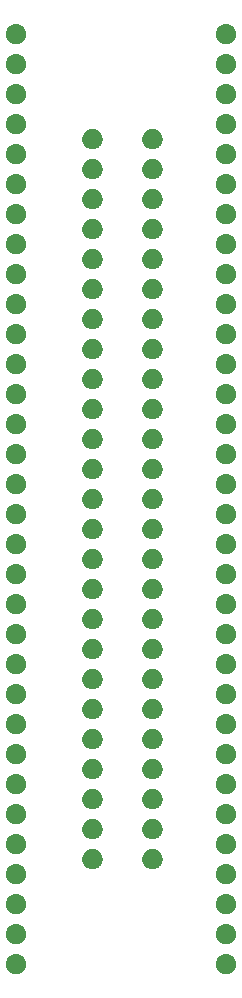
<source format=gts>
G04 #@! TF.GenerationSoftware,KiCad,Pcbnew,7.0.8*
G04 #@! TF.CreationDate,2023-12-20T13:31:54-05:00*
G04 #@! TF.ProjectId,sms-umd,736d732d-756d-4642-9e6b-696361645f70,3.0*
G04 #@! TF.SameCoordinates,PX7c25018PY8f85f18*
G04 #@! TF.FileFunction,Soldermask,Top*
G04 #@! TF.FilePolarity,Negative*
%FSLAX46Y46*%
G04 Gerber Fmt 4.6, Leading zero omitted, Abs format (unit mm)*
G04 Created by KiCad (PCBNEW 7.0.8) date 2023-12-20 13:31:54*
%MOMM*%
%LPD*%
G01*
G04 APERTURE LIST*
G04 APERTURE END LIST*
G36*
X5756899Y6573869D02*
G01*
X5805271Y6573869D01*
X5847042Y6564991D01*
X5883359Y6561413D01*
X5928984Y6547573D01*
X5981867Y6536332D01*
X6015707Y6521266D01*
X6045256Y6512302D01*
X6092213Y6487204D01*
X6146800Y6462900D01*
X6172176Y6444463D01*
X6194453Y6432556D01*
X6239896Y6395261D01*
X6292861Y6356780D01*
X6310058Y6337681D01*
X6325229Y6325230D01*
X6366001Y6275550D01*
X6413667Y6222611D01*
X6423679Y6205269D01*
X6432555Y6194454D01*
X6465377Y6133047D01*
X6503938Y6066258D01*
X6508375Y6052603D01*
X6512301Y6045257D01*
X6533949Y5973892D01*
X6559728Y5894553D01*
X6560635Y5885921D01*
X6561412Y5883360D01*
X6568977Y5806554D01*
X6578600Y5715000D01*
X6568976Y5623439D01*
X6561412Y5546641D01*
X6560635Y5544082D01*
X6559728Y5535447D01*
X6533945Y5456095D01*
X6512301Y5384744D01*
X6508375Y5377401D01*
X6503938Y5363742D01*
X6465370Y5296941D01*
X6432555Y5235547D01*
X6423681Y5224736D01*
X6413667Y5207389D01*
X6365991Y5154441D01*
X6325229Y5104771D01*
X6310061Y5092324D01*
X6292861Y5073220D01*
X6239886Y5034732D01*
X6194453Y4997445D01*
X6172181Y4985541D01*
X6146800Y4967100D01*
X6092202Y4942792D01*
X6045256Y4917699D01*
X6015714Y4908738D01*
X5981867Y4893668D01*
X5928973Y4882426D01*
X5883359Y4868588D01*
X5847051Y4865012D01*
X5805271Y4856131D01*
X5756889Y4856131D01*
X5715000Y4852005D01*
X5673111Y4856131D01*
X5624729Y4856131D01*
X5582949Y4865012D01*
X5546640Y4868588D01*
X5501023Y4882426D01*
X5448133Y4893668D01*
X5414287Y4908737D01*
X5384743Y4917699D01*
X5337791Y4942795D01*
X5283200Y4967100D01*
X5257821Y4985539D01*
X5235546Y4997445D01*
X5190105Y5034738D01*
X5137139Y5073220D01*
X5119940Y5092321D01*
X5104770Y5104771D01*
X5063996Y5154453D01*
X5016333Y5207389D01*
X5006320Y5224732D01*
X4997444Y5235547D01*
X4964616Y5296965D01*
X4926062Y5363742D01*
X4921625Y5377396D01*
X4917698Y5384744D01*
X4896039Y5456142D01*
X4870272Y5535447D01*
X4869365Y5544077D01*
X4868587Y5546641D01*
X4861007Y5623591D01*
X4851400Y5715000D01*
X4861006Y5806402D01*
X4868587Y5883360D01*
X4869365Y5885926D01*
X4870272Y5894553D01*
X4896035Y5973845D01*
X4917698Y6045257D01*
X4921626Y6052607D01*
X4926062Y6066258D01*
X4964609Y6133024D01*
X4997444Y6194454D01*
X5006322Y6205273D01*
X5016333Y6222611D01*
X5063987Y6275538D01*
X5104770Y6325230D01*
X5119944Y6337684D01*
X5137139Y6356780D01*
X5190094Y6395255D01*
X5235546Y6432556D01*
X5257826Y6444465D01*
X5283200Y6462900D01*
X5337780Y6487201D01*
X5384743Y6512302D01*
X5414294Y6521267D01*
X5448133Y6536332D01*
X5501012Y6547572D01*
X5546640Y6561413D01*
X5582958Y6564991D01*
X5624729Y6573869D01*
X5673100Y6573869D01*
X5715000Y6577996D01*
X5756899Y6573869D01*
G37*
G36*
X23536899Y6573869D02*
G01*
X23585271Y6573869D01*
X23627042Y6564991D01*
X23663359Y6561413D01*
X23708984Y6547573D01*
X23761867Y6536332D01*
X23795707Y6521266D01*
X23825256Y6512302D01*
X23872213Y6487204D01*
X23926800Y6462900D01*
X23952176Y6444463D01*
X23974453Y6432556D01*
X24019896Y6395261D01*
X24072861Y6356780D01*
X24090058Y6337681D01*
X24105229Y6325230D01*
X24146001Y6275550D01*
X24193667Y6222611D01*
X24203679Y6205269D01*
X24212555Y6194454D01*
X24245377Y6133047D01*
X24283938Y6066258D01*
X24288375Y6052603D01*
X24292301Y6045257D01*
X24313949Y5973892D01*
X24339728Y5894553D01*
X24340635Y5885921D01*
X24341412Y5883360D01*
X24348977Y5806554D01*
X24358600Y5715000D01*
X24348976Y5623439D01*
X24341412Y5546641D01*
X24340635Y5544082D01*
X24339728Y5535447D01*
X24313945Y5456095D01*
X24292301Y5384744D01*
X24288375Y5377401D01*
X24283938Y5363742D01*
X24245370Y5296941D01*
X24212555Y5235547D01*
X24203681Y5224736D01*
X24193667Y5207389D01*
X24145991Y5154441D01*
X24105229Y5104771D01*
X24090061Y5092324D01*
X24072861Y5073220D01*
X24019886Y5034732D01*
X23974453Y4997445D01*
X23952181Y4985541D01*
X23926800Y4967100D01*
X23872202Y4942792D01*
X23825256Y4917699D01*
X23795714Y4908738D01*
X23761867Y4893668D01*
X23708973Y4882426D01*
X23663359Y4868588D01*
X23627051Y4865012D01*
X23585271Y4856131D01*
X23536889Y4856131D01*
X23495000Y4852005D01*
X23453111Y4856131D01*
X23404729Y4856131D01*
X23362949Y4865012D01*
X23326640Y4868588D01*
X23281023Y4882426D01*
X23228133Y4893668D01*
X23194287Y4908737D01*
X23164743Y4917699D01*
X23117791Y4942795D01*
X23063200Y4967100D01*
X23037821Y4985539D01*
X23015546Y4997445D01*
X22970105Y5034738D01*
X22917139Y5073220D01*
X22899940Y5092321D01*
X22884770Y5104771D01*
X22843996Y5154453D01*
X22796333Y5207389D01*
X22786320Y5224732D01*
X22777444Y5235547D01*
X22744616Y5296965D01*
X22706062Y5363742D01*
X22701625Y5377396D01*
X22697698Y5384744D01*
X22676039Y5456142D01*
X22650272Y5535447D01*
X22649365Y5544077D01*
X22648587Y5546641D01*
X22641007Y5623591D01*
X22631400Y5715000D01*
X22641006Y5806402D01*
X22648587Y5883360D01*
X22649365Y5885926D01*
X22650272Y5894553D01*
X22676035Y5973845D01*
X22697698Y6045257D01*
X22701626Y6052607D01*
X22706062Y6066258D01*
X22744609Y6133024D01*
X22777444Y6194454D01*
X22786322Y6205273D01*
X22796333Y6222611D01*
X22843987Y6275538D01*
X22884770Y6325230D01*
X22899944Y6337684D01*
X22917139Y6356780D01*
X22970094Y6395255D01*
X23015546Y6432556D01*
X23037826Y6444465D01*
X23063200Y6462900D01*
X23117780Y6487201D01*
X23164743Y6512302D01*
X23194294Y6521267D01*
X23228133Y6536332D01*
X23281012Y6547572D01*
X23326640Y6561413D01*
X23362958Y6564991D01*
X23404729Y6573869D01*
X23453100Y6573869D01*
X23495000Y6577996D01*
X23536899Y6573869D01*
G37*
G36*
X5756899Y9113869D02*
G01*
X5805271Y9113869D01*
X5847042Y9104991D01*
X5883359Y9101413D01*
X5928984Y9087573D01*
X5981867Y9076332D01*
X6015707Y9061266D01*
X6045256Y9052302D01*
X6092213Y9027204D01*
X6146800Y9002900D01*
X6172176Y8984463D01*
X6194453Y8972556D01*
X6239896Y8935261D01*
X6292861Y8896780D01*
X6310058Y8877681D01*
X6325229Y8865230D01*
X6366001Y8815550D01*
X6413667Y8762611D01*
X6423679Y8745269D01*
X6432555Y8734454D01*
X6465377Y8673047D01*
X6503938Y8606258D01*
X6508375Y8592603D01*
X6512301Y8585257D01*
X6533949Y8513892D01*
X6559728Y8434553D01*
X6560635Y8425921D01*
X6561412Y8423360D01*
X6568977Y8346554D01*
X6578600Y8255000D01*
X6568976Y8163439D01*
X6561412Y8086641D01*
X6560635Y8084082D01*
X6559728Y8075447D01*
X6533945Y7996095D01*
X6512301Y7924744D01*
X6508375Y7917401D01*
X6503938Y7903742D01*
X6465370Y7836941D01*
X6432555Y7775547D01*
X6423681Y7764736D01*
X6413667Y7747389D01*
X6365991Y7694441D01*
X6325229Y7644771D01*
X6310061Y7632324D01*
X6292861Y7613220D01*
X6239886Y7574732D01*
X6194453Y7537445D01*
X6172181Y7525541D01*
X6146800Y7507100D01*
X6092202Y7482792D01*
X6045256Y7457699D01*
X6015714Y7448738D01*
X5981867Y7433668D01*
X5928973Y7422426D01*
X5883359Y7408588D01*
X5847051Y7405012D01*
X5805271Y7396131D01*
X5756889Y7396131D01*
X5715000Y7392005D01*
X5673111Y7396131D01*
X5624729Y7396131D01*
X5582949Y7405012D01*
X5546640Y7408588D01*
X5501023Y7422426D01*
X5448133Y7433668D01*
X5414287Y7448737D01*
X5384743Y7457699D01*
X5337791Y7482795D01*
X5283200Y7507100D01*
X5257821Y7525539D01*
X5235546Y7537445D01*
X5190105Y7574738D01*
X5137139Y7613220D01*
X5119940Y7632321D01*
X5104770Y7644771D01*
X5063996Y7694453D01*
X5016333Y7747389D01*
X5006320Y7764732D01*
X4997444Y7775547D01*
X4964616Y7836965D01*
X4926062Y7903742D01*
X4921625Y7917396D01*
X4917698Y7924744D01*
X4896039Y7996142D01*
X4870272Y8075447D01*
X4869365Y8084077D01*
X4868587Y8086641D01*
X4861007Y8163591D01*
X4851400Y8255000D01*
X4861006Y8346402D01*
X4868587Y8423360D01*
X4869365Y8425926D01*
X4870272Y8434553D01*
X4896035Y8513845D01*
X4917698Y8585257D01*
X4921626Y8592607D01*
X4926062Y8606258D01*
X4964609Y8673024D01*
X4997444Y8734454D01*
X5006322Y8745273D01*
X5016333Y8762611D01*
X5063987Y8815538D01*
X5104770Y8865230D01*
X5119944Y8877684D01*
X5137139Y8896780D01*
X5190094Y8935255D01*
X5235546Y8972556D01*
X5257826Y8984465D01*
X5283200Y9002900D01*
X5337780Y9027201D01*
X5384743Y9052302D01*
X5414294Y9061267D01*
X5448133Y9076332D01*
X5501012Y9087572D01*
X5546640Y9101413D01*
X5582958Y9104991D01*
X5624729Y9113869D01*
X5673100Y9113869D01*
X5715000Y9117996D01*
X5756899Y9113869D01*
G37*
G36*
X23536899Y9113869D02*
G01*
X23585271Y9113869D01*
X23627042Y9104991D01*
X23663359Y9101413D01*
X23708984Y9087573D01*
X23761867Y9076332D01*
X23795707Y9061266D01*
X23825256Y9052302D01*
X23872213Y9027204D01*
X23926800Y9002900D01*
X23952176Y8984463D01*
X23974453Y8972556D01*
X24019896Y8935261D01*
X24072861Y8896780D01*
X24090058Y8877681D01*
X24105229Y8865230D01*
X24146001Y8815550D01*
X24193667Y8762611D01*
X24203679Y8745269D01*
X24212555Y8734454D01*
X24245377Y8673047D01*
X24283938Y8606258D01*
X24288375Y8592603D01*
X24292301Y8585257D01*
X24313949Y8513892D01*
X24339728Y8434553D01*
X24340635Y8425921D01*
X24341412Y8423360D01*
X24348977Y8346554D01*
X24358600Y8255000D01*
X24348976Y8163439D01*
X24341412Y8086641D01*
X24340635Y8084082D01*
X24339728Y8075447D01*
X24313945Y7996095D01*
X24292301Y7924744D01*
X24288375Y7917401D01*
X24283938Y7903742D01*
X24245370Y7836941D01*
X24212555Y7775547D01*
X24203681Y7764736D01*
X24193667Y7747389D01*
X24145991Y7694441D01*
X24105229Y7644771D01*
X24090061Y7632324D01*
X24072861Y7613220D01*
X24019886Y7574732D01*
X23974453Y7537445D01*
X23952181Y7525541D01*
X23926800Y7507100D01*
X23872202Y7482792D01*
X23825256Y7457699D01*
X23795714Y7448738D01*
X23761867Y7433668D01*
X23708973Y7422426D01*
X23663359Y7408588D01*
X23627051Y7405012D01*
X23585271Y7396131D01*
X23536889Y7396131D01*
X23495000Y7392005D01*
X23453111Y7396131D01*
X23404729Y7396131D01*
X23362949Y7405012D01*
X23326640Y7408588D01*
X23281023Y7422426D01*
X23228133Y7433668D01*
X23194287Y7448737D01*
X23164743Y7457699D01*
X23117791Y7482795D01*
X23063200Y7507100D01*
X23037821Y7525539D01*
X23015546Y7537445D01*
X22970105Y7574738D01*
X22917139Y7613220D01*
X22899940Y7632321D01*
X22884770Y7644771D01*
X22843996Y7694453D01*
X22796333Y7747389D01*
X22786320Y7764732D01*
X22777444Y7775547D01*
X22744616Y7836965D01*
X22706062Y7903742D01*
X22701625Y7917396D01*
X22697698Y7924744D01*
X22676039Y7996142D01*
X22650272Y8075447D01*
X22649365Y8084077D01*
X22648587Y8086641D01*
X22641007Y8163591D01*
X22631400Y8255000D01*
X22641006Y8346402D01*
X22648587Y8423360D01*
X22649365Y8425926D01*
X22650272Y8434553D01*
X22676035Y8513845D01*
X22697698Y8585257D01*
X22701626Y8592607D01*
X22706062Y8606258D01*
X22744609Y8673024D01*
X22777444Y8734454D01*
X22786322Y8745273D01*
X22796333Y8762611D01*
X22843987Y8815538D01*
X22884770Y8865230D01*
X22899944Y8877684D01*
X22917139Y8896780D01*
X22970094Y8935255D01*
X23015546Y8972556D01*
X23037826Y8984465D01*
X23063200Y9002900D01*
X23117780Y9027201D01*
X23164743Y9052302D01*
X23194294Y9061267D01*
X23228133Y9076332D01*
X23281012Y9087572D01*
X23326640Y9101413D01*
X23362958Y9104991D01*
X23404729Y9113869D01*
X23453100Y9113869D01*
X23495000Y9117996D01*
X23536899Y9113869D01*
G37*
G36*
X5756899Y11653869D02*
G01*
X5805271Y11653869D01*
X5847042Y11644991D01*
X5883359Y11641413D01*
X5928984Y11627573D01*
X5981867Y11616332D01*
X6015707Y11601266D01*
X6045256Y11592302D01*
X6092213Y11567204D01*
X6146800Y11542900D01*
X6172176Y11524463D01*
X6194453Y11512556D01*
X6239896Y11475261D01*
X6292861Y11436780D01*
X6310058Y11417681D01*
X6325229Y11405230D01*
X6366001Y11355550D01*
X6413667Y11302611D01*
X6423679Y11285269D01*
X6432555Y11274454D01*
X6465377Y11213047D01*
X6503938Y11146258D01*
X6508375Y11132603D01*
X6512301Y11125257D01*
X6533949Y11053892D01*
X6559728Y10974553D01*
X6560635Y10965921D01*
X6561412Y10963360D01*
X6568977Y10886554D01*
X6578600Y10795000D01*
X6568976Y10703439D01*
X6561412Y10626641D01*
X6560635Y10624082D01*
X6559728Y10615447D01*
X6533945Y10536095D01*
X6512301Y10464744D01*
X6508375Y10457401D01*
X6503938Y10443742D01*
X6465370Y10376941D01*
X6432555Y10315547D01*
X6423681Y10304736D01*
X6413667Y10287389D01*
X6365991Y10234441D01*
X6325229Y10184771D01*
X6310061Y10172324D01*
X6292861Y10153220D01*
X6239886Y10114732D01*
X6194453Y10077445D01*
X6172181Y10065541D01*
X6146800Y10047100D01*
X6092202Y10022792D01*
X6045256Y9997699D01*
X6015714Y9988738D01*
X5981867Y9973668D01*
X5928973Y9962426D01*
X5883359Y9948588D01*
X5847051Y9945012D01*
X5805271Y9936131D01*
X5756889Y9936131D01*
X5715000Y9932005D01*
X5673111Y9936131D01*
X5624729Y9936131D01*
X5582949Y9945012D01*
X5546640Y9948588D01*
X5501023Y9962426D01*
X5448133Y9973668D01*
X5414287Y9988737D01*
X5384743Y9997699D01*
X5337791Y10022795D01*
X5283200Y10047100D01*
X5257821Y10065539D01*
X5235546Y10077445D01*
X5190105Y10114738D01*
X5137139Y10153220D01*
X5119940Y10172321D01*
X5104770Y10184771D01*
X5063996Y10234453D01*
X5016333Y10287389D01*
X5006320Y10304732D01*
X4997444Y10315547D01*
X4964616Y10376965D01*
X4926062Y10443742D01*
X4921625Y10457396D01*
X4917698Y10464744D01*
X4896039Y10536142D01*
X4870272Y10615447D01*
X4869365Y10624077D01*
X4868587Y10626641D01*
X4861007Y10703591D01*
X4851400Y10795000D01*
X4861006Y10886402D01*
X4868587Y10963360D01*
X4869365Y10965926D01*
X4870272Y10974553D01*
X4896035Y11053845D01*
X4917698Y11125257D01*
X4921626Y11132607D01*
X4926062Y11146258D01*
X4964609Y11213024D01*
X4997444Y11274454D01*
X5006322Y11285273D01*
X5016333Y11302611D01*
X5063987Y11355538D01*
X5104770Y11405230D01*
X5119944Y11417684D01*
X5137139Y11436780D01*
X5190094Y11475255D01*
X5235546Y11512556D01*
X5257826Y11524465D01*
X5283200Y11542900D01*
X5337780Y11567201D01*
X5384743Y11592302D01*
X5414294Y11601267D01*
X5448133Y11616332D01*
X5501012Y11627572D01*
X5546640Y11641413D01*
X5582958Y11644991D01*
X5624729Y11653869D01*
X5673100Y11653869D01*
X5715000Y11657996D01*
X5756899Y11653869D01*
G37*
G36*
X23536899Y11653869D02*
G01*
X23585271Y11653869D01*
X23627042Y11644991D01*
X23663359Y11641413D01*
X23708984Y11627573D01*
X23761867Y11616332D01*
X23795707Y11601266D01*
X23825256Y11592302D01*
X23872213Y11567204D01*
X23926800Y11542900D01*
X23952176Y11524463D01*
X23974453Y11512556D01*
X24019896Y11475261D01*
X24072861Y11436780D01*
X24090058Y11417681D01*
X24105229Y11405230D01*
X24146001Y11355550D01*
X24193667Y11302611D01*
X24203679Y11285269D01*
X24212555Y11274454D01*
X24245377Y11213047D01*
X24283938Y11146258D01*
X24288375Y11132603D01*
X24292301Y11125257D01*
X24313949Y11053892D01*
X24339728Y10974553D01*
X24340635Y10965921D01*
X24341412Y10963360D01*
X24348977Y10886554D01*
X24358600Y10795000D01*
X24348976Y10703439D01*
X24341412Y10626641D01*
X24340635Y10624082D01*
X24339728Y10615447D01*
X24313945Y10536095D01*
X24292301Y10464744D01*
X24288375Y10457401D01*
X24283938Y10443742D01*
X24245370Y10376941D01*
X24212555Y10315547D01*
X24203681Y10304736D01*
X24193667Y10287389D01*
X24145991Y10234441D01*
X24105229Y10184771D01*
X24090061Y10172324D01*
X24072861Y10153220D01*
X24019886Y10114732D01*
X23974453Y10077445D01*
X23952181Y10065541D01*
X23926800Y10047100D01*
X23872202Y10022792D01*
X23825256Y9997699D01*
X23795714Y9988738D01*
X23761867Y9973668D01*
X23708973Y9962426D01*
X23663359Y9948588D01*
X23627051Y9945012D01*
X23585271Y9936131D01*
X23536889Y9936131D01*
X23495000Y9932005D01*
X23453111Y9936131D01*
X23404729Y9936131D01*
X23362949Y9945012D01*
X23326640Y9948588D01*
X23281023Y9962426D01*
X23228133Y9973668D01*
X23194287Y9988737D01*
X23164743Y9997699D01*
X23117791Y10022795D01*
X23063200Y10047100D01*
X23037821Y10065539D01*
X23015546Y10077445D01*
X22970105Y10114738D01*
X22917139Y10153220D01*
X22899940Y10172321D01*
X22884770Y10184771D01*
X22843996Y10234453D01*
X22796333Y10287389D01*
X22786320Y10304732D01*
X22777444Y10315547D01*
X22744616Y10376965D01*
X22706062Y10443742D01*
X22701625Y10457396D01*
X22697698Y10464744D01*
X22676039Y10536142D01*
X22650272Y10615447D01*
X22649365Y10624077D01*
X22648587Y10626641D01*
X22641007Y10703591D01*
X22631400Y10795000D01*
X22641006Y10886402D01*
X22648587Y10963360D01*
X22649365Y10965926D01*
X22650272Y10974553D01*
X22676035Y11053845D01*
X22697698Y11125257D01*
X22701626Y11132607D01*
X22706062Y11146258D01*
X22744609Y11213024D01*
X22777444Y11274454D01*
X22786322Y11285273D01*
X22796333Y11302611D01*
X22843987Y11355538D01*
X22884770Y11405230D01*
X22899944Y11417684D01*
X22917139Y11436780D01*
X22970094Y11475255D01*
X23015546Y11512556D01*
X23037826Y11524465D01*
X23063200Y11542900D01*
X23117780Y11567201D01*
X23164743Y11592302D01*
X23194294Y11601267D01*
X23228133Y11616332D01*
X23281012Y11627572D01*
X23326640Y11641413D01*
X23362958Y11644991D01*
X23404729Y11653869D01*
X23453100Y11653869D01*
X23495000Y11657996D01*
X23536899Y11653869D01*
G37*
G36*
X5756899Y14193869D02*
G01*
X5805271Y14193869D01*
X5847042Y14184991D01*
X5883359Y14181413D01*
X5928984Y14167573D01*
X5981867Y14156332D01*
X6015707Y14141266D01*
X6045256Y14132302D01*
X6092213Y14107204D01*
X6146800Y14082900D01*
X6172176Y14064463D01*
X6194453Y14052556D01*
X6239896Y14015261D01*
X6292861Y13976780D01*
X6310058Y13957681D01*
X6325229Y13945230D01*
X6366001Y13895550D01*
X6413667Y13842611D01*
X6423679Y13825269D01*
X6432555Y13814454D01*
X6465377Y13753047D01*
X6503938Y13686258D01*
X6508375Y13672603D01*
X6512301Y13665257D01*
X6533949Y13593892D01*
X6559728Y13514553D01*
X6560635Y13505921D01*
X6561412Y13503360D01*
X6568977Y13426554D01*
X6578600Y13335000D01*
X6568976Y13243439D01*
X6561412Y13166641D01*
X6560635Y13164082D01*
X6559728Y13155447D01*
X6533945Y13076095D01*
X6512301Y13004744D01*
X6508375Y12997401D01*
X6503938Y12983742D01*
X6465370Y12916941D01*
X6432555Y12855547D01*
X6423681Y12844736D01*
X6413667Y12827389D01*
X6365991Y12774441D01*
X6325229Y12724771D01*
X6310061Y12712324D01*
X6292861Y12693220D01*
X6239886Y12654732D01*
X6194453Y12617445D01*
X6172181Y12605541D01*
X6146800Y12587100D01*
X6092202Y12562792D01*
X6045256Y12537699D01*
X6015714Y12528738D01*
X5981867Y12513668D01*
X5928973Y12502426D01*
X5883359Y12488588D01*
X5847051Y12485012D01*
X5805271Y12476131D01*
X5756889Y12476131D01*
X5715000Y12472005D01*
X5673111Y12476131D01*
X5624729Y12476131D01*
X5582949Y12485012D01*
X5546640Y12488588D01*
X5501023Y12502426D01*
X5448133Y12513668D01*
X5414287Y12528737D01*
X5384743Y12537699D01*
X5337791Y12562795D01*
X5283200Y12587100D01*
X5257821Y12605539D01*
X5235546Y12617445D01*
X5190105Y12654738D01*
X5137139Y12693220D01*
X5119940Y12712321D01*
X5104770Y12724771D01*
X5063996Y12774453D01*
X5016333Y12827389D01*
X5006320Y12844732D01*
X4997444Y12855547D01*
X4964616Y12916965D01*
X4926062Y12983742D01*
X4921625Y12997396D01*
X4917698Y13004744D01*
X4896039Y13076142D01*
X4870272Y13155447D01*
X4869365Y13164077D01*
X4868587Y13166641D01*
X4861007Y13243591D01*
X4851400Y13335000D01*
X4861006Y13426402D01*
X4868587Y13503360D01*
X4869365Y13505926D01*
X4870272Y13514553D01*
X4896035Y13593845D01*
X4917698Y13665257D01*
X4921626Y13672607D01*
X4926062Y13686258D01*
X4964609Y13753024D01*
X4997444Y13814454D01*
X5006322Y13825273D01*
X5016333Y13842611D01*
X5063987Y13895538D01*
X5104770Y13945230D01*
X5119944Y13957684D01*
X5137139Y13976780D01*
X5190094Y14015255D01*
X5235546Y14052556D01*
X5257826Y14064465D01*
X5283200Y14082900D01*
X5337780Y14107201D01*
X5384743Y14132302D01*
X5414294Y14141267D01*
X5448133Y14156332D01*
X5501012Y14167572D01*
X5546640Y14181413D01*
X5582958Y14184991D01*
X5624729Y14193869D01*
X5673100Y14193869D01*
X5715000Y14197996D01*
X5756899Y14193869D01*
G37*
G36*
X23536899Y14193869D02*
G01*
X23585271Y14193869D01*
X23627042Y14184991D01*
X23663359Y14181413D01*
X23708984Y14167573D01*
X23761867Y14156332D01*
X23795707Y14141266D01*
X23825256Y14132302D01*
X23872213Y14107204D01*
X23926800Y14082900D01*
X23952176Y14064463D01*
X23974453Y14052556D01*
X24019896Y14015261D01*
X24072861Y13976780D01*
X24090058Y13957681D01*
X24105229Y13945230D01*
X24146001Y13895550D01*
X24193667Y13842611D01*
X24203679Y13825269D01*
X24212555Y13814454D01*
X24245377Y13753047D01*
X24283938Y13686258D01*
X24288375Y13672603D01*
X24292301Y13665257D01*
X24313949Y13593892D01*
X24339728Y13514553D01*
X24340635Y13505921D01*
X24341412Y13503360D01*
X24348977Y13426554D01*
X24358600Y13335000D01*
X24348976Y13243439D01*
X24341412Y13166641D01*
X24340635Y13164082D01*
X24339728Y13155447D01*
X24313945Y13076095D01*
X24292301Y13004744D01*
X24288375Y12997401D01*
X24283938Y12983742D01*
X24245370Y12916941D01*
X24212555Y12855547D01*
X24203681Y12844736D01*
X24193667Y12827389D01*
X24145991Y12774441D01*
X24105229Y12724771D01*
X24090061Y12712324D01*
X24072861Y12693220D01*
X24019886Y12654732D01*
X23974453Y12617445D01*
X23952181Y12605541D01*
X23926800Y12587100D01*
X23872202Y12562792D01*
X23825256Y12537699D01*
X23795714Y12528738D01*
X23761867Y12513668D01*
X23708973Y12502426D01*
X23663359Y12488588D01*
X23627051Y12485012D01*
X23585271Y12476131D01*
X23536889Y12476131D01*
X23495000Y12472005D01*
X23453111Y12476131D01*
X23404729Y12476131D01*
X23362949Y12485012D01*
X23326640Y12488588D01*
X23281023Y12502426D01*
X23228133Y12513668D01*
X23194287Y12528737D01*
X23164743Y12537699D01*
X23117791Y12562795D01*
X23063200Y12587100D01*
X23037821Y12605539D01*
X23015546Y12617445D01*
X22970105Y12654738D01*
X22917139Y12693220D01*
X22899940Y12712321D01*
X22884770Y12724771D01*
X22843996Y12774453D01*
X22796333Y12827389D01*
X22786320Y12844732D01*
X22777444Y12855547D01*
X22744616Y12916965D01*
X22706062Y12983742D01*
X22701625Y12997396D01*
X22697698Y13004744D01*
X22676039Y13076142D01*
X22650272Y13155447D01*
X22649365Y13164077D01*
X22648587Y13166641D01*
X22641007Y13243591D01*
X22631400Y13335000D01*
X22641006Y13426402D01*
X22648587Y13503360D01*
X22649365Y13505926D01*
X22650272Y13514553D01*
X22676035Y13593845D01*
X22697698Y13665257D01*
X22701626Y13672607D01*
X22706062Y13686258D01*
X22744609Y13753024D01*
X22777444Y13814454D01*
X22786322Y13825273D01*
X22796333Y13842611D01*
X22843987Y13895538D01*
X22884770Y13945230D01*
X22899944Y13957684D01*
X22917139Y13976780D01*
X22970094Y14015255D01*
X23015546Y14052556D01*
X23037826Y14064465D01*
X23063200Y14082900D01*
X23117780Y14107201D01*
X23164743Y14132302D01*
X23194294Y14141267D01*
X23228133Y14156332D01*
X23281012Y14167572D01*
X23326640Y14181413D01*
X23362958Y14184991D01*
X23404729Y14193869D01*
X23453100Y14193869D01*
X23495000Y14197996D01*
X23536899Y14193869D01*
G37*
G36*
X12233899Y15463869D02*
G01*
X12282271Y15463869D01*
X12324042Y15454991D01*
X12360359Y15451413D01*
X12405984Y15437573D01*
X12458867Y15426332D01*
X12492707Y15411266D01*
X12522256Y15402302D01*
X12569213Y15377204D01*
X12623800Y15352900D01*
X12649176Y15334463D01*
X12671453Y15322556D01*
X12716896Y15285261D01*
X12769861Y15246780D01*
X12787058Y15227681D01*
X12802229Y15215230D01*
X12843001Y15165550D01*
X12890667Y15112611D01*
X12900679Y15095269D01*
X12909555Y15084454D01*
X12942377Y15023047D01*
X12980938Y14956258D01*
X12985375Y14942603D01*
X12989301Y14935257D01*
X13010949Y14863892D01*
X13036728Y14784553D01*
X13037635Y14775921D01*
X13038412Y14773360D01*
X13045977Y14696554D01*
X13055600Y14605000D01*
X13045976Y14513439D01*
X13038412Y14436641D01*
X13037635Y14434082D01*
X13036728Y14425447D01*
X13010945Y14346095D01*
X12989301Y14274744D01*
X12985375Y14267401D01*
X12980938Y14253742D01*
X12942370Y14186941D01*
X12909555Y14125547D01*
X12900681Y14114736D01*
X12890667Y14097389D01*
X12842991Y14044441D01*
X12802229Y13994771D01*
X12787061Y13982324D01*
X12769861Y13963220D01*
X12716886Y13924732D01*
X12671453Y13887445D01*
X12649181Y13875541D01*
X12623800Y13857100D01*
X12569202Y13832792D01*
X12522256Y13807699D01*
X12492714Y13798738D01*
X12458867Y13783668D01*
X12405973Y13772426D01*
X12360359Y13758588D01*
X12324051Y13755012D01*
X12282271Y13746131D01*
X12233889Y13746131D01*
X12192000Y13742005D01*
X12150111Y13746131D01*
X12101729Y13746131D01*
X12059949Y13755012D01*
X12023640Y13758588D01*
X11978023Y13772426D01*
X11925133Y13783668D01*
X11891287Y13798737D01*
X11861743Y13807699D01*
X11814791Y13832795D01*
X11760200Y13857100D01*
X11734821Y13875539D01*
X11712546Y13887445D01*
X11667105Y13924738D01*
X11614139Y13963220D01*
X11596940Y13982321D01*
X11581770Y13994771D01*
X11540996Y14044453D01*
X11493333Y14097389D01*
X11483320Y14114732D01*
X11474444Y14125547D01*
X11441616Y14186965D01*
X11403062Y14253742D01*
X11398625Y14267396D01*
X11394698Y14274744D01*
X11373039Y14346142D01*
X11347272Y14425447D01*
X11346365Y14434077D01*
X11345587Y14436641D01*
X11338007Y14513591D01*
X11328400Y14605000D01*
X11338006Y14696402D01*
X11345587Y14773360D01*
X11346365Y14775926D01*
X11347272Y14784553D01*
X11373035Y14863845D01*
X11394698Y14935257D01*
X11398626Y14942607D01*
X11403062Y14956258D01*
X11441609Y15023024D01*
X11474444Y15084454D01*
X11483322Y15095273D01*
X11493333Y15112611D01*
X11540987Y15165538D01*
X11581770Y15215230D01*
X11596944Y15227684D01*
X11614139Y15246780D01*
X11667094Y15285255D01*
X11712546Y15322556D01*
X11734826Y15334465D01*
X11760200Y15352900D01*
X11814780Y15377201D01*
X11861743Y15402302D01*
X11891294Y15411267D01*
X11925133Y15426332D01*
X11978012Y15437572D01*
X12023640Y15451413D01*
X12059958Y15454991D01*
X12101729Y15463869D01*
X12150100Y15463869D01*
X12192000Y15467996D01*
X12233899Y15463869D01*
G37*
G36*
X17313899Y15463869D02*
G01*
X17362271Y15463869D01*
X17404042Y15454991D01*
X17440359Y15451413D01*
X17485984Y15437573D01*
X17538867Y15426332D01*
X17572707Y15411266D01*
X17602256Y15402302D01*
X17649213Y15377204D01*
X17703800Y15352900D01*
X17729176Y15334463D01*
X17751453Y15322556D01*
X17796896Y15285261D01*
X17849861Y15246780D01*
X17867058Y15227681D01*
X17882229Y15215230D01*
X17923001Y15165550D01*
X17970667Y15112611D01*
X17980679Y15095269D01*
X17989555Y15084454D01*
X18022377Y15023047D01*
X18060938Y14956258D01*
X18065375Y14942603D01*
X18069301Y14935257D01*
X18090949Y14863892D01*
X18116728Y14784553D01*
X18117635Y14775921D01*
X18118412Y14773360D01*
X18125977Y14696554D01*
X18135600Y14605000D01*
X18125976Y14513439D01*
X18118412Y14436641D01*
X18117635Y14434082D01*
X18116728Y14425447D01*
X18090945Y14346095D01*
X18069301Y14274744D01*
X18065375Y14267401D01*
X18060938Y14253742D01*
X18022370Y14186941D01*
X17989555Y14125547D01*
X17980681Y14114736D01*
X17970667Y14097389D01*
X17922991Y14044441D01*
X17882229Y13994771D01*
X17867061Y13982324D01*
X17849861Y13963220D01*
X17796886Y13924732D01*
X17751453Y13887445D01*
X17729181Y13875541D01*
X17703800Y13857100D01*
X17649202Y13832792D01*
X17602256Y13807699D01*
X17572714Y13798738D01*
X17538867Y13783668D01*
X17485973Y13772426D01*
X17440359Y13758588D01*
X17404051Y13755012D01*
X17362271Y13746131D01*
X17313889Y13746131D01*
X17272000Y13742005D01*
X17230111Y13746131D01*
X17181729Y13746131D01*
X17139949Y13755012D01*
X17103640Y13758588D01*
X17058023Y13772426D01*
X17005133Y13783668D01*
X16971287Y13798737D01*
X16941743Y13807699D01*
X16894791Y13832795D01*
X16840200Y13857100D01*
X16814821Y13875539D01*
X16792546Y13887445D01*
X16747105Y13924738D01*
X16694139Y13963220D01*
X16676940Y13982321D01*
X16661770Y13994771D01*
X16620996Y14044453D01*
X16573333Y14097389D01*
X16563320Y14114732D01*
X16554444Y14125547D01*
X16521616Y14186965D01*
X16483062Y14253742D01*
X16478625Y14267396D01*
X16474698Y14274744D01*
X16453039Y14346142D01*
X16427272Y14425447D01*
X16426365Y14434077D01*
X16425587Y14436641D01*
X16418007Y14513591D01*
X16408400Y14605000D01*
X16418006Y14696402D01*
X16425587Y14773360D01*
X16426365Y14775926D01*
X16427272Y14784553D01*
X16453035Y14863845D01*
X16474698Y14935257D01*
X16478626Y14942607D01*
X16483062Y14956258D01*
X16521609Y15023024D01*
X16554444Y15084454D01*
X16563322Y15095273D01*
X16573333Y15112611D01*
X16620987Y15165538D01*
X16661770Y15215230D01*
X16676944Y15227684D01*
X16694139Y15246780D01*
X16747094Y15285255D01*
X16792546Y15322556D01*
X16814826Y15334465D01*
X16840200Y15352900D01*
X16894780Y15377201D01*
X16941743Y15402302D01*
X16971294Y15411267D01*
X17005133Y15426332D01*
X17058012Y15437572D01*
X17103640Y15451413D01*
X17139958Y15454991D01*
X17181729Y15463869D01*
X17230100Y15463869D01*
X17272000Y15467996D01*
X17313899Y15463869D01*
G37*
G36*
X5756899Y16733869D02*
G01*
X5805271Y16733869D01*
X5847042Y16724991D01*
X5883359Y16721413D01*
X5928984Y16707573D01*
X5981867Y16696332D01*
X6015707Y16681266D01*
X6045256Y16672302D01*
X6092213Y16647204D01*
X6146800Y16622900D01*
X6172176Y16604463D01*
X6194453Y16592556D01*
X6239896Y16555261D01*
X6292861Y16516780D01*
X6310058Y16497681D01*
X6325229Y16485230D01*
X6366001Y16435550D01*
X6413667Y16382611D01*
X6423679Y16365269D01*
X6432555Y16354454D01*
X6465377Y16293047D01*
X6503938Y16226258D01*
X6508375Y16212603D01*
X6512301Y16205257D01*
X6533949Y16133892D01*
X6559728Y16054553D01*
X6560635Y16045921D01*
X6561412Y16043360D01*
X6568977Y15966554D01*
X6578600Y15875000D01*
X6568976Y15783439D01*
X6561412Y15706641D01*
X6560635Y15704082D01*
X6559728Y15695447D01*
X6533945Y15616095D01*
X6512301Y15544744D01*
X6508375Y15537401D01*
X6503938Y15523742D01*
X6465370Y15456941D01*
X6432555Y15395547D01*
X6423681Y15384736D01*
X6413667Y15367389D01*
X6365991Y15314441D01*
X6325229Y15264771D01*
X6310061Y15252324D01*
X6292861Y15233220D01*
X6239886Y15194732D01*
X6194453Y15157445D01*
X6172181Y15145541D01*
X6146800Y15127100D01*
X6092202Y15102792D01*
X6045256Y15077699D01*
X6015714Y15068738D01*
X5981867Y15053668D01*
X5928973Y15042426D01*
X5883359Y15028588D01*
X5847051Y15025012D01*
X5805271Y15016131D01*
X5756889Y15016131D01*
X5715000Y15012005D01*
X5673111Y15016131D01*
X5624729Y15016131D01*
X5582949Y15025012D01*
X5546640Y15028588D01*
X5501023Y15042426D01*
X5448133Y15053668D01*
X5414287Y15068737D01*
X5384743Y15077699D01*
X5337791Y15102795D01*
X5283200Y15127100D01*
X5257821Y15145539D01*
X5235546Y15157445D01*
X5190105Y15194738D01*
X5137139Y15233220D01*
X5119940Y15252321D01*
X5104770Y15264771D01*
X5063996Y15314453D01*
X5016333Y15367389D01*
X5006320Y15384732D01*
X4997444Y15395547D01*
X4964616Y15456965D01*
X4926062Y15523742D01*
X4921625Y15537396D01*
X4917698Y15544744D01*
X4896039Y15616142D01*
X4870272Y15695447D01*
X4869365Y15704077D01*
X4868587Y15706641D01*
X4861007Y15783591D01*
X4851400Y15875000D01*
X4861006Y15966402D01*
X4868587Y16043360D01*
X4869365Y16045926D01*
X4870272Y16054553D01*
X4896035Y16133845D01*
X4917698Y16205257D01*
X4921626Y16212607D01*
X4926062Y16226258D01*
X4964609Y16293024D01*
X4997444Y16354454D01*
X5006322Y16365273D01*
X5016333Y16382611D01*
X5063987Y16435538D01*
X5104770Y16485230D01*
X5119944Y16497684D01*
X5137139Y16516780D01*
X5190094Y16555255D01*
X5235546Y16592556D01*
X5257826Y16604465D01*
X5283200Y16622900D01*
X5337780Y16647201D01*
X5384743Y16672302D01*
X5414294Y16681267D01*
X5448133Y16696332D01*
X5501012Y16707572D01*
X5546640Y16721413D01*
X5582958Y16724991D01*
X5624729Y16733869D01*
X5673100Y16733869D01*
X5715000Y16737996D01*
X5756899Y16733869D01*
G37*
G36*
X23536899Y16733869D02*
G01*
X23585271Y16733869D01*
X23627042Y16724991D01*
X23663359Y16721413D01*
X23708984Y16707573D01*
X23761867Y16696332D01*
X23795707Y16681266D01*
X23825256Y16672302D01*
X23872213Y16647204D01*
X23926800Y16622900D01*
X23952176Y16604463D01*
X23974453Y16592556D01*
X24019896Y16555261D01*
X24072861Y16516780D01*
X24090058Y16497681D01*
X24105229Y16485230D01*
X24146001Y16435550D01*
X24193667Y16382611D01*
X24203679Y16365269D01*
X24212555Y16354454D01*
X24245377Y16293047D01*
X24283938Y16226258D01*
X24288375Y16212603D01*
X24292301Y16205257D01*
X24313949Y16133892D01*
X24339728Y16054553D01*
X24340635Y16045921D01*
X24341412Y16043360D01*
X24348977Y15966554D01*
X24358600Y15875000D01*
X24348976Y15783439D01*
X24341412Y15706641D01*
X24340635Y15704082D01*
X24339728Y15695447D01*
X24313945Y15616095D01*
X24292301Y15544744D01*
X24288375Y15537401D01*
X24283938Y15523742D01*
X24245370Y15456941D01*
X24212555Y15395547D01*
X24203681Y15384736D01*
X24193667Y15367389D01*
X24145991Y15314441D01*
X24105229Y15264771D01*
X24090061Y15252324D01*
X24072861Y15233220D01*
X24019886Y15194732D01*
X23974453Y15157445D01*
X23952181Y15145541D01*
X23926800Y15127100D01*
X23872202Y15102792D01*
X23825256Y15077699D01*
X23795714Y15068738D01*
X23761867Y15053668D01*
X23708973Y15042426D01*
X23663359Y15028588D01*
X23627051Y15025012D01*
X23585271Y15016131D01*
X23536889Y15016131D01*
X23495000Y15012005D01*
X23453111Y15016131D01*
X23404729Y15016131D01*
X23362949Y15025012D01*
X23326640Y15028588D01*
X23281023Y15042426D01*
X23228133Y15053668D01*
X23194287Y15068737D01*
X23164743Y15077699D01*
X23117791Y15102795D01*
X23063200Y15127100D01*
X23037821Y15145539D01*
X23015546Y15157445D01*
X22970105Y15194738D01*
X22917139Y15233220D01*
X22899940Y15252321D01*
X22884770Y15264771D01*
X22843996Y15314453D01*
X22796333Y15367389D01*
X22786320Y15384732D01*
X22777444Y15395547D01*
X22744616Y15456965D01*
X22706062Y15523742D01*
X22701625Y15537396D01*
X22697698Y15544744D01*
X22676039Y15616142D01*
X22650272Y15695447D01*
X22649365Y15704077D01*
X22648587Y15706641D01*
X22641007Y15783591D01*
X22631400Y15875000D01*
X22641006Y15966402D01*
X22648587Y16043360D01*
X22649365Y16045926D01*
X22650272Y16054553D01*
X22676035Y16133845D01*
X22697698Y16205257D01*
X22701626Y16212607D01*
X22706062Y16226258D01*
X22744609Y16293024D01*
X22777444Y16354454D01*
X22786322Y16365273D01*
X22796333Y16382611D01*
X22843987Y16435538D01*
X22884770Y16485230D01*
X22899944Y16497684D01*
X22917139Y16516780D01*
X22970094Y16555255D01*
X23015546Y16592556D01*
X23037826Y16604465D01*
X23063200Y16622900D01*
X23117780Y16647201D01*
X23164743Y16672302D01*
X23194294Y16681267D01*
X23228133Y16696332D01*
X23281012Y16707572D01*
X23326640Y16721413D01*
X23362958Y16724991D01*
X23404729Y16733869D01*
X23453100Y16733869D01*
X23495000Y16737996D01*
X23536899Y16733869D01*
G37*
G36*
X12233899Y18003869D02*
G01*
X12282271Y18003869D01*
X12324042Y17994991D01*
X12360359Y17991413D01*
X12405984Y17977573D01*
X12458867Y17966332D01*
X12492707Y17951266D01*
X12522256Y17942302D01*
X12569213Y17917204D01*
X12623800Y17892900D01*
X12649176Y17874463D01*
X12671453Y17862556D01*
X12716896Y17825261D01*
X12769861Y17786780D01*
X12787058Y17767681D01*
X12802229Y17755230D01*
X12843001Y17705550D01*
X12890667Y17652611D01*
X12900679Y17635269D01*
X12909555Y17624454D01*
X12942377Y17563047D01*
X12980938Y17496258D01*
X12985375Y17482603D01*
X12989301Y17475257D01*
X13010949Y17403892D01*
X13036728Y17324553D01*
X13037635Y17315921D01*
X13038412Y17313360D01*
X13045977Y17236554D01*
X13055600Y17145000D01*
X13045976Y17053439D01*
X13038412Y16976641D01*
X13037635Y16974082D01*
X13036728Y16965447D01*
X13010945Y16886095D01*
X12989301Y16814744D01*
X12985375Y16807401D01*
X12980938Y16793742D01*
X12942370Y16726941D01*
X12909555Y16665547D01*
X12900681Y16654736D01*
X12890667Y16637389D01*
X12842991Y16584441D01*
X12802229Y16534771D01*
X12787061Y16522324D01*
X12769861Y16503220D01*
X12716886Y16464732D01*
X12671453Y16427445D01*
X12649181Y16415541D01*
X12623800Y16397100D01*
X12569202Y16372792D01*
X12522256Y16347699D01*
X12492714Y16338738D01*
X12458867Y16323668D01*
X12405973Y16312426D01*
X12360359Y16298588D01*
X12324051Y16295012D01*
X12282271Y16286131D01*
X12233889Y16286131D01*
X12192000Y16282005D01*
X12150111Y16286131D01*
X12101729Y16286131D01*
X12059949Y16295012D01*
X12023640Y16298588D01*
X11978023Y16312426D01*
X11925133Y16323668D01*
X11891287Y16338737D01*
X11861743Y16347699D01*
X11814791Y16372795D01*
X11760200Y16397100D01*
X11734821Y16415539D01*
X11712546Y16427445D01*
X11667105Y16464738D01*
X11614139Y16503220D01*
X11596940Y16522321D01*
X11581770Y16534771D01*
X11540996Y16584453D01*
X11493333Y16637389D01*
X11483320Y16654732D01*
X11474444Y16665547D01*
X11441616Y16726965D01*
X11403062Y16793742D01*
X11398625Y16807396D01*
X11394698Y16814744D01*
X11373039Y16886142D01*
X11347272Y16965447D01*
X11346365Y16974077D01*
X11345587Y16976641D01*
X11338007Y17053591D01*
X11328400Y17145000D01*
X11338006Y17236402D01*
X11345587Y17313360D01*
X11346365Y17315926D01*
X11347272Y17324553D01*
X11373035Y17403845D01*
X11394698Y17475257D01*
X11398626Y17482607D01*
X11403062Y17496258D01*
X11441609Y17563024D01*
X11474444Y17624454D01*
X11483322Y17635273D01*
X11493333Y17652611D01*
X11540987Y17705538D01*
X11581770Y17755230D01*
X11596944Y17767684D01*
X11614139Y17786780D01*
X11667094Y17825255D01*
X11712546Y17862556D01*
X11734826Y17874465D01*
X11760200Y17892900D01*
X11814780Y17917201D01*
X11861743Y17942302D01*
X11891294Y17951267D01*
X11925133Y17966332D01*
X11978012Y17977572D01*
X12023640Y17991413D01*
X12059958Y17994991D01*
X12101729Y18003869D01*
X12150100Y18003869D01*
X12192000Y18007996D01*
X12233899Y18003869D01*
G37*
G36*
X17313899Y18003869D02*
G01*
X17362271Y18003869D01*
X17404042Y17994991D01*
X17440359Y17991413D01*
X17485984Y17977573D01*
X17538867Y17966332D01*
X17572707Y17951266D01*
X17602256Y17942302D01*
X17649213Y17917204D01*
X17703800Y17892900D01*
X17729176Y17874463D01*
X17751453Y17862556D01*
X17796896Y17825261D01*
X17849861Y17786780D01*
X17867058Y17767681D01*
X17882229Y17755230D01*
X17923001Y17705550D01*
X17970667Y17652611D01*
X17980679Y17635269D01*
X17989555Y17624454D01*
X18022377Y17563047D01*
X18060938Y17496258D01*
X18065375Y17482603D01*
X18069301Y17475257D01*
X18090949Y17403892D01*
X18116728Y17324553D01*
X18117635Y17315921D01*
X18118412Y17313360D01*
X18125977Y17236554D01*
X18135600Y17145000D01*
X18125976Y17053439D01*
X18118412Y16976641D01*
X18117635Y16974082D01*
X18116728Y16965447D01*
X18090945Y16886095D01*
X18069301Y16814744D01*
X18065375Y16807401D01*
X18060938Y16793742D01*
X18022370Y16726941D01*
X17989555Y16665547D01*
X17980681Y16654736D01*
X17970667Y16637389D01*
X17922991Y16584441D01*
X17882229Y16534771D01*
X17867061Y16522324D01*
X17849861Y16503220D01*
X17796886Y16464732D01*
X17751453Y16427445D01*
X17729181Y16415541D01*
X17703800Y16397100D01*
X17649202Y16372792D01*
X17602256Y16347699D01*
X17572714Y16338738D01*
X17538867Y16323668D01*
X17485973Y16312426D01*
X17440359Y16298588D01*
X17404051Y16295012D01*
X17362271Y16286131D01*
X17313889Y16286131D01*
X17272000Y16282005D01*
X17230111Y16286131D01*
X17181729Y16286131D01*
X17139949Y16295012D01*
X17103640Y16298588D01*
X17058023Y16312426D01*
X17005133Y16323668D01*
X16971287Y16338737D01*
X16941743Y16347699D01*
X16894791Y16372795D01*
X16840200Y16397100D01*
X16814821Y16415539D01*
X16792546Y16427445D01*
X16747105Y16464738D01*
X16694139Y16503220D01*
X16676940Y16522321D01*
X16661770Y16534771D01*
X16620996Y16584453D01*
X16573333Y16637389D01*
X16563320Y16654732D01*
X16554444Y16665547D01*
X16521616Y16726965D01*
X16483062Y16793742D01*
X16478625Y16807396D01*
X16474698Y16814744D01*
X16453039Y16886142D01*
X16427272Y16965447D01*
X16426365Y16974077D01*
X16425587Y16976641D01*
X16418007Y17053591D01*
X16408400Y17145000D01*
X16418006Y17236402D01*
X16425587Y17313360D01*
X16426365Y17315926D01*
X16427272Y17324553D01*
X16453035Y17403845D01*
X16474698Y17475257D01*
X16478626Y17482607D01*
X16483062Y17496258D01*
X16521609Y17563024D01*
X16554444Y17624454D01*
X16563322Y17635273D01*
X16573333Y17652611D01*
X16620987Y17705538D01*
X16661770Y17755230D01*
X16676944Y17767684D01*
X16694139Y17786780D01*
X16747094Y17825255D01*
X16792546Y17862556D01*
X16814826Y17874465D01*
X16840200Y17892900D01*
X16894780Y17917201D01*
X16941743Y17942302D01*
X16971294Y17951267D01*
X17005133Y17966332D01*
X17058012Y17977572D01*
X17103640Y17991413D01*
X17139958Y17994991D01*
X17181729Y18003869D01*
X17230100Y18003869D01*
X17272000Y18007996D01*
X17313899Y18003869D01*
G37*
G36*
X5756899Y19273869D02*
G01*
X5805271Y19273869D01*
X5847042Y19264991D01*
X5883359Y19261413D01*
X5928984Y19247573D01*
X5981867Y19236332D01*
X6015707Y19221266D01*
X6045256Y19212302D01*
X6092213Y19187204D01*
X6146800Y19162900D01*
X6172176Y19144463D01*
X6194453Y19132556D01*
X6239896Y19095261D01*
X6292861Y19056780D01*
X6310058Y19037681D01*
X6325229Y19025230D01*
X6366001Y18975550D01*
X6413667Y18922611D01*
X6423679Y18905269D01*
X6432555Y18894454D01*
X6465377Y18833047D01*
X6503938Y18766258D01*
X6508375Y18752603D01*
X6512301Y18745257D01*
X6533949Y18673892D01*
X6559728Y18594553D01*
X6560635Y18585921D01*
X6561412Y18583360D01*
X6568977Y18506554D01*
X6578600Y18415000D01*
X6568976Y18323439D01*
X6561412Y18246641D01*
X6560635Y18244082D01*
X6559728Y18235447D01*
X6533945Y18156095D01*
X6512301Y18084744D01*
X6508375Y18077401D01*
X6503938Y18063742D01*
X6465370Y17996941D01*
X6432555Y17935547D01*
X6423681Y17924736D01*
X6413667Y17907389D01*
X6365991Y17854441D01*
X6325229Y17804771D01*
X6310061Y17792324D01*
X6292861Y17773220D01*
X6239886Y17734732D01*
X6194453Y17697445D01*
X6172181Y17685541D01*
X6146800Y17667100D01*
X6092202Y17642792D01*
X6045256Y17617699D01*
X6015714Y17608738D01*
X5981867Y17593668D01*
X5928973Y17582426D01*
X5883359Y17568588D01*
X5847051Y17565012D01*
X5805271Y17556131D01*
X5756889Y17556131D01*
X5715000Y17552005D01*
X5673111Y17556131D01*
X5624729Y17556131D01*
X5582949Y17565012D01*
X5546640Y17568588D01*
X5501023Y17582426D01*
X5448133Y17593668D01*
X5414287Y17608737D01*
X5384743Y17617699D01*
X5337791Y17642795D01*
X5283200Y17667100D01*
X5257821Y17685539D01*
X5235546Y17697445D01*
X5190105Y17734738D01*
X5137139Y17773220D01*
X5119940Y17792321D01*
X5104770Y17804771D01*
X5063996Y17854453D01*
X5016333Y17907389D01*
X5006320Y17924732D01*
X4997444Y17935547D01*
X4964616Y17996965D01*
X4926062Y18063742D01*
X4921625Y18077396D01*
X4917698Y18084744D01*
X4896039Y18156142D01*
X4870272Y18235447D01*
X4869365Y18244077D01*
X4868587Y18246641D01*
X4861007Y18323591D01*
X4851400Y18415000D01*
X4861006Y18506402D01*
X4868587Y18583360D01*
X4869365Y18585926D01*
X4870272Y18594553D01*
X4896035Y18673845D01*
X4917698Y18745257D01*
X4921626Y18752607D01*
X4926062Y18766258D01*
X4964609Y18833024D01*
X4997444Y18894454D01*
X5006322Y18905273D01*
X5016333Y18922611D01*
X5063987Y18975538D01*
X5104770Y19025230D01*
X5119944Y19037684D01*
X5137139Y19056780D01*
X5190094Y19095255D01*
X5235546Y19132556D01*
X5257826Y19144465D01*
X5283200Y19162900D01*
X5337780Y19187201D01*
X5384743Y19212302D01*
X5414294Y19221267D01*
X5448133Y19236332D01*
X5501012Y19247572D01*
X5546640Y19261413D01*
X5582958Y19264991D01*
X5624729Y19273869D01*
X5673100Y19273869D01*
X5715000Y19277996D01*
X5756899Y19273869D01*
G37*
G36*
X23536899Y19273869D02*
G01*
X23585271Y19273869D01*
X23627042Y19264991D01*
X23663359Y19261413D01*
X23708984Y19247573D01*
X23761867Y19236332D01*
X23795707Y19221266D01*
X23825256Y19212302D01*
X23872213Y19187204D01*
X23926800Y19162900D01*
X23952176Y19144463D01*
X23974453Y19132556D01*
X24019896Y19095261D01*
X24072861Y19056780D01*
X24090058Y19037681D01*
X24105229Y19025230D01*
X24146001Y18975550D01*
X24193667Y18922611D01*
X24203679Y18905269D01*
X24212555Y18894454D01*
X24245377Y18833047D01*
X24283938Y18766258D01*
X24288375Y18752603D01*
X24292301Y18745257D01*
X24313949Y18673892D01*
X24339728Y18594553D01*
X24340635Y18585921D01*
X24341412Y18583360D01*
X24348977Y18506554D01*
X24358600Y18415000D01*
X24348976Y18323439D01*
X24341412Y18246641D01*
X24340635Y18244082D01*
X24339728Y18235447D01*
X24313945Y18156095D01*
X24292301Y18084744D01*
X24288375Y18077401D01*
X24283938Y18063742D01*
X24245370Y17996941D01*
X24212555Y17935547D01*
X24203681Y17924736D01*
X24193667Y17907389D01*
X24145991Y17854441D01*
X24105229Y17804771D01*
X24090061Y17792324D01*
X24072861Y17773220D01*
X24019886Y17734732D01*
X23974453Y17697445D01*
X23952181Y17685541D01*
X23926800Y17667100D01*
X23872202Y17642792D01*
X23825256Y17617699D01*
X23795714Y17608738D01*
X23761867Y17593668D01*
X23708973Y17582426D01*
X23663359Y17568588D01*
X23627051Y17565012D01*
X23585271Y17556131D01*
X23536889Y17556131D01*
X23495000Y17552005D01*
X23453111Y17556131D01*
X23404729Y17556131D01*
X23362949Y17565012D01*
X23326640Y17568588D01*
X23281023Y17582426D01*
X23228133Y17593668D01*
X23194287Y17608737D01*
X23164743Y17617699D01*
X23117791Y17642795D01*
X23063200Y17667100D01*
X23037821Y17685539D01*
X23015546Y17697445D01*
X22970105Y17734738D01*
X22917139Y17773220D01*
X22899940Y17792321D01*
X22884770Y17804771D01*
X22843996Y17854453D01*
X22796333Y17907389D01*
X22786320Y17924732D01*
X22777444Y17935547D01*
X22744616Y17996965D01*
X22706062Y18063742D01*
X22701625Y18077396D01*
X22697698Y18084744D01*
X22676039Y18156142D01*
X22650272Y18235447D01*
X22649365Y18244077D01*
X22648587Y18246641D01*
X22641007Y18323591D01*
X22631400Y18415000D01*
X22641006Y18506402D01*
X22648587Y18583360D01*
X22649365Y18585926D01*
X22650272Y18594553D01*
X22676035Y18673845D01*
X22697698Y18745257D01*
X22701626Y18752607D01*
X22706062Y18766258D01*
X22744609Y18833024D01*
X22777444Y18894454D01*
X22786322Y18905273D01*
X22796333Y18922611D01*
X22843987Y18975538D01*
X22884770Y19025230D01*
X22899944Y19037684D01*
X22917139Y19056780D01*
X22970094Y19095255D01*
X23015546Y19132556D01*
X23037826Y19144465D01*
X23063200Y19162900D01*
X23117780Y19187201D01*
X23164743Y19212302D01*
X23194294Y19221267D01*
X23228133Y19236332D01*
X23281012Y19247572D01*
X23326640Y19261413D01*
X23362958Y19264991D01*
X23404729Y19273869D01*
X23453100Y19273869D01*
X23495000Y19277996D01*
X23536899Y19273869D01*
G37*
G36*
X12233899Y20543869D02*
G01*
X12282271Y20543869D01*
X12324042Y20534991D01*
X12360359Y20531413D01*
X12405984Y20517573D01*
X12458867Y20506332D01*
X12492707Y20491266D01*
X12522256Y20482302D01*
X12569213Y20457204D01*
X12623800Y20432900D01*
X12649176Y20414463D01*
X12671453Y20402556D01*
X12716896Y20365261D01*
X12769861Y20326780D01*
X12787058Y20307681D01*
X12802229Y20295230D01*
X12843001Y20245550D01*
X12890667Y20192611D01*
X12900679Y20175269D01*
X12909555Y20164454D01*
X12942377Y20103047D01*
X12980938Y20036258D01*
X12985375Y20022603D01*
X12989301Y20015257D01*
X13010949Y19943892D01*
X13036728Y19864553D01*
X13037635Y19855921D01*
X13038412Y19853360D01*
X13045977Y19776554D01*
X13055600Y19685000D01*
X13045976Y19593439D01*
X13038412Y19516641D01*
X13037635Y19514082D01*
X13036728Y19505447D01*
X13010945Y19426095D01*
X12989301Y19354744D01*
X12985375Y19347401D01*
X12980938Y19333742D01*
X12942370Y19266941D01*
X12909555Y19205547D01*
X12900681Y19194736D01*
X12890667Y19177389D01*
X12842991Y19124441D01*
X12802229Y19074771D01*
X12787061Y19062324D01*
X12769861Y19043220D01*
X12716886Y19004732D01*
X12671453Y18967445D01*
X12649181Y18955541D01*
X12623800Y18937100D01*
X12569202Y18912792D01*
X12522256Y18887699D01*
X12492714Y18878738D01*
X12458867Y18863668D01*
X12405973Y18852426D01*
X12360359Y18838588D01*
X12324051Y18835012D01*
X12282271Y18826131D01*
X12233889Y18826131D01*
X12192000Y18822005D01*
X12150111Y18826131D01*
X12101729Y18826131D01*
X12059949Y18835012D01*
X12023640Y18838588D01*
X11978023Y18852426D01*
X11925133Y18863668D01*
X11891287Y18878737D01*
X11861743Y18887699D01*
X11814791Y18912795D01*
X11760200Y18937100D01*
X11734821Y18955539D01*
X11712546Y18967445D01*
X11667105Y19004738D01*
X11614139Y19043220D01*
X11596940Y19062321D01*
X11581770Y19074771D01*
X11540996Y19124453D01*
X11493333Y19177389D01*
X11483320Y19194732D01*
X11474444Y19205547D01*
X11441616Y19266965D01*
X11403062Y19333742D01*
X11398625Y19347396D01*
X11394698Y19354744D01*
X11373039Y19426142D01*
X11347272Y19505447D01*
X11346365Y19514077D01*
X11345587Y19516641D01*
X11338007Y19593591D01*
X11328400Y19685000D01*
X11338006Y19776402D01*
X11345587Y19853360D01*
X11346365Y19855926D01*
X11347272Y19864553D01*
X11373035Y19943845D01*
X11394698Y20015257D01*
X11398626Y20022607D01*
X11403062Y20036258D01*
X11441609Y20103024D01*
X11474444Y20164454D01*
X11483322Y20175273D01*
X11493333Y20192611D01*
X11540987Y20245538D01*
X11581770Y20295230D01*
X11596944Y20307684D01*
X11614139Y20326780D01*
X11667094Y20365255D01*
X11712546Y20402556D01*
X11734826Y20414465D01*
X11760200Y20432900D01*
X11814780Y20457201D01*
X11861743Y20482302D01*
X11891294Y20491267D01*
X11925133Y20506332D01*
X11978012Y20517572D01*
X12023640Y20531413D01*
X12059958Y20534991D01*
X12101729Y20543869D01*
X12150100Y20543869D01*
X12192000Y20547996D01*
X12233899Y20543869D01*
G37*
G36*
X17313899Y20543869D02*
G01*
X17362271Y20543869D01*
X17404042Y20534991D01*
X17440359Y20531413D01*
X17485984Y20517573D01*
X17538867Y20506332D01*
X17572707Y20491266D01*
X17602256Y20482302D01*
X17649213Y20457204D01*
X17703800Y20432900D01*
X17729176Y20414463D01*
X17751453Y20402556D01*
X17796896Y20365261D01*
X17849861Y20326780D01*
X17867058Y20307681D01*
X17882229Y20295230D01*
X17923001Y20245550D01*
X17970667Y20192611D01*
X17980679Y20175269D01*
X17989555Y20164454D01*
X18022377Y20103047D01*
X18060938Y20036258D01*
X18065375Y20022603D01*
X18069301Y20015257D01*
X18090949Y19943892D01*
X18116728Y19864553D01*
X18117635Y19855921D01*
X18118412Y19853360D01*
X18125977Y19776554D01*
X18135600Y19685000D01*
X18125976Y19593439D01*
X18118412Y19516641D01*
X18117635Y19514082D01*
X18116728Y19505447D01*
X18090945Y19426095D01*
X18069301Y19354744D01*
X18065375Y19347401D01*
X18060938Y19333742D01*
X18022370Y19266941D01*
X17989555Y19205547D01*
X17980681Y19194736D01*
X17970667Y19177389D01*
X17922991Y19124441D01*
X17882229Y19074771D01*
X17867061Y19062324D01*
X17849861Y19043220D01*
X17796886Y19004732D01*
X17751453Y18967445D01*
X17729181Y18955541D01*
X17703800Y18937100D01*
X17649202Y18912792D01*
X17602256Y18887699D01*
X17572714Y18878738D01*
X17538867Y18863668D01*
X17485973Y18852426D01*
X17440359Y18838588D01*
X17404051Y18835012D01*
X17362271Y18826131D01*
X17313889Y18826131D01*
X17272000Y18822005D01*
X17230111Y18826131D01*
X17181729Y18826131D01*
X17139949Y18835012D01*
X17103640Y18838588D01*
X17058023Y18852426D01*
X17005133Y18863668D01*
X16971287Y18878737D01*
X16941743Y18887699D01*
X16894791Y18912795D01*
X16840200Y18937100D01*
X16814821Y18955539D01*
X16792546Y18967445D01*
X16747105Y19004738D01*
X16694139Y19043220D01*
X16676940Y19062321D01*
X16661770Y19074771D01*
X16620996Y19124453D01*
X16573333Y19177389D01*
X16563320Y19194732D01*
X16554444Y19205547D01*
X16521616Y19266965D01*
X16483062Y19333742D01*
X16478625Y19347396D01*
X16474698Y19354744D01*
X16453039Y19426142D01*
X16427272Y19505447D01*
X16426365Y19514077D01*
X16425587Y19516641D01*
X16418007Y19593591D01*
X16408400Y19685000D01*
X16418006Y19776402D01*
X16425587Y19853360D01*
X16426365Y19855926D01*
X16427272Y19864553D01*
X16453035Y19943845D01*
X16474698Y20015257D01*
X16478626Y20022607D01*
X16483062Y20036258D01*
X16521609Y20103024D01*
X16554444Y20164454D01*
X16563322Y20175273D01*
X16573333Y20192611D01*
X16620987Y20245538D01*
X16661770Y20295230D01*
X16676944Y20307684D01*
X16694139Y20326780D01*
X16747094Y20365255D01*
X16792546Y20402556D01*
X16814826Y20414465D01*
X16840200Y20432900D01*
X16894780Y20457201D01*
X16941743Y20482302D01*
X16971294Y20491267D01*
X17005133Y20506332D01*
X17058012Y20517572D01*
X17103640Y20531413D01*
X17139958Y20534991D01*
X17181729Y20543869D01*
X17230100Y20543869D01*
X17272000Y20547996D01*
X17313899Y20543869D01*
G37*
G36*
X5756899Y21813869D02*
G01*
X5805271Y21813869D01*
X5847042Y21804991D01*
X5883359Y21801413D01*
X5928984Y21787573D01*
X5981867Y21776332D01*
X6015707Y21761266D01*
X6045256Y21752302D01*
X6092213Y21727204D01*
X6146800Y21702900D01*
X6172176Y21684463D01*
X6194453Y21672556D01*
X6239896Y21635261D01*
X6292861Y21596780D01*
X6310058Y21577681D01*
X6325229Y21565230D01*
X6366001Y21515550D01*
X6413667Y21462611D01*
X6423679Y21445269D01*
X6432555Y21434454D01*
X6465377Y21373047D01*
X6503938Y21306258D01*
X6508375Y21292603D01*
X6512301Y21285257D01*
X6533949Y21213892D01*
X6559728Y21134553D01*
X6560635Y21125921D01*
X6561412Y21123360D01*
X6568977Y21046554D01*
X6578600Y20955000D01*
X6568976Y20863439D01*
X6561412Y20786641D01*
X6560635Y20784082D01*
X6559728Y20775447D01*
X6533945Y20696095D01*
X6512301Y20624744D01*
X6508375Y20617401D01*
X6503938Y20603742D01*
X6465370Y20536941D01*
X6432555Y20475547D01*
X6423681Y20464736D01*
X6413667Y20447389D01*
X6365991Y20394441D01*
X6325229Y20344771D01*
X6310061Y20332324D01*
X6292861Y20313220D01*
X6239886Y20274732D01*
X6194453Y20237445D01*
X6172181Y20225541D01*
X6146800Y20207100D01*
X6092202Y20182792D01*
X6045256Y20157699D01*
X6015714Y20148738D01*
X5981867Y20133668D01*
X5928973Y20122426D01*
X5883359Y20108588D01*
X5847051Y20105012D01*
X5805271Y20096131D01*
X5756889Y20096131D01*
X5715000Y20092005D01*
X5673111Y20096131D01*
X5624729Y20096131D01*
X5582949Y20105012D01*
X5546640Y20108588D01*
X5501023Y20122426D01*
X5448133Y20133668D01*
X5414287Y20148737D01*
X5384743Y20157699D01*
X5337791Y20182795D01*
X5283200Y20207100D01*
X5257821Y20225539D01*
X5235546Y20237445D01*
X5190105Y20274738D01*
X5137139Y20313220D01*
X5119940Y20332321D01*
X5104770Y20344771D01*
X5063996Y20394453D01*
X5016333Y20447389D01*
X5006320Y20464732D01*
X4997444Y20475547D01*
X4964616Y20536965D01*
X4926062Y20603742D01*
X4921625Y20617396D01*
X4917698Y20624744D01*
X4896039Y20696142D01*
X4870272Y20775447D01*
X4869365Y20784077D01*
X4868587Y20786641D01*
X4861007Y20863591D01*
X4851400Y20955000D01*
X4861006Y21046402D01*
X4868587Y21123360D01*
X4869365Y21125926D01*
X4870272Y21134553D01*
X4896035Y21213845D01*
X4917698Y21285257D01*
X4921626Y21292607D01*
X4926062Y21306258D01*
X4964609Y21373024D01*
X4997444Y21434454D01*
X5006322Y21445273D01*
X5016333Y21462611D01*
X5063987Y21515538D01*
X5104770Y21565230D01*
X5119944Y21577684D01*
X5137139Y21596780D01*
X5190094Y21635255D01*
X5235546Y21672556D01*
X5257826Y21684465D01*
X5283200Y21702900D01*
X5337780Y21727201D01*
X5384743Y21752302D01*
X5414294Y21761267D01*
X5448133Y21776332D01*
X5501012Y21787572D01*
X5546640Y21801413D01*
X5582958Y21804991D01*
X5624729Y21813869D01*
X5673100Y21813869D01*
X5715000Y21817996D01*
X5756899Y21813869D01*
G37*
G36*
X23536899Y21813869D02*
G01*
X23585271Y21813869D01*
X23627042Y21804991D01*
X23663359Y21801413D01*
X23708984Y21787573D01*
X23761867Y21776332D01*
X23795707Y21761266D01*
X23825256Y21752302D01*
X23872213Y21727204D01*
X23926800Y21702900D01*
X23952176Y21684463D01*
X23974453Y21672556D01*
X24019896Y21635261D01*
X24072861Y21596780D01*
X24090058Y21577681D01*
X24105229Y21565230D01*
X24146001Y21515550D01*
X24193667Y21462611D01*
X24203679Y21445269D01*
X24212555Y21434454D01*
X24245377Y21373047D01*
X24283938Y21306258D01*
X24288375Y21292603D01*
X24292301Y21285257D01*
X24313949Y21213892D01*
X24339728Y21134553D01*
X24340635Y21125921D01*
X24341412Y21123360D01*
X24348977Y21046554D01*
X24358600Y20955000D01*
X24348976Y20863439D01*
X24341412Y20786641D01*
X24340635Y20784082D01*
X24339728Y20775447D01*
X24313945Y20696095D01*
X24292301Y20624744D01*
X24288375Y20617401D01*
X24283938Y20603742D01*
X24245370Y20536941D01*
X24212555Y20475547D01*
X24203681Y20464736D01*
X24193667Y20447389D01*
X24145991Y20394441D01*
X24105229Y20344771D01*
X24090061Y20332324D01*
X24072861Y20313220D01*
X24019886Y20274732D01*
X23974453Y20237445D01*
X23952181Y20225541D01*
X23926800Y20207100D01*
X23872202Y20182792D01*
X23825256Y20157699D01*
X23795714Y20148738D01*
X23761867Y20133668D01*
X23708973Y20122426D01*
X23663359Y20108588D01*
X23627051Y20105012D01*
X23585271Y20096131D01*
X23536889Y20096131D01*
X23495000Y20092005D01*
X23453111Y20096131D01*
X23404729Y20096131D01*
X23362949Y20105012D01*
X23326640Y20108588D01*
X23281023Y20122426D01*
X23228133Y20133668D01*
X23194287Y20148737D01*
X23164743Y20157699D01*
X23117791Y20182795D01*
X23063200Y20207100D01*
X23037821Y20225539D01*
X23015546Y20237445D01*
X22970105Y20274738D01*
X22917139Y20313220D01*
X22899940Y20332321D01*
X22884770Y20344771D01*
X22843996Y20394453D01*
X22796333Y20447389D01*
X22786320Y20464732D01*
X22777444Y20475547D01*
X22744616Y20536965D01*
X22706062Y20603742D01*
X22701625Y20617396D01*
X22697698Y20624744D01*
X22676039Y20696142D01*
X22650272Y20775447D01*
X22649365Y20784077D01*
X22648587Y20786641D01*
X22641007Y20863591D01*
X22631400Y20955000D01*
X22641006Y21046402D01*
X22648587Y21123360D01*
X22649365Y21125926D01*
X22650272Y21134553D01*
X22676035Y21213845D01*
X22697698Y21285257D01*
X22701626Y21292607D01*
X22706062Y21306258D01*
X22744609Y21373024D01*
X22777444Y21434454D01*
X22786322Y21445273D01*
X22796333Y21462611D01*
X22843987Y21515538D01*
X22884770Y21565230D01*
X22899944Y21577684D01*
X22917139Y21596780D01*
X22970094Y21635255D01*
X23015546Y21672556D01*
X23037826Y21684465D01*
X23063200Y21702900D01*
X23117780Y21727201D01*
X23164743Y21752302D01*
X23194294Y21761267D01*
X23228133Y21776332D01*
X23281012Y21787572D01*
X23326640Y21801413D01*
X23362958Y21804991D01*
X23404729Y21813869D01*
X23453100Y21813869D01*
X23495000Y21817996D01*
X23536899Y21813869D01*
G37*
G36*
X12233899Y23083869D02*
G01*
X12282271Y23083869D01*
X12324042Y23074991D01*
X12360359Y23071413D01*
X12405984Y23057573D01*
X12458867Y23046332D01*
X12492707Y23031266D01*
X12522256Y23022302D01*
X12569213Y22997204D01*
X12623800Y22972900D01*
X12649176Y22954463D01*
X12671453Y22942556D01*
X12716896Y22905261D01*
X12769861Y22866780D01*
X12787058Y22847681D01*
X12802229Y22835230D01*
X12843001Y22785550D01*
X12890667Y22732611D01*
X12900679Y22715269D01*
X12909555Y22704454D01*
X12942377Y22643047D01*
X12980938Y22576258D01*
X12985375Y22562603D01*
X12989301Y22555257D01*
X13010949Y22483892D01*
X13036728Y22404553D01*
X13037635Y22395921D01*
X13038412Y22393360D01*
X13045977Y22316554D01*
X13055600Y22225000D01*
X13045976Y22133439D01*
X13038412Y22056641D01*
X13037635Y22054082D01*
X13036728Y22045447D01*
X13010945Y21966095D01*
X12989301Y21894744D01*
X12985375Y21887401D01*
X12980938Y21873742D01*
X12942370Y21806941D01*
X12909555Y21745547D01*
X12900681Y21734736D01*
X12890667Y21717389D01*
X12842991Y21664441D01*
X12802229Y21614771D01*
X12787061Y21602324D01*
X12769861Y21583220D01*
X12716886Y21544732D01*
X12671453Y21507445D01*
X12649181Y21495541D01*
X12623800Y21477100D01*
X12569202Y21452792D01*
X12522256Y21427699D01*
X12492714Y21418738D01*
X12458867Y21403668D01*
X12405973Y21392426D01*
X12360359Y21378588D01*
X12324051Y21375012D01*
X12282271Y21366131D01*
X12233889Y21366131D01*
X12192000Y21362005D01*
X12150111Y21366131D01*
X12101729Y21366131D01*
X12059949Y21375012D01*
X12023640Y21378588D01*
X11978023Y21392426D01*
X11925133Y21403668D01*
X11891287Y21418737D01*
X11861743Y21427699D01*
X11814791Y21452795D01*
X11760200Y21477100D01*
X11734821Y21495539D01*
X11712546Y21507445D01*
X11667105Y21544738D01*
X11614139Y21583220D01*
X11596940Y21602321D01*
X11581770Y21614771D01*
X11540996Y21664453D01*
X11493333Y21717389D01*
X11483320Y21734732D01*
X11474444Y21745547D01*
X11441616Y21806965D01*
X11403062Y21873742D01*
X11398625Y21887396D01*
X11394698Y21894744D01*
X11373039Y21966142D01*
X11347272Y22045447D01*
X11346365Y22054077D01*
X11345587Y22056641D01*
X11338007Y22133591D01*
X11328400Y22225000D01*
X11338006Y22316402D01*
X11345587Y22393360D01*
X11346365Y22395926D01*
X11347272Y22404553D01*
X11373035Y22483845D01*
X11394698Y22555257D01*
X11398626Y22562607D01*
X11403062Y22576258D01*
X11441609Y22643024D01*
X11474444Y22704454D01*
X11483322Y22715273D01*
X11493333Y22732611D01*
X11540987Y22785538D01*
X11581770Y22835230D01*
X11596944Y22847684D01*
X11614139Y22866780D01*
X11667094Y22905255D01*
X11712546Y22942556D01*
X11734826Y22954465D01*
X11760200Y22972900D01*
X11814780Y22997201D01*
X11861743Y23022302D01*
X11891294Y23031267D01*
X11925133Y23046332D01*
X11978012Y23057572D01*
X12023640Y23071413D01*
X12059958Y23074991D01*
X12101729Y23083869D01*
X12150100Y23083869D01*
X12192000Y23087996D01*
X12233899Y23083869D01*
G37*
G36*
X17313899Y23083869D02*
G01*
X17362271Y23083869D01*
X17404042Y23074991D01*
X17440359Y23071413D01*
X17485984Y23057573D01*
X17538867Y23046332D01*
X17572707Y23031266D01*
X17602256Y23022302D01*
X17649213Y22997204D01*
X17703800Y22972900D01*
X17729176Y22954463D01*
X17751453Y22942556D01*
X17796896Y22905261D01*
X17849861Y22866780D01*
X17867058Y22847681D01*
X17882229Y22835230D01*
X17923001Y22785550D01*
X17970667Y22732611D01*
X17980679Y22715269D01*
X17989555Y22704454D01*
X18022377Y22643047D01*
X18060938Y22576258D01*
X18065375Y22562603D01*
X18069301Y22555257D01*
X18090949Y22483892D01*
X18116728Y22404553D01*
X18117635Y22395921D01*
X18118412Y22393360D01*
X18125977Y22316554D01*
X18135600Y22225000D01*
X18125976Y22133439D01*
X18118412Y22056641D01*
X18117635Y22054082D01*
X18116728Y22045447D01*
X18090945Y21966095D01*
X18069301Y21894744D01*
X18065375Y21887401D01*
X18060938Y21873742D01*
X18022370Y21806941D01*
X17989555Y21745547D01*
X17980681Y21734736D01*
X17970667Y21717389D01*
X17922991Y21664441D01*
X17882229Y21614771D01*
X17867061Y21602324D01*
X17849861Y21583220D01*
X17796886Y21544732D01*
X17751453Y21507445D01*
X17729181Y21495541D01*
X17703800Y21477100D01*
X17649202Y21452792D01*
X17602256Y21427699D01*
X17572714Y21418738D01*
X17538867Y21403668D01*
X17485973Y21392426D01*
X17440359Y21378588D01*
X17404051Y21375012D01*
X17362271Y21366131D01*
X17313889Y21366131D01*
X17272000Y21362005D01*
X17230111Y21366131D01*
X17181729Y21366131D01*
X17139949Y21375012D01*
X17103640Y21378588D01*
X17058023Y21392426D01*
X17005133Y21403668D01*
X16971287Y21418737D01*
X16941743Y21427699D01*
X16894791Y21452795D01*
X16840200Y21477100D01*
X16814821Y21495539D01*
X16792546Y21507445D01*
X16747105Y21544738D01*
X16694139Y21583220D01*
X16676940Y21602321D01*
X16661770Y21614771D01*
X16620996Y21664453D01*
X16573333Y21717389D01*
X16563320Y21734732D01*
X16554444Y21745547D01*
X16521616Y21806965D01*
X16483062Y21873742D01*
X16478625Y21887396D01*
X16474698Y21894744D01*
X16453039Y21966142D01*
X16427272Y22045447D01*
X16426365Y22054077D01*
X16425587Y22056641D01*
X16418007Y22133591D01*
X16408400Y22225000D01*
X16418006Y22316402D01*
X16425587Y22393360D01*
X16426365Y22395926D01*
X16427272Y22404553D01*
X16453035Y22483845D01*
X16474698Y22555257D01*
X16478626Y22562607D01*
X16483062Y22576258D01*
X16521609Y22643024D01*
X16554444Y22704454D01*
X16563322Y22715273D01*
X16573333Y22732611D01*
X16620987Y22785538D01*
X16661770Y22835230D01*
X16676944Y22847684D01*
X16694139Y22866780D01*
X16747094Y22905255D01*
X16792546Y22942556D01*
X16814826Y22954465D01*
X16840200Y22972900D01*
X16894780Y22997201D01*
X16941743Y23022302D01*
X16971294Y23031267D01*
X17005133Y23046332D01*
X17058012Y23057572D01*
X17103640Y23071413D01*
X17139958Y23074991D01*
X17181729Y23083869D01*
X17230100Y23083869D01*
X17272000Y23087996D01*
X17313899Y23083869D01*
G37*
G36*
X5756899Y24353869D02*
G01*
X5805271Y24353869D01*
X5847042Y24344991D01*
X5883359Y24341413D01*
X5928984Y24327573D01*
X5981867Y24316332D01*
X6015707Y24301266D01*
X6045256Y24292302D01*
X6092213Y24267204D01*
X6146800Y24242900D01*
X6172176Y24224463D01*
X6194453Y24212556D01*
X6239896Y24175261D01*
X6292861Y24136780D01*
X6310058Y24117681D01*
X6325229Y24105230D01*
X6366001Y24055550D01*
X6413667Y24002611D01*
X6423679Y23985269D01*
X6432555Y23974454D01*
X6465377Y23913047D01*
X6503938Y23846258D01*
X6508375Y23832603D01*
X6512301Y23825257D01*
X6533949Y23753892D01*
X6559728Y23674553D01*
X6560635Y23665921D01*
X6561412Y23663360D01*
X6568977Y23586554D01*
X6578600Y23495000D01*
X6568976Y23403439D01*
X6561412Y23326641D01*
X6560635Y23324082D01*
X6559728Y23315447D01*
X6533945Y23236095D01*
X6512301Y23164744D01*
X6508375Y23157401D01*
X6503938Y23143742D01*
X6465370Y23076941D01*
X6432555Y23015547D01*
X6423681Y23004736D01*
X6413667Y22987389D01*
X6365991Y22934441D01*
X6325229Y22884771D01*
X6310061Y22872324D01*
X6292861Y22853220D01*
X6239886Y22814732D01*
X6194453Y22777445D01*
X6172181Y22765541D01*
X6146800Y22747100D01*
X6092202Y22722792D01*
X6045256Y22697699D01*
X6015714Y22688738D01*
X5981867Y22673668D01*
X5928973Y22662426D01*
X5883359Y22648588D01*
X5847051Y22645012D01*
X5805271Y22636131D01*
X5756889Y22636131D01*
X5715000Y22632005D01*
X5673111Y22636131D01*
X5624729Y22636131D01*
X5582949Y22645012D01*
X5546640Y22648588D01*
X5501023Y22662426D01*
X5448133Y22673668D01*
X5414287Y22688737D01*
X5384743Y22697699D01*
X5337791Y22722795D01*
X5283200Y22747100D01*
X5257821Y22765539D01*
X5235546Y22777445D01*
X5190105Y22814738D01*
X5137139Y22853220D01*
X5119940Y22872321D01*
X5104770Y22884771D01*
X5063996Y22934453D01*
X5016333Y22987389D01*
X5006320Y23004732D01*
X4997444Y23015547D01*
X4964616Y23076965D01*
X4926062Y23143742D01*
X4921625Y23157396D01*
X4917698Y23164744D01*
X4896039Y23236142D01*
X4870272Y23315447D01*
X4869365Y23324077D01*
X4868587Y23326641D01*
X4861007Y23403591D01*
X4851400Y23495000D01*
X4861006Y23586402D01*
X4868587Y23663360D01*
X4869365Y23665926D01*
X4870272Y23674553D01*
X4896035Y23753845D01*
X4917698Y23825257D01*
X4921626Y23832607D01*
X4926062Y23846258D01*
X4964609Y23913024D01*
X4997444Y23974454D01*
X5006322Y23985273D01*
X5016333Y24002611D01*
X5063987Y24055538D01*
X5104770Y24105230D01*
X5119944Y24117684D01*
X5137139Y24136780D01*
X5190094Y24175255D01*
X5235546Y24212556D01*
X5257826Y24224465D01*
X5283200Y24242900D01*
X5337780Y24267201D01*
X5384743Y24292302D01*
X5414294Y24301267D01*
X5448133Y24316332D01*
X5501012Y24327572D01*
X5546640Y24341413D01*
X5582958Y24344991D01*
X5624729Y24353869D01*
X5673100Y24353869D01*
X5715000Y24357996D01*
X5756899Y24353869D01*
G37*
G36*
X23536899Y24353869D02*
G01*
X23585271Y24353869D01*
X23627042Y24344991D01*
X23663359Y24341413D01*
X23708984Y24327573D01*
X23761867Y24316332D01*
X23795707Y24301266D01*
X23825256Y24292302D01*
X23872213Y24267204D01*
X23926800Y24242900D01*
X23952176Y24224463D01*
X23974453Y24212556D01*
X24019896Y24175261D01*
X24072861Y24136780D01*
X24090058Y24117681D01*
X24105229Y24105230D01*
X24146001Y24055550D01*
X24193667Y24002611D01*
X24203679Y23985269D01*
X24212555Y23974454D01*
X24245377Y23913047D01*
X24283938Y23846258D01*
X24288375Y23832603D01*
X24292301Y23825257D01*
X24313949Y23753892D01*
X24339728Y23674553D01*
X24340635Y23665921D01*
X24341412Y23663360D01*
X24348977Y23586554D01*
X24358600Y23495000D01*
X24348976Y23403439D01*
X24341412Y23326641D01*
X24340635Y23324082D01*
X24339728Y23315447D01*
X24313945Y23236095D01*
X24292301Y23164744D01*
X24288375Y23157401D01*
X24283938Y23143742D01*
X24245370Y23076941D01*
X24212555Y23015547D01*
X24203681Y23004736D01*
X24193667Y22987389D01*
X24145991Y22934441D01*
X24105229Y22884771D01*
X24090061Y22872324D01*
X24072861Y22853220D01*
X24019886Y22814732D01*
X23974453Y22777445D01*
X23952181Y22765541D01*
X23926800Y22747100D01*
X23872202Y22722792D01*
X23825256Y22697699D01*
X23795714Y22688738D01*
X23761867Y22673668D01*
X23708973Y22662426D01*
X23663359Y22648588D01*
X23627051Y22645012D01*
X23585271Y22636131D01*
X23536889Y22636131D01*
X23495000Y22632005D01*
X23453111Y22636131D01*
X23404729Y22636131D01*
X23362949Y22645012D01*
X23326640Y22648588D01*
X23281023Y22662426D01*
X23228133Y22673668D01*
X23194287Y22688737D01*
X23164743Y22697699D01*
X23117791Y22722795D01*
X23063200Y22747100D01*
X23037821Y22765539D01*
X23015546Y22777445D01*
X22970105Y22814738D01*
X22917139Y22853220D01*
X22899940Y22872321D01*
X22884770Y22884771D01*
X22843996Y22934453D01*
X22796333Y22987389D01*
X22786320Y23004732D01*
X22777444Y23015547D01*
X22744616Y23076965D01*
X22706062Y23143742D01*
X22701625Y23157396D01*
X22697698Y23164744D01*
X22676039Y23236142D01*
X22650272Y23315447D01*
X22649365Y23324077D01*
X22648587Y23326641D01*
X22641007Y23403591D01*
X22631400Y23495000D01*
X22641006Y23586402D01*
X22648587Y23663360D01*
X22649365Y23665926D01*
X22650272Y23674553D01*
X22676035Y23753845D01*
X22697698Y23825257D01*
X22701626Y23832607D01*
X22706062Y23846258D01*
X22744609Y23913024D01*
X22777444Y23974454D01*
X22786322Y23985273D01*
X22796333Y24002611D01*
X22843987Y24055538D01*
X22884770Y24105230D01*
X22899944Y24117684D01*
X22917139Y24136780D01*
X22970094Y24175255D01*
X23015546Y24212556D01*
X23037826Y24224465D01*
X23063200Y24242900D01*
X23117780Y24267201D01*
X23164743Y24292302D01*
X23194294Y24301267D01*
X23228133Y24316332D01*
X23281012Y24327572D01*
X23326640Y24341413D01*
X23362958Y24344991D01*
X23404729Y24353869D01*
X23453100Y24353869D01*
X23495000Y24357996D01*
X23536899Y24353869D01*
G37*
G36*
X12233899Y25623869D02*
G01*
X12282271Y25623869D01*
X12324042Y25614991D01*
X12360359Y25611413D01*
X12405984Y25597573D01*
X12458867Y25586332D01*
X12492707Y25571266D01*
X12522256Y25562302D01*
X12569213Y25537204D01*
X12623800Y25512900D01*
X12649176Y25494463D01*
X12671453Y25482556D01*
X12716896Y25445261D01*
X12769861Y25406780D01*
X12787058Y25387681D01*
X12802229Y25375230D01*
X12843001Y25325550D01*
X12890667Y25272611D01*
X12900679Y25255269D01*
X12909555Y25244454D01*
X12942377Y25183047D01*
X12980938Y25116258D01*
X12985375Y25102603D01*
X12989301Y25095257D01*
X13010949Y25023892D01*
X13036728Y24944553D01*
X13037635Y24935921D01*
X13038412Y24933360D01*
X13045977Y24856554D01*
X13055600Y24765000D01*
X13045976Y24673439D01*
X13038412Y24596641D01*
X13037635Y24594082D01*
X13036728Y24585447D01*
X13010945Y24506095D01*
X12989301Y24434744D01*
X12985375Y24427401D01*
X12980938Y24413742D01*
X12942370Y24346941D01*
X12909555Y24285547D01*
X12900681Y24274736D01*
X12890667Y24257389D01*
X12842991Y24204441D01*
X12802229Y24154771D01*
X12787061Y24142324D01*
X12769861Y24123220D01*
X12716886Y24084732D01*
X12671453Y24047445D01*
X12649181Y24035541D01*
X12623800Y24017100D01*
X12569202Y23992792D01*
X12522256Y23967699D01*
X12492714Y23958738D01*
X12458867Y23943668D01*
X12405973Y23932426D01*
X12360359Y23918588D01*
X12324051Y23915012D01*
X12282271Y23906131D01*
X12233889Y23906131D01*
X12192000Y23902005D01*
X12150111Y23906131D01*
X12101729Y23906131D01*
X12059949Y23915012D01*
X12023640Y23918588D01*
X11978023Y23932426D01*
X11925133Y23943668D01*
X11891287Y23958737D01*
X11861743Y23967699D01*
X11814791Y23992795D01*
X11760200Y24017100D01*
X11734821Y24035539D01*
X11712546Y24047445D01*
X11667105Y24084738D01*
X11614139Y24123220D01*
X11596940Y24142321D01*
X11581770Y24154771D01*
X11540996Y24204453D01*
X11493333Y24257389D01*
X11483320Y24274732D01*
X11474444Y24285547D01*
X11441616Y24346965D01*
X11403062Y24413742D01*
X11398625Y24427396D01*
X11394698Y24434744D01*
X11373039Y24506142D01*
X11347272Y24585447D01*
X11346365Y24594077D01*
X11345587Y24596641D01*
X11338007Y24673591D01*
X11328400Y24765000D01*
X11338006Y24856402D01*
X11345587Y24933360D01*
X11346365Y24935926D01*
X11347272Y24944553D01*
X11373035Y25023845D01*
X11394698Y25095257D01*
X11398626Y25102607D01*
X11403062Y25116258D01*
X11441609Y25183024D01*
X11474444Y25244454D01*
X11483322Y25255273D01*
X11493333Y25272611D01*
X11540987Y25325538D01*
X11581770Y25375230D01*
X11596944Y25387684D01*
X11614139Y25406780D01*
X11667094Y25445255D01*
X11712546Y25482556D01*
X11734826Y25494465D01*
X11760200Y25512900D01*
X11814780Y25537201D01*
X11861743Y25562302D01*
X11891294Y25571267D01*
X11925133Y25586332D01*
X11978012Y25597572D01*
X12023640Y25611413D01*
X12059958Y25614991D01*
X12101729Y25623869D01*
X12150100Y25623869D01*
X12192000Y25627996D01*
X12233899Y25623869D01*
G37*
G36*
X17313899Y25623869D02*
G01*
X17362271Y25623869D01*
X17404042Y25614991D01*
X17440359Y25611413D01*
X17485984Y25597573D01*
X17538867Y25586332D01*
X17572707Y25571266D01*
X17602256Y25562302D01*
X17649213Y25537204D01*
X17703800Y25512900D01*
X17729176Y25494463D01*
X17751453Y25482556D01*
X17796896Y25445261D01*
X17849861Y25406780D01*
X17867058Y25387681D01*
X17882229Y25375230D01*
X17923001Y25325550D01*
X17970667Y25272611D01*
X17980679Y25255269D01*
X17989555Y25244454D01*
X18022377Y25183047D01*
X18060938Y25116258D01*
X18065375Y25102603D01*
X18069301Y25095257D01*
X18090949Y25023892D01*
X18116728Y24944553D01*
X18117635Y24935921D01*
X18118412Y24933360D01*
X18125977Y24856554D01*
X18135600Y24765000D01*
X18125976Y24673439D01*
X18118412Y24596641D01*
X18117635Y24594082D01*
X18116728Y24585447D01*
X18090945Y24506095D01*
X18069301Y24434744D01*
X18065375Y24427401D01*
X18060938Y24413742D01*
X18022370Y24346941D01*
X17989555Y24285547D01*
X17980681Y24274736D01*
X17970667Y24257389D01*
X17922991Y24204441D01*
X17882229Y24154771D01*
X17867061Y24142324D01*
X17849861Y24123220D01*
X17796886Y24084732D01*
X17751453Y24047445D01*
X17729181Y24035541D01*
X17703800Y24017100D01*
X17649202Y23992792D01*
X17602256Y23967699D01*
X17572714Y23958738D01*
X17538867Y23943668D01*
X17485973Y23932426D01*
X17440359Y23918588D01*
X17404051Y23915012D01*
X17362271Y23906131D01*
X17313889Y23906131D01*
X17272000Y23902005D01*
X17230111Y23906131D01*
X17181729Y23906131D01*
X17139949Y23915012D01*
X17103640Y23918588D01*
X17058023Y23932426D01*
X17005133Y23943668D01*
X16971287Y23958737D01*
X16941743Y23967699D01*
X16894791Y23992795D01*
X16840200Y24017100D01*
X16814821Y24035539D01*
X16792546Y24047445D01*
X16747105Y24084738D01*
X16694139Y24123220D01*
X16676940Y24142321D01*
X16661770Y24154771D01*
X16620996Y24204453D01*
X16573333Y24257389D01*
X16563320Y24274732D01*
X16554444Y24285547D01*
X16521616Y24346965D01*
X16483062Y24413742D01*
X16478625Y24427396D01*
X16474698Y24434744D01*
X16453039Y24506142D01*
X16427272Y24585447D01*
X16426365Y24594077D01*
X16425587Y24596641D01*
X16418007Y24673591D01*
X16408400Y24765000D01*
X16418006Y24856402D01*
X16425587Y24933360D01*
X16426365Y24935926D01*
X16427272Y24944553D01*
X16453035Y25023845D01*
X16474698Y25095257D01*
X16478626Y25102607D01*
X16483062Y25116258D01*
X16521609Y25183024D01*
X16554444Y25244454D01*
X16563322Y25255273D01*
X16573333Y25272611D01*
X16620987Y25325538D01*
X16661770Y25375230D01*
X16676944Y25387684D01*
X16694139Y25406780D01*
X16747094Y25445255D01*
X16792546Y25482556D01*
X16814826Y25494465D01*
X16840200Y25512900D01*
X16894780Y25537201D01*
X16941743Y25562302D01*
X16971294Y25571267D01*
X17005133Y25586332D01*
X17058012Y25597572D01*
X17103640Y25611413D01*
X17139958Y25614991D01*
X17181729Y25623869D01*
X17230100Y25623869D01*
X17272000Y25627996D01*
X17313899Y25623869D01*
G37*
G36*
X5756899Y26893869D02*
G01*
X5805271Y26893869D01*
X5847042Y26884991D01*
X5883359Y26881413D01*
X5928984Y26867573D01*
X5981867Y26856332D01*
X6015707Y26841266D01*
X6045256Y26832302D01*
X6092213Y26807204D01*
X6146800Y26782900D01*
X6172176Y26764463D01*
X6194453Y26752556D01*
X6239896Y26715261D01*
X6292861Y26676780D01*
X6310058Y26657681D01*
X6325229Y26645230D01*
X6366001Y26595550D01*
X6413667Y26542611D01*
X6423679Y26525269D01*
X6432555Y26514454D01*
X6465377Y26453047D01*
X6503938Y26386258D01*
X6508375Y26372603D01*
X6512301Y26365257D01*
X6533949Y26293892D01*
X6559728Y26214553D01*
X6560635Y26205921D01*
X6561412Y26203360D01*
X6568977Y26126554D01*
X6578600Y26035000D01*
X6568976Y25943439D01*
X6561412Y25866641D01*
X6560635Y25864082D01*
X6559728Y25855447D01*
X6533945Y25776095D01*
X6512301Y25704744D01*
X6508375Y25697401D01*
X6503938Y25683742D01*
X6465370Y25616941D01*
X6432555Y25555547D01*
X6423681Y25544736D01*
X6413667Y25527389D01*
X6365991Y25474441D01*
X6325229Y25424771D01*
X6310061Y25412324D01*
X6292861Y25393220D01*
X6239886Y25354732D01*
X6194453Y25317445D01*
X6172181Y25305541D01*
X6146800Y25287100D01*
X6092202Y25262792D01*
X6045256Y25237699D01*
X6015714Y25228738D01*
X5981867Y25213668D01*
X5928973Y25202426D01*
X5883359Y25188588D01*
X5847051Y25185012D01*
X5805271Y25176131D01*
X5756889Y25176131D01*
X5715000Y25172005D01*
X5673111Y25176131D01*
X5624729Y25176131D01*
X5582949Y25185012D01*
X5546640Y25188588D01*
X5501023Y25202426D01*
X5448133Y25213668D01*
X5414287Y25228737D01*
X5384743Y25237699D01*
X5337791Y25262795D01*
X5283200Y25287100D01*
X5257821Y25305539D01*
X5235546Y25317445D01*
X5190105Y25354738D01*
X5137139Y25393220D01*
X5119940Y25412321D01*
X5104770Y25424771D01*
X5063996Y25474453D01*
X5016333Y25527389D01*
X5006320Y25544732D01*
X4997444Y25555547D01*
X4964616Y25616965D01*
X4926062Y25683742D01*
X4921625Y25697396D01*
X4917698Y25704744D01*
X4896039Y25776142D01*
X4870272Y25855447D01*
X4869365Y25864077D01*
X4868587Y25866641D01*
X4861007Y25943591D01*
X4851400Y26035000D01*
X4861006Y26126402D01*
X4868587Y26203360D01*
X4869365Y26205926D01*
X4870272Y26214553D01*
X4896035Y26293845D01*
X4917698Y26365257D01*
X4921626Y26372607D01*
X4926062Y26386258D01*
X4964609Y26453024D01*
X4997444Y26514454D01*
X5006322Y26525273D01*
X5016333Y26542611D01*
X5063987Y26595538D01*
X5104770Y26645230D01*
X5119944Y26657684D01*
X5137139Y26676780D01*
X5190094Y26715255D01*
X5235546Y26752556D01*
X5257826Y26764465D01*
X5283200Y26782900D01*
X5337780Y26807201D01*
X5384743Y26832302D01*
X5414294Y26841267D01*
X5448133Y26856332D01*
X5501012Y26867572D01*
X5546640Y26881413D01*
X5582958Y26884991D01*
X5624729Y26893869D01*
X5673100Y26893869D01*
X5715000Y26897996D01*
X5756899Y26893869D01*
G37*
G36*
X23536899Y26893869D02*
G01*
X23585271Y26893869D01*
X23627042Y26884991D01*
X23663359Y26881413D01*
X23708984Y26867573D01*
X23761867Y26856332D01*
X23795707Y26841266D01*
X23825256Y26832302D01*
X23872213Y26807204D01*
X23926800Y26782900D01*
X23952176Y26764463D01*
X23974453Y26752556D01*
X24019896Y26715261D01*
X24072861Y26676780D01*
X24090058Y26657681D01*
X24105229Y26645230D01*
X24146001Y26595550D01*
X24193667Y26542611D01*
X24203679Y26525269D01*
X24212555Y26514454D01*
X24245377Y26453047D01*
X24283938Y26386258D01*
X24288375Y26372603D01*
X24292301Y26365257D01*
X24313949Y26293892D01*
X24339728Y26214553D01*
X24340635Y26205921D01*
X24341412Y26203360D01*
X24348977Y26126554D01*
X24358600Y26035000D01*
X24348976Y25943439D01*
X24341412Y25866641D01*
X24340635Y25864082D01*
X24339728Y25855447D01*
X24313945Y25776095D01*
X24292301Y25704744D01*
X24288375Y25697401D01*
X24283938Y25683742D01*
X24245370Y25616941D01*
X24212555Y25555547D01*
X24203681Y25544736D01*
X24193667Y25527389D01*
X24145991Y25474441D01*
X24105229Y25424771D01*
X24090061Y25412324D01*
X24072861Y25393220D01*
X24019886Y25354732D01*
X23974453Y25317445D01*
X23952181Y25305541D01*
X23926800Y25287100D01*
X23872202Y25262792D01*
X23825256Y25237699D01*
X23795714Y25228738D01*
X23761867Y25213668D01*
X23708973Y25202426D01*
X23663359Y25188588D01*
X23627051Y25185012D01*
X23585271Y25176131D01*
X23536889Y25176131D01*
X23495000Y25172005D01*
X23453111Y25176131D01*
X23404729Y25176131D01*
X23362949Y25185012D01*
X23326640Y25188588D01*
X23281023Y25202426D01*
X23228133Y25213668D01*
X23194287Y25228737D01*
X23164743Y25237699D01*
X23117791Y25262795D01*
X23063200Y25287100D01*
X23037821Y25305539D01*
X23015546Y25317445D01*
X22970105Y25354738D01*
X22917139Y25393220D01*
X22899940Y25412321D01*
X22884770Y25424771D01*
X22843996Y25474453D01*
X22796333Y25527389D01*
X22786320Y25544732D01*
X22777444Y25555547D01*
X22744616Y25616965D01*
X22706062Y25683742D01*
X22701625Y25697396D01*
X22697698Y25704744D01*
X22676039Y25776142D01*
X22650272Y25855447D01*
X22649365Y25864077D01*
X22648587Y25866641D01*
X22641007Y25943591D01*
X22631400Y26035000D01*
X22641006Y26126402D01*
X22648587Y26203360D01*
X22649365Y26205926D01*
X22650272Y26214553D01*
X22676035Y26293845D01*
X22697698Y26365257D01*
X22701626Y26372607D01*
X22706062Y26386258D01*
X22744609Y26453024D01*
X22777444Y26514454D01*
X22786322Y26525273D01*
X22796333Y26542611D01*
X22843987Y26595538D01*
X22884770Y26645230D01*
X22899944Y26657684D01*
X22917139Y26676780D01*
X22970094Y26715255D01*
X23015546Y26752556D01*
X23037826Y26764465D01*
X23063200Y26782900D01*
X23117780Y26807201D01*
X23164743Y26832302D01*
X23194294Y26841267D01*
X23228133Y26856332D01*
X23281012Y26867572D01*
X23326640Y26881413D01*
X23362958Y26884991D01*
X23404729Y26893869D01*
X23453100Y26893869D01*
X23495000Y26897996D01*
X23536899Y26893869D01*
G37*
G36*
X12233899Y28163869D02*
G01*
X12282271Y28163869D01*
X12324042Y28154991D01*
X12360359Y28151413D01*
X12405984Y28137573D01*
X12458867Y28126332D01*
X12492707Y28111266D01*
X12522256Y28102302D01*
X12569213Y28077204D01*
X12623800Y28052900D01*
X12649176Y28034463D01*
X12671453Y28022556D01*
X12716896Y27985261D01*
X12769861Y27946780D01*
X12787058Y27927681D01*
X12802229Y27915230D01*
X12843001Y27865550D01*
X12890667Y27812611D01*
X12900679Y27795269D01*
X12909555Y27784454D01*
X12942377Y27723047D01*
X12980938Y27656258D01*
X12985375Y27642603D01*
X12989301Y27635257D01*
X13010949Y27563892D01*
X13036728Y27484553D01*
X13037635Y27475921D01*
X13038412Y27473360D01*
X13045977Y27396554D01*
X13055600Y27305000D01*
X13045976Y27213439D01*
X13038412Y27136641D01*
X13037635Y27134082D01*
X13036728Y27125447D01*
X13010945Y27046095D01*
X12989301Y26974744D01*
X12985375Y26967401D01*
X12980938Y26953742D01*
X12942370Y26886941D01*
X12909555Y26825547D01*
X12900681Y26814736D01*
X12890667Y26797389D01*
X12842991Y26744441D01*
X12802229Y26694771D01*
X12787061Y26682324D01*
X12769861Y26663220D01*
X12716886Y26624732D01*
X12671453Y26587445D01*
X12649181Y26575541D01*
X12623800Y26557100D01*
X12569202Y26532792D01*
X12522256Y26507699D01*
X12492714Y26498738D01*
X12458867Y26483668D01*
X12405973Y26472426D01*
X12360359Y26458588D01*
X12324051Y26455012D01*
X12282271Y26446131D01*
X12233889Y26446131D01*
X12192000Y26442005D01*
X12150111Y26446131D01*
X12101729Y26446131D01*
X12059949Y26455012D01*
X12023640Y26458588D01*
X11978023Y26472426D01*
X11925133Y26483668D01*
X11891287Y26498737D01*
X11861743Y26507699D01*
X11814791Y26532795D01*
X11760200Y26557100D01*
X11734821Y26575539D01*
X11712546Y26587445D01*
X11667105Y26624738D01*
X11614139Y26663220D01*
X11596940Y26682321D01*
X11581770Y26694771D01*
X11540996Y26744453D01*
X11493333Y26797389D01*
X11483320Y26814732D01*
X11474444Y26825547D01*
X11441616Y26886965D01*
X11403062Y26953742D01*
X11398625Y26967396D01*
X11394698Y26974744D01*
X11373039Y27046142D01*
X11347272Y27125447D01*
X11346365Y27134077D01*
X11345587Y27136641D01*
X11338007Y27213591D01*
X11328400Y27305000D01*
X11338006Y27396402D01*
X11345587Y27473360D01*
X11346365Y27475926D01*
X11347272Y27484553D01*
X11373035Y27563845D01*
X11394698Y27635257D01*
X11398626Y27642607D01*
X11403062Y27656258D01*
X11441609Y27723024D01*
X11474444Y27784454D01*
X11483322Y27795273D01*
X11493333Y27812611D01*
X11540987Y27865538D01*
X11581770Y27915230D01*
X11596944Y27927684D01*
X11614139Y27946780D01*
X11667094Y27985255D01*
X11712546Y28022556D01*
X11734826Y28034465D01*
X11760200Y28052900D01*
X11814780Y28077201D01*
X11861743Y28102302D01*
X11891294Y28111267D01*
X11925133Y28126332D01*
X11978012Y28137572D01*
X12023640Y28151413D01*
X12059958Y28154991D01*
X12101729Y28163869D01*
X12150100Y28163869D01*
X12192000Y28167996D01*
X12233899Y28163869D01*
G37*
G36*
X17313899Y28163869D02*
G01*
X17362271Y28163869D01*
X17404042Y28154991D01*
X17440359Y28151413D01*
X17485984Y28137573D01*
X17538867Y28126332D01*
X17572707Y28111266D01*
X17602256Y28102302D01*
X17649213Y28077204D01*
X17703800Y28052900D01*
X17729176Y28034463D01*
X17751453Y28022556D01*
X17796896Y27985261D01*
X17849861Y27946780D01*
X17867058Y27927681D01*
X17882229Y27915230D01*
X17923001Y27865550D01*
X17970667Y27812611D01*
X17980679Y27795269D01*
X17989555Y27784454D01*
X18022377Y27723047D01*
X18060938Y27656258D01*
X18065375Y27642603D01*
X18069301Y27635257D01*
X18090949Y27563892D01*
X18116728Y27484553D01*
X18117635Y27475921D01*
X18118412Y27473360D01*
X18125977Y27396554D01*
X18135600Y27305000D01*
X18125976Y27213439D01*
X18118412Y27136641D01*
X18117635Y27134082D01*
X18116728Y27125447D01*
X18090945Y27046095D01*
X18069301Y26974744D01*
X18065375Y26967401D01*
X18060938Y26953742D01*
X18022370Y26886941D01*
X17989555Y26825547D01*
X17980681Y26814736D01*
X17970667Y26797389D01*
X17922991Y26744441D01*
X17882229Y26694771D01*
X17867061Y26682324D01*
X17849861Y26663220D01*
X17796886Y26624732D01*
X17751453Y26587445D01*
X17729181Y26575541D01*
X17703800Y26557100D01*
X17649202Y26532792D01*
X17602256Y26507699D01*
X17572714Y26498738D01*
X17538867Y26483668D01*
X17485973Y26472426D01*
X17440359Y26458588D01*
X17404051Y26455012D01*
X17362271Y26446131D01*
X17313889Y26446131D01*
X17272000Y26442005D01*
X17230111Y26446131D01*
X17181729Y26446131D01*
X17139949Y26455012D01*
X17103640Y26458588D01*
X17058023Y26472426D01*
X17005133Y26483668D01*
X16971287Y26498737D01*
X16941743Y26507699D01*
X16894791Y26532795D01*
X16840200Y26557100D01*
X16814821Y26575539D01*
X16792546Y26587445D01*
X16747105Y26624738D01*
X16694139Y26663220D01*
X16676940Y26682321D01*
X16661770Y26694771D01*
X16620996Y26744453D01*
X16573333Y26797389D01*
X16563320Y26814732D01*
X16554444Y26825547D01*
X16521616Y26886965D01*
X16483062Y26953742D01*
X16478625Y26967396D01*
X16474698Y26974744D01*
X16453039Y27046142D01*
X16427272Y27125447D01*
X16426365Y27134077D01*
X16425587Y27136641D01*
X16418007Y27213591D01*
X16408400Y27305000D01*
X16418006Y27396402D01*
X16425587Y27473360D01*
X16426365Y27475926D01*
X16427272Y27484553D01*
X16453035Y27563845D01*
X16474698Y27635257D01*
X16478626Y27642607D01*
X16483062Y27656258D01*
X16521609Y27723024D01*
X16554444Y27784454D01*
X16563322Y27795273D01*
X16573333Y27812611D01*
X16620987Y27865538D01*
X16661770Y27915230D01*
X16676944Y27927684D01*
X16694139Y27946780D01*
X16747094Y27985255D01*
X16792546Y28022556D01*
X16814826Y28034465D01*
X16840200Y28052900D01*
X16894780Y28077201D01*
X16941743Y28102302D01*
X16971294Y28111267D01*
X17005133Y28126332D01*
X17058012Y28137572D01*
X17103640Y28151413D01*
X17139958Y28154991D01*
X17181729Y28163869D01*
X17230100Y28163869D01*
X17272000Y28167996D01*
X17313899Y28163869D01*
G37*
G36*
X5756899Y29433869D02*
G01*
X5805271Y29433869D01*
X5847042Y29424991D01*
X5883359Y29421413D01*
X5928984Y29407573D01*
X5981867Y29396332D01*
X6015707Y29381266D01*
X6045256Y29372302D01*
X6092213Y29347204D01*
X6146800Y29322900D01*
X6172176Y29304463D01*
X6194453Y29292556D01*
X6239896Y29255261D01*
X6292861Y29216780D01*
X6310058Y29197681D01*
X6325229Y29185230D01*
X6366001Y29135550D01*
X6413667Y29082611D01*
X6423679Y29065269D01*
X6432555Y29054454D01*
X6465377Y28993047D01*
X6503938Y28926258D01*
X6508375Y28912603D01*
X6512301Y28905257D01*
X6533949Y28833892D01*
X6559728Y28754553D01*
X6560635Y28745921D01*
X6561412Y28743360D01*
X6568977Y28666554D01*
X6578600Y28575000D01*
X6568976Y28483439D01*
X6561412Y28406641D01*
X6560635Y28404082D01*
X6559728Y28395447D01*
X6533945Y28316095D01*
X6512301Y28244744D01*
X6508375Y28237401D01*
X6503938Y28223742D01*
X6465370Y28156941D01*
X6432555Y28095547D01*
X6423681Y28084736D01*
X6413667Y28067389D01*
X6365991Y28014441D01*
X6325229Y27964771D01*
X6310061Y27952324D01*
X6292861Y27933220D01*
X6239886Y27894732D01*
X6194453Y27857445D01*
X6172181Y27845541D01*
X6146800Y27827100D01*
X6092202Y27802792D01*
X6045256Y27777699D01*
X6015714Y27768738D01*
X5981867Y27753668D01*
X5928973Y27742426D01*
X5883359Y27728588D01*
X5847051Y27725012D01*
X5805271Y27716131D01*
X5756889Y27716131D01*
X5715000Y27712005D01*
X5673111Y27716131D01*
X5624729Y27716131D01*
X5582949Y27725012D01*
X5546640Y27728588D01*
X5501023Y27742426D01*
X5448133Y27753668D01*
X5414287Y27768737D01*
X5384743Y27777699D01*
X5337791Y27802795D01*
X5283200Y27827100D01*
X5257821Y27845539D01*
X5235546Y27857445D01*
X5190105Y27894738D01*
X5137139Y27933220D01*
X5119940Y27952321D01*
X5104770Y27964771D01*
X5063996Y28014453D01*
X5016333Y28067389D01*
X5006320Y28084732D01*
X4997444Y28095547D01*
X4964616Y28156965D01*
X4926062Y28223742D01*
X4921625Y28237396D01*
X4917698Y28244744D01*
X4896039Y28316142D01*
X4870272Y28395447D01*
X4869365Y28404077D01*
X4868587Y28406641D01*
X4861007Y28483591D01*
X4851400Y28575000D01*
X4861006Y28666402D01*
X4868587Y28743360D01*
X4869365Y28745926D01*
X4870272Y28754553D01*
X4896035Y28833845D01*
X4917698Y28905257D01*
X4921626Y28912607D01*
X4926062Y28926258D01*
X4964609Y28993024D01*
X4997444Y29054454D01*
X5006322Y29065273D01*
X5016333Y29082611D01*
X5063987Y29135538D01*
X5104770Y29185230D01*
X5119944Y29197684D01*
X5137139Y29216780D01*
X5190094Y29255255D01*
X5235546Y29292556D01*
X5257826Y29304465D01*
X5283200Y29322900D01*
X5337780Y29347201D01*
X5384743Y29372302D01*
X5414294Y29381267D01*
X5448133Y29396332D01*
X5501012Y29407572D01*
X5546640Y29421413D01*
X5582958Y29424991D01*
X5624729Y29433869D01*
X5673100Y29433869D01*
X5715000Y29437996D01*
X5756899Y29433869D01*
G37*
G36*
X23536899Y29433869D02*
G01*
X23585271Y29433869D01*
X23627042Y29424991D01*
X23663359Y29421413D01*
X23708984Y29407573D01*
X23761867Y29396332D01*
X23795707Y29381266D01*
X23825256Y29372302D01*
X23872213Y29347204D01*
X23926800Y29322900D01*
X23952176Y29304463D01*
X23974453Y29292556D01*
X24019896Y29255261D01*
X24072861Y29216780D01*
X24090058Y29197681D01*
X24105229Y29185230D01*
X24146001Y29135550D01*
X24193667Y29082611D01*
X24203679Y29065269D01*
X24212555Y29054454D01*
X24245377Y28993047D01*
X24283938Y28926258D01*
X24288375Y28912603D01*
X24292301Y28905257D01*
X24313949Y28833892D01*
X24339728Y28754553D01*
X24340635Y28745921D01*
X24341412Y28743360D01*
X24348977Y28666554D01*
X24358600Y28575000D01*
X24348976Y28483439D01*
X24341412Y28406641D01*
X24340635Y28404082D01*
X24339728Y28395447D01*
X24313945Y28316095D01*
X24292301Y28244744D01*
X24288375Y28237401D01*
X24283938Y28223742D01*
X24245370Y28156941D01*
X24212555Y28095547D01*
X24203681Y28084736D01*
X24193667Y28067389D01*
X24145991Y28014441D01*
X24105229Y27964771D01*
X24090061Y27952324D01*
X24072861Y27933220D01*
X24019886Y27894732D01*
X23974453Y27857445D01*
X23952181Y27845541D01*
X23926800Y27827100D01*
X23872202Y27802792D01*
X23825256Y27777699D01*
X23795714Y27768738D01*
X23761867Y27753668D01*
X23708973Y27742426D01*
X23663359Y27728588D01*
X23627051Y27725012D01*
X23585271Y27716131D01*
X23536889Y27716131D01*
X23495000Y27712005D01*
X23453111Y27716131D01*
X23404729Y27716131D01*
X23362949Y27725012D01*
X23326640Y27728588D01*
X23281023Y27742426D01*
X23228133Y27753668D01*
X23194287Y27768737D01*
X23164743Y27777699D01*
X23117791Y27802795D01*
X23063200Y27827100D01*
X23037821Y27845539D01*
X23015546Y27857445D01*
X22970105Y27894738D01*
X22917139Y27933220D01*
X22899940Y27952321D01*
X22884770Y27964771D01*
X22843996Y28014453D01*
X22796333Y28067389D01*
X22786320Y28084732D01*
X22777444Y28095547D01*
X22744616Y28156965D01*
X22706062Y28223742D01*
X22701625Y28237396D01*
X22697698Y28244744D01*
X22676039Y28316142D01*
X22650272Y28395447D01*
X22649365Y28404077D01*
X22648587Y28406641D01*
X22641007Y28483591D01*
X22631400Y28575000D01*
X22641006Y28666402D01*
X22648587Y28743360D01*
X22649365Y28745926D01*
X22650272Y28754553D01*
X22676035Y28833845D01*
X22697698Y28905257D01*
X22701626Y28912607D01*
X22706062Y28926258D01*
X22744609Y28993024D01*
X22777444Y29054454D01*
X22786322Y29065273D01*
X22796333Y29082611D01*
X22843987Y29135538D01*
X22884770Y29185230D01*
X22899944Y29197684D01*
X22917139Y29216780D01*
X22970094Y29255255D01*
X23015546Y29292556D01*
X23037826Y29304465D01*
X23063200Y29322900D01*
X23117780Y29347201D01*
X23164743Y29372302D01*
X23194294Y29381267D01*
X23228133Y29396332D01*
X23281012Y29407572D01*
X23326640Y29421413D01*
X23362958Y29424991D01*
X23404729Y29433869D01*
X23453100Y29433869D01*
X23495000Y29437996D01*
X23536899Y29433869D01*
G37*
G36*
X12233899Y30703869D02*
G01*
X12282271Y30703869D01*
X12324042Y30694991D01*
X12360359Y30691413D01*
X12405984Y30677573D01*
X12458867Y30666332D01*
X12492707Y30651266D01*
X12522256Y30642302D01*
X12569213Y30617204D01*
X12623800Y30592900D01*
X12649176Y30574463D01*
X12671453Y30562556D01*
X12716896Y30525261D01*
X12769861Y30486780D01*
X12787058Y30467681D01*
X12802229Y30455230D01*
X12843001Y30405550D01*
X12890667Y30352611D01*
X12900679Y30335269D01*
X12909555Y30324454D01*
X12942377Y30263047D01*
X12980938Y30196258D01*
X12985375Y30182603D01*
X12989301Y30175257D01*
X13010949Y30103892D01*
X13036728Y30024553D01*
X13037635Y30015921D01*
X13038412Y30013360D01*
X13045977Y29936554D01*
X13055600Y29845000D01*
X13045976Y29753439D01*
X13038412Y29676641D01*
X13037635Y29674082D01*
X13036728Y29665447D01*
X13010945Y29586095D01*
X12989301Y29514744D01*
X12985375Y29507401D01*
X12980938Y29493742D01*
X12942370Y29426941D01*
X12909555Y29365547D01*
X12900681Y29354736D01*
X12890667Y29337389D01*
X12842991Y29284441D01*
X12802229Y29234771D01*
X12787061Y29222324D01*
X12769861Y29203220D01*
X12716886Y29164732D01*
X12671453Y29127445D01*
X12649181Y29115541D01*
X12623800Y29097100D01*
X12569202Y29072792D01*
X12522256Y29047699D01*
X12492714Y29038738D01*
X12458867Y29023668D01*
X12405973Y29012426D01*
X12360359Y28998588D01*
X12324051Y28995012D01*
X12282271Y28986131D01*
X12233889Y28986131D01*
X12192000Y28982005D01*
X12150111Y28986131D01*
X12101729Y28986131D01*
X12059949Y28995012D01*
X12023640Y28998588D01*
X11978023Y29012426D01*
X11925133Y29023668D01*
X11891287Y29038737D01*
X11861743Y29047699D01*
X11814791Y29072795D01*
X11760200Y29097100D01*
X11734821Y29115539D01*
X11712546Y29127445D01*
X11667105Y29164738D01*
X11614139Y29203220D01*
X11596940Y29222321D01*
X11581770Y29234771D01*
X11540996Y29284453D01*
X11493333Y29337389D01*
X11483320Y29354732D01*
X11474444Y29365547D01*
X11441616Y29426965D01*
X11403062Y29493742D01*
X11398625Y29507396D01*
X11394698Y29514744D01*
X11373039Y29586142D01*
X11347272Y29665447D01*
X11346365Y29674077D01*
X11345587Y29676641D01*
X11338007Y29753591D01*
X11328400Y29845000D01*
X11338006Y29936402D01*
X11345587Y30013360D01*
X11346365Y30015926D01*
X11347272Y30024553D01*
X11373035Y30103845D01*
X11394698Y30175257D01*
X11398626Y30182607D01*
X11403062Y30196258D01*
X11441609Y30263024D01*
X11474444Y30324454D01*
X11483322Y30335273D01*
X11493333Y30352611D01*
X11540987Y30405538D01*
X11581770Y30455230D01*
X11596944Y30467684D01*
X11614139Y30486780D01*
X11667094Y30525255D01*
X11712546Y30562556D01*
X11734826Y30574465D01*
X11760200Y30592900D01*
X11814780Y30617201D01*
X11861743Y30642302D01*
X11891294Y30651267D01*
X11925133Y30666332D01*
X11978012Y30677572D01*
X12023640Y30691413D01*
X12059958Y30694991D01*
X12101729Y30703869D01*
X12150100Y30703869D01*
X12192000Y30707996D01*
X12233899Y30703869D01*
G37*
G36*
X17313899Y30703869D02*
G01*
X17362271Y30703869D01*
X17404042Y30694991D01*
X17440359Y30691413D01*
X17485984Y30677573D01*
X17538867Y30666332D01*
X17572707Y30651266D01*
X17602256Y30642302D01*
X17649213Y30617204D01*
X17703800Y30592900D01*
X17729176Y30574463D01*
X17751453Y30562556D01*
X17796896Y30525261D01*
X17849861Y30486780D01*
X17867058Y30467681D01*
X17882229Y30455230D01*
X17923001Y30405550D01*
X17970667Y30352611D01*
X17980679Y30335269D01*
X17989555Y30324454D01*
X18022377Y30263047D01*
X18060938Y30196258D01*
X18065375Y30182603D01*
X18069301Y30175257D01*
X18090949Y30103892D01*
X18116728Y30024553D01*
X18117635Y30015921D01*
X18118412Y30013360D01*
X18125977Y29936554D01*
X18135600Y29845000D01*
X18125976Y29753439D01*
X18118412Y29676641D01*
X18117635Y29674082D01*
X18116728Y29665447D01*
X18090945Y29586095D01*
X18069301Y29514744D01*
X18065375Y29507401D01*
X18060938Y29493742D01*
X18022370Y29426941D01*
X17989555Y29365547D01*
X17980681Y29354736D01*
X17970667Y29337389D01*
X17922991Y29284441D01*
X17882229Y29234771D01*
X17867061Y29222324D01*
X17849861Y29203220D01*
X17796886Y29164732D01*
X17751453Y29127445D01*
X17729181Y29115541D01*
X17703800Y29097100D01*
X17649202Y29072792D01*
X17602256Y29047699D01*
X17572714Y29038738D01*
X17538867Y29023668D01*
X17485973Y29012426D01*
X17440359Y28998588D01*
X17404051Y28995012D01*
X17362271Y28986131D01*
X17313889Y28986131D01*
X17272000Y28982005D01*
X17230111Y28986131D01*
X17181729Y28986131D01*
X17139949Y28995012D01*
X17103640Y28998588D01*
X17058023Y29012426D01*
X17005133Y29023668D01*
X16971287Y29038737D01*
X16941743Y29047699D01*
X16894791Y29072795D01*
X16840200Y29097100D01*
X16814821Y29115539D01*
X16792546Y29127445D01*
X16747105Y29164738D01*
X16694139Y29203220D01*
X16676940Y29222321D01*
X16661770Y29234771D01*
X16620996Y29284453D01*
X16573333Y29337389D01*
X16563320Y29354732D01*
X16554444Y29365547D01*
X16521616Y29426965D01*
X16483062Y29493742D01*
X16478625Y29507396D01*
X16474698Y29514744D01*
X16453039Y29586142D01*
X16427272Y29665447D01*
X16426365Y29674077D01*
X16425587Y29676641D01*
X16418007Y29753591D01*
X16408400Y29845000D01*
X16418006Y29936402D01*
X16425587Y30013360D01*
X16426365Y30015926D01*
X16427272Y30024553D01*
X16453035Y30103845D01*
X16474698Y30175257D01*
X16478626Y30182607D01*
X16483062Y30196258D01*
X16521609Y30263024D01*
X16554444Y30324454D01*
X16563322Y30335273D01*
X16573333Y30352611D01*
X16620987Y30405538D01*
X16661770Y30455230D01*
X16676944Y30467684D01*
X16694139Y30486780D01*
X16747094Y30525255D01*
X16792546Y30562556D01*
X16814826Y30574465D01*
X16840200Y30592900D01*
X16894780Y30617201D01*
X16941743Y30642302D01*
X16971294Y30651267D01*
X17005133Y30666332D01*
X17058012Y30677572D01*
X17103640Y30691413D01*
X17139958Y30694991D01*
X17181729Y30703869D01*
X17230100Y30703869D01*
X17272000Y30707996D01*
X17313899Y30703869D01*
G37*
G36*
X5756899Y31973869D02*
G01*
X5805271Y31973869D01*
X5847042Y31964991D01*
X5883359Y31961413D01*
X5928984Y31947573D01*
X5981867Y31936332D01*
X6015707Y31921266D01*
X6045256Y31912302D01*
X6092213Y31887204D01*
X6146800Y31862900D01*
X6172176Y31844463D01*
X6194453Y31832556D01*
X6239896Y31795261D01*
X6292861Y31756780D01*
X6310058Y31737681D01*
X6325229Y31725230D01*
X6366001Y31675550D01*
X6413667Y31622611D01*
X6423679Y31605269D01*
X6432555Y31594454D01*
X6465377Y31533047D01*
X6503938Y31466258D01*
X6508375Y31452603D01*
X6512301Y31445257D01*
X6533949Y31373892D01*
X6559728Y31294553D01*
X6560635Y31285921D01*
X6561412Y31283360D01*
X6568977Y31206554D01*
X6578600Y31115000D01*
X6568976Y31023439D01*
X6561412Y30946641D01*
X6560635Y30944082D01*
X6559728Y30935447D01*
X6533945Y30856095D01*
X6512301Y30784744D01*
X6508375Y30777401D01*
X6503938Y30763742D01*
X6465370Y30696941D01*
X6432555Y30635547D01*
X6423681Y30624736D01*
X6413667Y30607389D01*
X6365991Y30554441D01*
X6325229Y30504771D01*
X6310061Y30492324D01*
X6292861Y30473220D01*
X6239886Y30434732D01*
X6194453Y30397445D01*
X6172181Y30385541D01*
X6146800Y30367100D01*
X6092202Y30342792D01*
X6045256Y30317699D01*
X6015714Y30308738D01*
X5981867Y30293668D01*
X5928973Y30282426D01*
X5883359Y30268588D01*
X5847051Y30265012D01*
X5805271Y30256131D01*
X5756889Y30256131D01*
X5715000Y30252005D01*
X5673111Y30256131D01*
X5624729Y30256131D01*
X5582949Y30265012D01*
X5546640Y30268588D01*
X5501023Y30282426D01*
X5448133Y30293668D01*
X5414287Y30308737D01*
X5384743Y30317699D01*
X5337791Y30342795D01*
X5283200Y30367100D01*
X5257821Y30385539D01*
X5235546Y30397445D01*
X5190105Y30434738D01*
X5137139Y30473220D01*
X5119940Y30492321D01*
X5104770Y30504771D01*
X5063996Y30554453D01*
X5016333Y30607389D01*
X5006320Y30624732D01*
X4997444Y30635547D01*
X4964616Y30696965D01*
X4926062Y30763742D01*
X4921625Y30777396D01*
X4917698Y30784744D01*
X4896039Y30856142D01*
X4870272Y30935447D01*
X4869365Y30944077D01*
X4868587Y30946641D01*
X4861007Y31023591D01*
X4851400Y31115000D01*
X4861006Y31206402D01*
X4868587Y31283360D01*
X4869365Y31285926D01*
X4870272Y31294553D01*
X4896035Y31373845D01*
X4917698Y31445257D01*
X4921626Y31452607D01*
X4926062Y31466258D01*
X4964609Y31533024D01*
X4997444Y31594454D01*
X5006322Y31605273D01*
X5016333Y31622611D01*
X5063987Y31675538D01*
X5104770Y31725230D01*
X5119944Y31737684D01*
X5137139Y31756780D01*
X5190094Y31795255D01*
X5235546Y31832556D01*
X5257826Y31844465D01*
X5283200Y31862900D01*
X5337780Y31887201D01*
X5384743Y31912302D01*
X5414294Y31921267D01*
X5448133Y31936332D01*
X5501012Y31947572D01*
X5546640Y31961413D01*
X5582958Y31964991D01*
X5624729Y31973869D01*
X5673100Y31973869D01*
X5715000Y31977996D01*
X5756899Y31973869D01*
G37*
G36*
X23536899Y31973869D02*
G01*
X23585271Y31973869D01*
X23627042Y31964991D01*
X23663359Y31961413D01*
X23708984Y31947573D01*
X23761867Y31936332D01*
X23795707Y31921266D01*
X23825256Y31912302D01*
X23872213Y31887204D01*
X23926800Y31862900D01*
X23952176Y31844463D01*
X23974453Y31832556D01*
X24019896Y31795261D01*
X24072861Y31756780D01*
X24090058Y31737681D01*
X24105229Y31725230D01*
X24146001Y31675550D01*
X24193667Y31622611D01*
X24203679Y31605269D01*
X24212555Y31594454D01*
X24245377Y31533047D01*
X24283938Y31466258D01*
X24288375Y31452603D01*
X24292301Y31445257D01*
X24313949Y31373892D01*
X24339728Y31294553D01*
X24340635Y31285921D01*
X24341412Y31283360D01*
X24348977Y31206554D01*
X24358600Y31115000D01*
X24348976Y31023439D01*
X24341412Y30946641D01*
X24340635Y30944082D01*
X24339728Y30935447D01*
X24313945Y30856095D01*
X24292301Y30784744D01*
X24288375Y30777401D01*
X24283938Y30763742D01*
X24245370Y30696941D01*
X24212555Y30635547D01*
X24203681Y30624736D01*
X24193667Y30607389D01*
X24145991Y30554441D01*
X24105229Y30504771D01*
X24090061Y30492324D01*
X24072861Y30473220D01*
X24019886Y30434732D01*
X23974453Y30397445D01*
X23952181Y30385541D01*
X23926800Y30367100D01*
X23872202Y30342792D01*
X23825256Y30317699D01*
X23795714Y30308738D01*
X23761867Y30293668D01*
X23708973Y30282426D01*
X23663359Y30268588D01*
X23627051Y30265012D01*
X23585271Y30256131D01*
X23536889Y30256131D01*
X23495000Y30252005D01*
X23453111Y30256131D01*
X23404729Y30256131D01*
X23362949Y30265012D01*
X23326640Y30268588D01*
X23281023Y30282426D01*
X23228133Y30293668D01*
X23194287Y30308737D01*
X23164743Y30317699D01*
X23117791Y30342795D01*
X23063200Y30367100D01*
X23037821Y30385539D01*
X23015546Y30397445D01*
X22970105Y30434738D01*
X22917139Y30473220D01*
X22899940Y30492321D01*
X22884770Y30504771D01*
X22843996Y30554453D01*
X22796333Y30607389D01*
X22786320Y30624732D01*
X22777444Y30635547D01*
X22744616Y30696965D01*
X22706062Y30763742D01*
X22701625Y30777396D01*
X22697698Y30784744D01*
X22676039Y30856142D01*
X22650272Y30935447D01*
X22649365Y30944077D01*
X22648587Y30946641D01*
X22641007Y31023591D01*
X22631400Y31115000D01*
X22641006Y31206402D01*
X22648587Y31283360D01*
X22649365Y31285926D01*
X22650272Y31294553D01*
X22676035Y31373845D01*
X22697698Y31445257D01*
X22701626Y31452607D01*
X22706062Y31466258D01*
X22744609Y31533024D01*
X22777444Y31594454D01*
X22786322Y31605273D01*
X22796333Y31622611D01*
X22843987Y31675538D01*
X22884770Y31725230D01*
X22899944Y31737684D01*
X22917139Y31756780D01*
X22970094Y31795255D01*
X23015546Y31832556D01*
X23037826Y31844465D01*
X23063200Y31862900D01*
X23117780Y31887201D01*
X23164743Y31912302D01*
X23194294Y31921267D01*
X23228133Y31936332D01*
X23281012Y31947572D01*
X23326640Y31961413D01*
X23362958Y31964991D01*
X23404729Y31973869D01*
X23453100Y31973869D01*
X23495000Y31977996D01*
X23536899Y31973869D01*
G37*
G36*
X12233899Y33243869D02*
G01*
X12282271Y33243869D01*
X12324042Y33234991D01*
X12360359Y33231413D01*
X12405984Y33217573D01*
X12458867Y33206332D01*
X12492707Y33191266D01*
X12522256Y33182302D01*
X12569213Y33157204D01*
X12623800Y33132900D01*
X12649176Y33114463D01*
X12671453Y33102556D01*
X12716896Y33065261D01*
X12769861Y33026780D01*
X12787058Y33007681D01*
X12802229Y32995230D01*
X12843001Y32945550D01*
X12890667Y32892611D01*
X12900679Y32875269D01*
X12909555Y32864454D01*
X12942377Y32803047D01*
X12980938Y32736258D01*
X12985375Y32722603D01*
X12989301Y32715257D01*
X13010949Y32643892D01*
X13036728Y32564553D01*
X13037635Y32555921D01*
X13038412Y32553360D01*
X13045977Y32476554D01*
X13055600Y32385000D01*
X13045976Y32293439D01*
X13038412Y32216641D01*
X13037635Y32214082D01*
X13036728Y32205447D01*
X13010945Y32126095D01*
X12989301Y32054744D01*
X12985375Y32047401D01*
X12980938Y32033742D01*
X12942370Y31966941D01*
X12909555Y31905547D01*
X12900681Y31894736D01*
X12890667Y31877389D01*
X12842991Y31824441D01*
X12802229Y31774771D01*
X12787061Y31762324D01*
X12769861Y31743220D01*
X12716886Y31704732D01*
X12671453Y31667445D01*
X12649181Y31655541D01*
X12623800Y31637100D01*
X12569202Y31612792D01*
X12522256Y31587699D01*
X12492714Y31578738D01*
X12458867Y31563668D01*
X12405973Y31552426D01*
X12360359Y31538588D01*
X12324051Y31535012D01*
X12282271Y31526131D01*
X12233889Y31526131D01*
X12192000Y31522005D01*
X12150111Y31526131D01*
X12101729Y31526131D01*
X12059949Y31535012D01*
X12023640Y31538588D01*
X11978023Y31552426D01*
X11925133Y31563668D01*
X11891287Y31578737D01*
X11861743Y31587699D01*
X11814791Y31612795D01*
X11760200Y31637100D01*
X11734821Y31655539D01*
X11712546Y31667445D01*
X11667105Y31704738D01*
X11614139Y31743220D01*
X11596940Y31762321D01*
X11581770Y31774771D01*
X11540996Y31824453D01*
X11493333Y31877389D01*
X11483320Y31894732D01*
X11474444Y31905547D01*
X11441616Y31966965D01*
X11403062Y32033742D01*
X11398625Y32047396D01*
X11394698Y32054744D01*
X11373039Y32126142D01*
X11347272Y32205447D01*
X11346365Y32214077D01*
X11345587Y32216641D01*
X11338007Y32293591D01*
X11328400Y32385000D01*
X11338006Y32476402D01*
X11345587Y32553360D01*
X11346365Y32555926D01*
X11347272Y32564553D01*
X11373035Y32643845D01*
X11394698Y32715257D01*
X11398626Y32722607D01*
X11403062Y32736258D01*
X11441609Y32803024D01*
X11474444Y32864454D01*
X11483322Y32875273D01*
X11493333Y32892611D01*
X11540987Y32945538D01*
X11581770Y32995230D01*
X11596944Y33007684D01*
X11614139Y33026780D01*
X11667094Y33065255D01*
X11712546Y33102556D01*
X11734826Y33114465D01*
X11760200Y33132900D01*
X11814780Y33157201D01*
X11861743Y33182302D01*
X11891294Y33191267D01*
X11925133Y33206332D01*
X11978012Y33217572D01*
X12023640Y33231413D01*
X12059958Y33234991D01*
X12101729Y33243869D01*
X12150100Y33243869D01*
X12192000Y33247996D01*
X12233899Y33243869D01*
G37*
G36*
X17313899Y33243869D02*
G01*
X17362271Y33243869D01*
X17404042Y33234991D01*
X17440359Y33231413D01*
X17485984Y33217573D01*
X17538867Y33206332D01*
X17572707Y33191266D01*
X17602256Y33182302D01*
X17649213Y33157204D01*
X17703800Y33132900D01*
X17729176Y33114463D01*
X17751453Y33102556D01*
X17796896Y33065261D01*
X17849861Y33026780D01*
X17867058Y33007681D01*
X17882229Y32995230D01*
X17923001Y32945550D01*
X17970667Y32892611D01*
X17980679Y32875269D01*
X17989555Y32864454D01*
X18022377Y32803047D01*
X18060938Y32736258D01*
X18065375Y32722603D01*
X18069301Y32715257D01*
X18090949Y32643892D01*
X18116728Y32564553D01*
X18117635Y32555921D01*
X18118412Y32553360D01*
X18125977Y32476554D01*
X18135600Y32385000D01*
X18125976Y32293439D01*
X18118412Y32216641D01*
X18117635Y32214082D01*
X18116728Y32205447D01*
X18090945Y32126095D01*
X18069301Y32054744D01*
X18065375Y32047401D01*
X18060938Y32033742D01*
X18022370Y31966941D01*
X17989555Y31905547D01*
X17980681Y31894736D01*
X17970667Y31877389D01*
X17922991Y31824441D01*
X17882229Y31774771D01*
X17867061Y31762324D01*
X17849861Y31743220D01*
X17796886Y31704732D01*
X17751453Y31667445D01*
X17729181Y31655541D01*
X17703800Y31637100D01*
X17649202Y31612792D01*
X17602256Y31587699D01*
X17572714Y31578738D01*
X17538867Y31563668D01*
X17485973Y31552426D01*
X17440359Y31538588D01*
X17404051Y31535012D01*
X17362271Y31526131D01*
X17313889Y31526131D01*
X17272000Y31522005D01*
X17230111Y31526131D01*
X17181729Y31526131D01*
X17139949Y31535012D01*
X17103640Y31538588D01*
X17058023Y31552426D01*
X17005133Y31563668D01*
X16971287Y31578737D01*
X16941743Y31587699D01*
X16894791Y31612795D01*
X16840200Y31637100D01*
X16814821Y31655539D01*
X16792546Y31667445D01*
X16747105Y31704738D01*
X16694139Y31743220D01*
X16676940Y31762321D01*
X16661770Y31774771D01*
X16620996Y31824453D01*
X16573333Y31877389D01*
X16563320Y31894732D01*
X16554444Y31905547D01*
X16521616Y31966965D01*
X16483062Y32033742D01*
X16478625Y32047396D01*
X16474698Y32054744D01*
X16453039Y32126142D01*
X16427272Y32205447D01*
X16426365Y32214077D01*
X16425587Y32216641D01*
X16418007Y32293591D01*
X16408400Y32385000D01*
X16418006Y32476402D01*
X16425587Y32553360D01*
X16426365Y32555926D01*
X16427272Y32564553D01*
X16453035Y32643845D01*
X16474698Y32715257D01*
X16478626Y32722607D01*
X16483062Y32736258D01*
X16521609Y32803024D01*
X16554444Y32864454D01*
X16563322Y32875273D01*
X16573333Y32892611D01*
X16620987Y32945538D01*
X16661770Y32995230D01*
X16676944Y33007684D01*
X16694139Y33026780D01*
X16747094Y33065255D01*
X16792546Y33102556D01*
X16814826Y33114465D01*
X16840200Y33132900D01*
X16894780Y33157201D01*
X16941743Y33182302D01*
X16971294Y33191267D01*
X17005133Y33206332D01*
X17058012Y33217572D01*
X17103640Y33231413D01*
X17139958Y33234991D01*
X17181729Y33243869D01*
X17230100Y33243869D01*
X17272000Y33247996D01*
X17313899Y33243869D01*
G37*
G36*
X5756899Y34513869D02*
G01*
X5805271Y34513869D01*
X5847042Y34504991D01*
X5883359Y34501413D01*
X5928984Y34487573D01*
X5981867Y34476332D01*
X6015707Y34461266D01*
X6045256Y34452302D01*
X6092213Y34427204D01*
X6146800Y34402900D01*
X6172176Y34384463D01*
X6194453Y34372556D01*
X6239896Y34335261D01*
X6292861Y34296780D01*
X6310058Y34277681D01*
X6325229Y34265230D01*
X6366001Y34215550D01*
X6413667Y34162611D01*
X6423679Y34145269D01*
X6432555Y34134454D01*
X6465377Y34073047D01*
X6503938Y34006258D01*
X6508375Y33992603D01*
X6512301Y33985257D01*
X6533949Y33913892D01*
X6559728Y33834553D01*
X6560635Y33825921D01*
X6561412Y33823360D01*
X6568977Y33746554D01*
X6578600Y33655000D01*
X6568976Y33563439D01*
X6561412Y33486641D01*
X6560635Y33484082D01*
X6559728Y33475447D01*
X6533945Y33396095D01*
X6512301Y33324744D01*
X6508375Y33317401D01*
X6503938Y33303742D01*
X6465370Y33236941D01*
X6432555Y33175547D01*
X6423681Y33164736D01*
X6413667Y33147389D01*
X6365991Y33094441D01*
X6325229Y33044771D01*
X6310061Y33032324D01*
X6292861Y33013220D01*
X6239886Y32974732D01*
X6194453Y32937445D01*
X6172181Y32925541D01*
X6146800Y32907100D01*
X6092202Y32882792D01*
X6045256Y32857699D01*
X6015714Y32848738D01*
X5981867Y32833668D01*
X5928973Y32822426D01*
X5883359Y32808588D01*
X5847051Y32805012D01*
X5805271Y32796131D01*
X5756889Y32796131D01*
X5715000Y32792005D01*
X5673111Y32796131D01*
X5624729Y32796131D01*
X5582949Y32805012D01*
X5546640Y32808588D01*
X5501023Y32822426D01*
X5448133Y32833668D01*
X5414287Y32848737D01*
X5384743Y32857699D01*
X5337791Y32882795D01*
X5283200Y32907100D01*
X5257821Y32925539D01*
X5235546Y32937445D01*
X5190105Y32974738D01*
X5137139Y33013220D01*
X5119940Y33032321D01*
X5104770Y33044771D01*
X5063996Y33094453D01*
X5016333Y33147389D01*
X5006320Y33164732D01*
X4997444Y33175547D01*
X4964616Y33236965D01*
X4926062Y33303742D01*
X4921625Y33317396D01*
X4917698Y33324744D01*
X4896039Y33396142D01*
X4870272Y33475447D01*
X4869365Y33484077D01*
X4868587Y33486641D01*
X4861007Y33563591D01*
X4851400Y33655000D01*
X4861006Y33746402D01*
X4868587Y33823360D01*
X4869365Y33825926D01*
X4870272Y33834553D01*
X4896035Y33913845D01*
X4917698Y33985257D01*
X4921626Y33992607D01*
X4926062Y34006258D01*
X4964609Y34073024D01*
X4997444Y34134454D01*
X5006322Y34145273D01*
X5016333Y34162611D01*
X5063987Y34215538D01*
X5104770Y34265230D01*
X5119944Y34277684D01*
X5137139Y34296780D01*
X5190094Y34335255D01*
X5235546Y34372556D01*
X5257826Y34384465D01*
X5283200Y34402900D01*
X5337780Y34427201D01*
X5384743Y34452302D01*
X5414294Y34461267D01*
X5448133Y34476332D01*
X5501012Y34487572D01*
X5546640Y34501413D01*
X5582958Y34504991D01*
X5624729Y34513869D01*
X5673100Y34513869D01*
X5715000Y34517996D01*
X5756899Y34513869D01*
G37*
G36*
X23536899Y34513869D02*
G01*
X23585271Y34513869D01*
X23627042Y34504991D01*
X23663359Y34501413D01*
X23708984Y34487573D01*
X23761867Y34476332D01*
X23795707Y34461266D01*
X23825256Y34452302D01*
X23872213Y34427204D01*
X23926800Y34402900D01*
X23952176Y34384463D01*
X23974453Y34372556D01*
X24019896Y34335261D01*
X24072861Y34296780D01*
X24090058Y34277681D01*
X24105229Y34265230D01*
X24146001Y34215550D01*
X24193667Y34162611D01*
X24203679Y34145269D01*
X24212555Y34134454D01*
X24245377Y34073047D01*
X24283938Y34006258D01*
X24288375Y33992603D01*
X24292301Y33985257D01*
X24313949Y33913892D01*
X24339728Y33834553D01*
X24340635Y33825921D01*
X24341412Y33823360D01*
X24348977Y33746554D01*
X24358600Y33655000D01*
X24348976Y33563439D01*
X24341412Y33486641D01*
X24340635Y33484082D01*
X24339728Y33475447D01*
X24313945Y33396095D01*
X24292301Y33324744D01*
X24288375Y33317401D01*
X24283938Y33303742D01*
X24245370Y33236941D01*
X24212555Y33175547D01*
X24203681Y33164736D01*
X24193667Y33147389D01*
X24145991Y33094441D01*
X24105229Y33044771D01*
X24090061Y33032324D01*
X24072861Y33013220D01*
X24019886Y32974732D01*
X23974453Y32937445D01*
X23952181Y32925541D01*
X23926800Y32907100D01*
X23872202Y32882792D01*
X23825256Y32857699D01*
X23795714Y32848738D01*
X23761867Y32833668D01*
X23708973Y32822426D01*
X23663359Y32808588D01*
X23627051Y32805012D01*
X23585271Y32796131D01*
X23536889Y32796131D01*
X23495000Y32792005D01*
X23453111Y32796131D01*
X23404729Y32796131D01*
X23362949Y32805012D01*
X23326640Y32808588D01*
X23281023Y32822426D01*
X23228133Y32833668D01*
X23194287Y32848737D01*
X23164743Y32857699D01*
X23117791Y32882795D01*
X23063200Y32907100D01*
X23037821Y32925539D01*
X23015546Y32937445D01*
X22970105Y32974738D01*
X22917139Y33013220D01*
X22899940Y33032321D01*
X22884770Y33044771D01*
X22843996Y33094453D01*
X22796333Y33147389D01*
X22786320Y33164732D01*
X22777444Y33175547D01*
X22744616Y33236965D01*
X22706062Y33303742D01*
X22701625Y33317396D01*
X22697698Y33324744D01*
X22676039Y33396142D01*
X22650272Y33475447D01*
X22649365Y33484077D01*
X22648587Y33486641D01*
X22641007Y33563591D01*
X22631400Y33655000D01*
X22641006Y33746402D01*
X22648587Y33823360D01*
X22649365Y33825926D01*
X22650272Y33834553D01*
X22676035Y33913845D01*
X22697698Y33985257D01*
X22701626Y33992607D01*
X22706062Y34006258D01*
X22744609Y34073024D01*
X22777444Y34134454D01*
X22786322Y34145273D01*
X22796333Y34162611D01*
X22843987Y34215538D01*
X22884770Y34265230D01*
X22899944Y34277684D01*
X22917139Y34296780D01*
X22970094Y34335255D01*
X23015546Y34372556D01*
X23037826Y34384465D01*
X23063200Y34402900D01*
X23117780Y34427201D01*
X23164743Y34452302D01*
X23194294Y34461267D01*
X23228133Y34476332D01*
X23281012Y34487572D01*
X23326640Y34501413D01*
X23362958Y34504991D01*
X23404729Y34513869D01*
X23453100Y34513869D01*
X23495000Y34517996D01*
X23536899Y34513869D01*
G37*
G36*
X12233899Y35783869D02*
G01*
X12282271Y35783869D01*
X12324042Y35774991D01*
X12360359Y35771413D01*
X12405984Y35757573D01*
X12458867Y35746332D01*
X12492707Y35731266D01*
X12522256Y35722302D01*
X12569213Y35697204D01*
X12623800Y35672900D01*
X12649176Y35654463D01*
X12671453Y35642556D01*
X12716896Y35605261D01*
X12769861Y35566780D01*
X12787058Y35547681D01*
X12802229Y35535230D01*
X12843001Y35485550D01*
X12890667Y35432611D01*
X12900679Y35415269D01*
X12909555Y35404454D01*
X12942377Y35343047D01*
X12980938Y35276258D01*
X12985375Y35262603D01*
X12989301Y35255257D01*
X13010949Y35183892D01*
X13036728Y35104553D01*
X13037635Y35095921D01*
X13038412Y35093360D01*
X13045977Y35016554D01*
X13055600Y34925000D01*
X13045976Y34833439D01*
X13038412Y34756641D01*
X13037635Y34754082D01*
X13036728Y34745447D01*
X13010945Y34666095D01*
X12989301Y34594744D01*
X12985375Y34587401D01*
X12980938Y34573742D01*
X12942370Y34506941D01*
X12909555Y34445547D01*
X12900681Y34434736D01*
X12890667Y34417389D01*
X12842991Y34364441D01*
X12802229Y34314771D01*
X12787061Y34302324D01*
X12769861Y34283220D01*
X12716886Y34244732D01*
X12671453Y34207445D01*
X12649181Y34195541D01*
X12623800Y34177100D01*
X12569202Y34152792D01*
X12522256Y34127699D01*
X12492714Y34118738D01*
X12458867Y34103668D01*
X12405973Y34092426D01*
X12360359Y34078588D01*
X12324051Y34075012D01*
X12282271Y34066131D01*
X12233889Y34066131D01*
X12192000Y34062005D01*
X12150111Y34066131D01*
X12101729Y34066131D01*
X12059949Y34075012D01*
X12023640Y34078588D01*
X11978023Y34092426D01*
X11925133Y34103668D01*
X11891287Y34118737D01*
X11861743Y34127699D01*
X11814791Y34152795D01*
X11760200Y34177100D01*
X11734821Y34195539D01*
X11712546Y34207445D01*
X11667105Y34244738D01*
X11614139Y34283220D01*
X11596940Y34302321D01*
X11581770Y34314771D01*
X11540996Y34364453D01*
X11493333Y34417389D01*
X11483320Y34434732D01*
X11474444Y34445547D01*
X11441616Y34506965D01*
X11403062Y34573742D01*
X11398625Y34587396D01*
X11394698Y34594744D01*
X11373039Y34666142D01*
X11347272Y34745447D01*
X11346365Y34754077D01*
X11345587Y34756641D01*
X11338007Y34833591D01*
X11328400Y34925000D01*
X11338006Y35016402D01*
X11345587Y35093360D01*
X11346365Y35095926D01*
X11347272Y35104553D01*
X11373035Y35183845D01*
X11394698Y35255257D01*
X11398626Y35262607D01*
X11403062Y35276258D01*
X11441609Y35343024D01*
X11474444Y35404454D01*
X11483322Y35415273D01*
X11493333Y35432611D01*
X11540987Y35485538D01*
X11581770Y35535230D01*
X11596944Y35547684D01*
X11614139Y35566780D01*
X11667094Y35605255D01*
X11712546Y35642556D01*
X11734826Y35654465D01*
X11760200Y35672900D01*
X11814780Y35697201D01*
X11861743Y35722302D01*
X11891294Y35731267D01*
X11925133Y35746332D01*
X11978012Y35757572D01*
X12023640Y35771413D01*
X12059958Y35774991D01*
X12101729Y35783869D01*
X12150100Y35783869D01*
X12192000Y35787996D01*
X12233899Y35783869D01*
G37*
G36*
X17313899Y35783869D02*
G01*
X17362271Y35783869D01*
X17404042Y35774991D01*
X17440359Y35771413D01*
X17485984Y35757573D01*
X17538867Y35746332D01*
X17572707Y35731266D01*
X17602256Y35722302D01*
X17649213Y35697204D01*
X17703800Y35672900D01*
X17729176Y35654463D01*
X17751453Y35642556D01*
X17796896Y35605261D01*
X17849861Y35566780D01*
X17867058Y35547681D01*
X17882229Y35535230D01*
X17923001Y35485550D01*
X17970667Y35432611D01*
X17980679Y35415269D01*
X17989555Y35404454D01*
X18022377Y35343047D01*
X18060938Y35276258D01*
X18065375Y35262603D01*
X18069301Y35255257D01*
X18090949Y35183892D01*
X18116728Y35104553D01*
X18117635Y35095921D01*
X18118412Y35093360D01*
X18125977Y35016554D01*
X18135600Y34925000D01*
X18125976Y34833439D01*
X18118412Y34756641D01*
X18117635Y34754082D01*
X18116728Y34745447D01*
X18090945Y34666095D01*
X18069301Y34594744D01*
X18065375Y34587401D01*
X18060938Y34573742D01*
X18022370Y34506941D01*
X17989555Y34445547D01*
X17980681Y34434736D01*
X17970667Y34417389D01*
X17922991Y34364441D01*
X17882229Y34314771D01*
X17867061Y34302324D01*
X17849861Y34283220D01*
X17796886Y34244732D01*
X17751453Y34207445D01*
X17729181Y34195541D01*
X17703800Y34177100D01*
X17649202Y34152792D01*
X17602256Y34127699D01*
X17572714Y34118738D01*
X17538867Y34103668D01*
X17485973Y34092426D01*
X17440359Y34078588D01*
X17404051Y34075012D01*
X17362271Y34066131D01*
X17313889Y34066131D01*
X17272000Y34062005D01*
X17230111Y34066131D01*
X17181729Y34066131D01*
X17139949Y34075012D01*
X17103640Y34078588D01*
X17058023Y34092426D01*
X17005133Y34103668D01*
X16971287Y34118737D01*
X16941743Y34127699D01*
X16894791Y34152795D01*
X16840200Y34177100D01*
X16814821Y34195539D01*
X16792546Y34207445D01*
X16747105Y34244738D01*
X16694139Y34283220D01*
X16676940Y34302321D01*
X16661770Y34314771D01*
X16620996Y34364453D01*
X16573333Y34417389D01*
X16563320Y34434732D01*
X16554444Y34445547D01*
X16521616Y34506965D01*
X16483062Y34573742D01*
X16478625Y34587396D01*
X16474698Y34594744D01*
X16453039Y34666142D01*
X16427272Y34745447D01*
X16426365Y34754077D01*
X16425587Y34756641D01*
X16418007Y34833591D01*
X16408400Y34925000D01*
X16418006Y35016402D01*
X16425587Y35093360D01*
X16426365Y35095926D01*
X16427272Y35104553D01*
X16453035Y35183845D01*
X16474698Y35255257D01*
X16478626Y35262607D01*
X16483062Y35276258D01*
X16521609Y35343024D01*
X16554444Y35404454D01*
X16563322Y35415273D01*
X16573333Y35432611D01*
X16620987Y35485538D01*
X16661770Y35535230D01*
X16676944Y35547684D01*
X16694139Y35566780D01*
X16747094Y35605255D01*
X16792546Y35642556D01*
X16814826Y35654465D01*
X16840200Y35672900D01*
X16894780Y35697201D01*
X16941743Y35722302D01*
X16971294Y35731267D01*
X17005133Y35746332D01*
X17058012Y35757572D01*
X17103640Y35771413D01*
X17139958Y35774991D01*
X17181729Y35783869D01*
X17230100Y35783869D01*
X17272000Y35787996D01*
X17313899Y35783869D01*
G37*
G36*
X5756899Y37053869D02*
G01*
X5805271Y37053869D01*
X5847042Y37044991D01*
X5883359Y37041413D01*
X5928984Y37027573D01*
X5981867Y37016332D01*
X6015707Y37001266D01*
X6045256Y36992302D01*
X6092213Y36967204D01*
X6146800Y36942900D01*
X6172176Y36924463D01*
X6194453Y36912556D01*
X6239896Y36875261D01*
X6292861Y36836780D01*
X6310058Y36817681D01*
X6325229Y36805230D01*
X6366001Y36755550D01*
X6413667Y36702611D01*
X6423679Y36685269D01*
X6432555Y36674454D01*
X6465377Y36613047D01*
X6503938Y36546258D01*
X6508375Y36532603D01*
X6512301Y36525257D01*
X6533949Y36453892D01*
X6559728Y36374553D01*
X6560635Y36365921D01*
X6561412Y36363360D01*
X6568977Y36286554D01*
X6578600Y36195000D01*
X6568976Y36103439D01*
X6561412Y36026641D01*
X6560635Y36024082D01*
X6559728Y36015447D01*
X6533945Y35936095D01*
X6512301Y35864744D01*
X6508375Y35857401D01*
X6503938Y35843742D01*
X6465370Y35776941D01*
X6432555Y35715547D01*
X6423681Y35704736D01*
X6413667Y35687389D01*
X6365991Y35634441D01*
X6325229Y35584771D01*
X6310061Y35572324D01*
X6292861Y35553220D01*
X6239886Y35514732D01*
X6194453Y35477445D01*
X6172181Y35465541D01*
X6146800Y35447100D01*
X6092202Y35422792D01*
X6045256Y35397699D01*
X6015714Y35388738D01*
X5981867Y35373668D01*
X5928973Y35362426D01*
X5883359Y35348588D01*
X5847051Y35345012D01*
X5805271Y35336131D01*
X5756889Y35336131D01*
X5715000Y35332005D01*
X5673111Y35336131D01*
X5624729Y35336131D01*
X5582949Y35345012D01*
X5546640Y35348588D01*
X5501023Y35362426D01*
X5448133Y35373668D01*
X5414287Y35388737D01*
X5384743Y35397699D01*
X5337791Y35422795D01*
X5283200Y35447100D01*
X5257821Y35465539D01*
X5235546Y35477445D01*
X5190105Y35514738D01*
X5137139Y35553220D01*
X5119940Y35572321D01*
X5104770Y35584771D01*
X5063996Y35634453D01*
X5016333Y35687389D01*
X5006320Y35704732D01*
X4997444Y35715547D01*
X4964616Y35776965D01*
X4926062Y35843742D01*
X4921625Y35857396D01*
X4917698Y35864744D01*
X4896039Y35936142D01*
X4870272Y36015447D01*
X4869365Y36024077D01*
X4868587Y36026641D01*
X4861007Y36103591D01*
X4851400Y36195000D01*
X4861006Y36286402D01*
X4868587Y36363360D01*
X4869365Y36365926D01*
X4870272Y36374553D01*
X4896035Y36453845D01*
X4917698Y36525257D01*
X4921626Y36532607D01*
X4926062Y36546258D01*
X4964609Y36613024D01*
X4997444Y36674454D01*
X5006322Y36685273D01*
X5016333Y36702611D01*
X5063987Y36755538D01*
X5104770Y36805230D01*
X5119944Y36817684D01*
X5137139Y36836780D01*
X5190094Y36875255D01*
X5235546Y36912556D01*
X5257826Y36924465D01*
X5283200Y36942900D01*
X5337780Y36967201D01*
X5384743Y36992302D01*
X5414294Y37001267D01*
X5448133Y37016332D01*
X5501012Y37027572D01*
X5546640Y37041413D01*
X5582958Y37044991D01*
X5624729Y37053869D01*
X5673100Y37053869D01*
X5715000Y37057996D01*
X5756899Y37053869D01*
G37*
G36*
X23536899Y37053869D02*
G01*
X23585271Y37053869D01*
X23627042Y37044991D01*
X23663359Y37041413D01*
X23708984Y37027573D01*
X23761867Y37016332D01*
X23795707Y37001266D01*
X23825256Y36992302D01*
X23872213Y36967204D01*
X23926800Y36942900D01*
X23952176Y36924463D01*
X23974453Y36912556D01*
X24019896Y36875261D01*
X24072861Y36836780D01*
X24090058Y36817681D01*
X24105229Y36805230D01*
X24146001Y36755550D01*
X24193667Y36702611D01*
X24203679Y36685269D01*
X24212555Y36674454D01*
X24245377Y36613047D01*
X24283938Y36546258D01*
X24288375Y36532603D01*
X24292301Y36525257D01*
X24313949Y36453892D01*
X24339728Y36374553D01*
X24340635Y36365921D01*
X24341412Y36363360D01*
X24348977Y36286554D01*
X24358600Y36195000D01*
X24348976Y36103439D01*
X24341412Y36026641D01*
X24340635Y36024082D01*
X24339728Y36015447D01*
X24313945Y35936095D01*
X24292301Y35864744D01*
X24288375Y35857401D01*
X24283938Y35843742D01*
X24245370Y35776941D01*
X24212555Y35715547D01*
X24203681Y35704736D01*
X24193667Y35687389D01*
X24145991Y35634441D01*
X24105229Y35584771D01*
X24090061Y35572324D01*
X24072861Y35553220D01*
X24019886Y35514732D01*
X23974453Y35477445D01*
X23952181Y35465541D01*
X23926800Y35447100D01*
X23872202Y35422792D01*
X23825256Y35397699D01*
X23795714Y35388738D01*
X23761867Y35373668D01*
X23708973Y35362426D01*
X23663359Y35348588D01*
X23627051Y35345012D01*
X23585271Y35336131D01*
X23536889Y35336131D01*
X23495000Y35332005D01*
X23453111Y35336131D01*
X23404729Y35336131D01*
X23362949Y35345012D01*
X23326640Y35348588D01*
X23281023Y35362426D01*
X23228133Y35373668D01*
X23194287Y35388737D01*
X23164743Y35397699D01*
X23117791Y35422795D01*
X23063200Y35447100D01*
X23037821Y35465539D01*
X23015546Y35477445D01*
X22970105Y35514738D01*
X22917139Y35553220D01*
X22899940Y35572321D01*
X22884770Y35584771D01*
X22843996Y35634453D01*
X22796333Y35687389D01*
X22786320Y35704732D01*
X22777444Y35715547D01*
X22744616Y35776965D01*
X22706062Y35843742D01*
X22701625Y35857396D01*
X22697698Y35864744D01*
X22676039Y35936142D01*
X22650272Y36015447D01*
X22649365Y36024077D01*
X22648587Y36026641D01*
X22641007Y36103591D01*
X22631400Y36195000D01*
X22641006Y36286402D01*
X22648587Y36363360D01*
X22649365Y36365926D01*
X22650272Y36374553D01*
X22676035Y36453845D01*
X22697698Y36525257D01*
X22701626Y36532607D01*
X22706062Y36546258D01*
X22744609Y36613024D01*
X22777444Y36674454D01*
X22786322Y36685273D01*
X22796333Y36702611D01*
X22843987Y36755538D01*
X22884770Y36805230D01*
X22899944Y36817684D01*
X22917139Y36836780D01*
X22970094Y36875255D01*
X23015546Y36912556D01*
X23037826Y36924465D01*
X23063200Y36942900D01*
X23117780Y36967201D01*
X23164743Y36992302D01*
X23194294Y37001267D01*
X23228133Y37016332D01*
X23281012Y37027572D01*
X23326640Y37041413D01*
X23362958Y37044991D01*
X23404729Y37053869D01*
X23453100Y37053869D01*
X23495000Y37057996D01*
X23536899Y37053869D01*
G37*
G36*
X12233899Y38323869D02*
G01*
X12282271Y38323869D01*
X12324042Y38314991D01*
X12360359Y38311413D01*
X12405984Y38297573D01*
X12458867Y38286332D01*
X12492707Y38271266D01*
X12522256Y38262302D01*
X12569213Y38237204D01*
X12623800Y38212900D01*
X12649176Y38194463D01*
X12671453Y38182556D01*
X12716896Y38145261D01*
X12769861Y38106780D01*
X12787058Y38087681D01*
X12802229Y38075230D01*
X12843001Y38025550D01*
X12890667Y37972611D01*
X12900679Y37955269D01*
X12909555Y37944454D01*
X12942377Y37883047D01*
X12980938Y37816258D01*
X12985375Y37802603D01*
X12989301Y37795257D01*
X13010949Y37723892D01*
X13036728Y37644553D01*
X13037635Y37635921D01*
X13038412Y37633360D01*
X13045977Y37556554D01*
X13055600Y37465000D01*
X13045976Y37373439D01*
X13038412Y37296641D01*
X13037635Y37294082D01*
X13036728Y37285447D01*
X13010945Y37206095D01*
X12989301Y37134744D01*
X12985375Y37127401D01*
X12980938Y37113742D01*
X12942370Y37046941D01*
X12909555Y36985547D01*
X12900681Y36974736D01*
X12890667Y36957389D01*
X12842991Y36904441D01*
X12802229Y36854771D01*
X12787061Y36842324D01*
X12769861Y36823220D01*
X12716886Y36784732D01*
X12671453Y36747445D01*
X12649181Y36735541D01*
X12623800Y36717100D01*
X12569202Y36692792D01*
X12522256Y36667699D01*
X12492714Y36658738D01*
X12458867Y36643668D01*
X12405973Y36632426D01*
X12360359Y36618588D01*
X12324051Y36615012D01*
X12282271Y36606131D01*
X12233889Y36606131D01*
X12192000Y36602005D01*
X12150111Y36606131D01*
X12101729Y36606131D01*
X12059949Y36615012D01*
X12023640Y36618588D01*
X11978023Y36632426D01*
X11925133Y36643668D01*
X11891287Y36658737D01*
X11861743Y36667699D01*
X11814791Y36692795D01*
X11760200Y36717100D01*
X11734821Y36735539D01*
X11712546Y36747445D01*
X11667105Y36784738D01*
X11614139Y36823220D01*
X11596940Y36842321D01*
X11581770Y36854771D01*
X11540996Y36904453D01*
X11493333Y36957389D01*
X11483320Y36974732D01*
X11474444Y36985547D01*
X11441616Y37046965D01*
X11403062Y37113742D01*
X11398625Y37127396D01*
X11394698Y37134744D01*
X11373039Y37206142D01*
X11347272Y37285447D01*
X11346365Y37294077D01*
X11345587Y37296641D01*
X11338007Y37373591D01*
X11328400Y37465000D01*
X11338006Y37556402D01*
X11345587Y37633360D01*
X11346365Y37635926D01*
X11347272Y37644553D01*
X11373035Y37723845D01*
X11394698Y37795257D01*
X11398626Y37802607D01*
X11403062Y37816258D01*
X11441609Y37883024D01*
X11474444Y37944454D01*
X11483322Y37955273D01*
X11493333Y37972611D01*
X11540987Y38025538D01*
X11581770Y38075230D01*
X11596944Y38087684D01*
X11614139Y38106780D01*
X11667094Y38145255D01*
X11712546Y38182556D01*
X11734826Y38194465D01*
X11760200Y38212900D01*
X11814780Y38237201D01*
X11861743Y38262302D01*
X11891294Y38271267D01*
X11925133Y38286332D01*
X11978012Y38297572D01*
X12023640Y38311413D01*
X12059958Y38314991D01*
X12101729Y38323869D01*
X12150100Y38323869D01*
X12192000Y38327996D01*
X12233899Y38323869D01*
G37*
G36*
X17313899Y38323869D02*
G01*
X17362271Y38323869D01*
X17404042Y38314991D01*
X17440359Y38311413D01*
X17485984Y38297573D01*
X17538867Y38286332D01*
X17572707Y38271266D01*
X17602256Y38262302D01*
X17649213Y38237204D01*
X17703800Y38212900D01*
X17729176Y38194463D01*
X17751453Y38182556D01*
X17796896Y38145261D01*
X17849861Y38106780D01*
X17867058Y38087681D01*
X17882229Y38075230D01*
X17923001Y38025550D01*
X17970667Y37972611D01*
X17980679Y37955269D01*
X17989555Y37944454D01*
X18022377Y37883047D01*
X18060938Y37816258D01*
X18065375Y37802603D01*
X18069301Y37795257D01*
X18090949Y37723892D01*
X18116728Y37644553D01*
X18117635Y37635921D01*
X18118412Y37633360D01*
X18125977Y37556554D01*
X18135600Y37465000D01*
X18125976Y37373439D01*
X18118412Y37296641D01*
X18117635Y37294082D01*
X18116728Y37285447D01*
X18090945Y37206095D01*
X18069301Y37134744D01*
X18065375Y37127401D01*
X18060938Y37113742D01*
X18022370Y37046941D01*
X17989555Y36985547D01*
X17980681Y36974736D01*
X17970667Y36957389D01*
X17922991Y36904441D01*
X17882229Y36854771D01*
X17867061Y36842324D01*
X17849861Y36823220D01*
X17796886Y36784732D01*
X17751453Y36747445D01*
X17729181Y36735541D01*
X17703800Y36717100D01*
X17649202Y36692792D01*
X17602256Y36667699D01*
X17572714Y36658738D01*
X17538867Y36643668D01*
X17485973Y36632426D01*
X17440359Y36618588D01*
X17404051Y36615012D01*
X17362271Y36606131D01*
X17313889Y36606131D01*
X17272000Y36602005D01*
X17230111Y36606131D01*
X17181729Y36606131D01*
X17139949Y36615012D01*
X17103640Y36618588D01*
X17058023Y36632426D01*
X17005133Y36643668D01*
X16971287Y36658737D01*
X16941743Y36667699D01*
X16894791Y36692795D01*
X16840200Y36717100D01*
X16814821Y36735539D01*
X16792546Y36747445D01*
X16747105Y36784738D01*
X16694139Y36823220D01*
X16676940Y36842321D01*
X16661770Y36854771D01*
X16620996Y36904453D01*
X16573333Y36957389D01*
X16563320Y36974732D01*
X16554444Y36985547D01*
X16521616Y37046965D01*
X16483062Y37113742D01*
X16478625Y37127396D01*
X16474698Y37134744D01*
X16453039Y37206142D01*
X16427272Y37285447D01*
X16426365Y37294077D01*
X16425587Y37296641D01*
X16418007Y37373591D01*
X16408400Y37465000D01*
X16418006Y37556402D01*
X16425587Y37633360D01*
X16426365Y37635926D01*
X16427272Y37644553D01*
X16453035Y37723845D01*
X16474698Y37795257D01*
X16478626Y37802607D01*
X16483062Y37816258D01*
X16521609Y37883024D01*
X16554444Y37944454D01*
X16563322Y37955273D01*
X16573333Y37972611D01*
X16620987Y38025538D01*
X16661770Y38075230D01*
X16676944Y38087684D01*
X16694139Y38106780D01*
X16747094Y38145255D01*
X16792546Y38182556D01*
X16814826Y38194465D01*
X16840200Y38212900D01*
X16894780Y38237201D01*
X16941743Y38262302D01*
X16971294Y38271267D01*
X17005133Y38286332D01*
X17058012Y38297572D01*
X17103640Y38311413D01*
X17139958Y38314991D01*
X17181729Y38323869D01*
X17230100Y38323869D01*
X17272000Y38327996D01*
X17313899Y38323869D01*
G37*
G36*
X5756899Y39593869D02*
G01*
X5805271Y39593869D01*
X5847042Y39584991D01*
X5883359Y39581413D01*
X5928984Y39567573D01*
X5981867Y39556332D01*
X6015707Y39541266D01*
X6045256Y39532302D01*
X6092213Y39507204D01*
X6146800Y39482900D01*
X6172176Y39464463D01*
X6194453Y39452556D01*
X6239896Y39415261D01*
X6292861Y39376780D01*
X6310058Y39357681D01*
X6325229Y39345230D01*
X6366001Y39295550D01*
X6413667Y39242611D01*
X6423679Y39225269D01*
X6432555Y39214454D01*
X6465377Y39153047D01*
X6503938Y39086258D01*
X6508375Y39072603D01*
X6512301Y39065257D01*
X6533949Y38993892D01*
X6559728Y38914553D01*
X6560635Y38905921D01*
X6561412Y38903360D01*
X6568977Y38826554D01*
X6578600Y38735000D01*
X6568976Y38643439D01*
X6561412Y38566641D01*
X6560635Y38564082D01*
X6559728Y38555447D01*
X6533945Y38476095D01*
X6512301Y38404744D01*
X6508375Y38397401D01*
X6503938Y38383742D01*
X6465370Y38316941D01*
X6432555Y38255547D01*
X6423681Y38244736D01*
X6413667Y38227389D01*
X6365991Y38174441D01*
X6325229Y38124771D01*
X6310061Y38112324D01*
X6292861Y38093220D01*
X6239886Y38054732D01*
X6194453Y38017445D01*
X6172181Y38005541D01*
X6146800Y37987100D01*
X6092202Y37962792D01*
X6045256Y37937699D01*
X6015714Y37928738D01*
X5981867Y37913668D01*
X5928973Y37902426D01*
X5883359Y37888588D01*
X5847051Y37885012D01*
X5805271Y37876131D01*
X5756889Y37876131D01*
X5715000Y37872005D01*
X5673111Y37876131D01*
X5624729Y37876131D01*
X5582949Y37885012D01*
X5546640Y37888588D01*
X5501023Y37902426D01*
X5448133Y37913668D01*
X5414287Y37928737D01*
X5384743Y37937699D01*
X5337791Y37962795D01*
X5283200Y37987100D01*
X5257821Y38005539D01*
X5235546Y38017445D01*
X5190105Y38054738D01*
X5137139Y38093220D01*
X5119940Y38112321D01*
X5104770Y38124771D01*
X5063996Y38174453D01*
X5016333Y38227389D01*
X5006320Y38244732D01*
X4997444Y38255547D01*
X4964616Y38316965D01*
X4926062Y38383742D01*
X4921625Y38397396D01*
X4917698Y38404744D01*
X4896039Y38476142D01*
X4870272Y38555447D01*
X4869365Y38564077D01*
X4868587Y38566641D01*
X4861007Y38643591D01*
X4851400Y38735000D01*
X4861006Y38826402D01*
X4868587Y38903360D01*
X4869365Y38905926D01*
X4870272Y38914553D01*
X4896035Y38993845D01*
X4917698Y39065257D01*
X4921626Y39072607D01*
X4926062Y39086258D01*
X4964609Y39153024D01*
X4997444Y39214454D01*
X5006322Y39225273D01*
X5016333Y39242611D01*
X5063987Y39295538D01*
X5104770Y39345230D01*
X5119944Y39357684D01*
X5137139Y39376780D01*
X5190094Y39415255D01*
X5235546Y39452556D01*
X5257826Y39464465D01*
X5283200Y39482900D01*
X5337780Y39507201D01*
X5384743Y39532302D01*
X5414294Y39541267D01*
X5448133Y39556332D01*
X5501012Y39567572D01*
X5546640Y39581413D01*
X5582958Y39584991D01*
X5624729Y39593869D01*
X5673100Y39593869D01*
X5715000Y39597996D01*
X5756899Y39593869D01*
G37*
G36*
X23536899Y39593869D02*
G01*
X23585271Y39593869D01*
X23627042Y39584991D01*
X23663359Y39581413D01*
X23708984Y39567573D01*
X23761867Y39556332D01*
X23795707Y39541266D01*
X23825256Y39532302D01*
X23872213Y39507204D01*
X23926800Y39482900D01*
X23952176Y39464463D01*
X23974453Y39452556D01*
X24019896Y39415261D01*
X24072861Y39376780D01*
X24090058Y39357681D01*
X24105229Y39345230D01*
X24146001Y39295550D01*
X24193667Y39242611D01*
X24203679Y39225269D01*
X24212555Y39214454D01*
X24245377Y39153047D01*
X24283938Y39086258D01*
X24288375Y39072603D01*
X24292301Y39065257D01*
X24313949Y38993892D01*
X24339728Y38914553D01*
X24340635Y38905921D01*
X24341412Y38903360D01*
X24348977Y38826554D01*
X24358600Y38735000D01*
X24348976Y38643439D01*
X24341412Y38566641D01*
X24340635Y38564082D01*
X24339728Y38555447D01*
X24313945Y38476095D01*
X24292301Y38404744D01*
X24288375Y38397401D01*
X24283938Y38383742D01*
X24245370Y38316941D01*
X24212555Y38255547D01*
X24203681Y38244736D01*
X24193667Y38227389D01*
X24145991Y38174441D01*
X24105229Y38124771D01*
X24090061Y38112324D01*
X24072861Y38093220D01*
X24019886Y38054732D01*
X23974453Y38017445D01*
X23952181Y38005541D01*
X23926800Y37987100D01*
X23872202Y37962792D01*
X23825256Y37937699D01*
X23795714Y37928738D01*
X23761867Y37913668D01*
X23708973Y37902426D01*
X23663359Y37888588D01*
X23627051Y37885012D01*
X23585271Y37876131D01*
X23536889Y37876131D01*
X23495000Y37872005D01*
X23453111Y37876131D01*
X23404729Y37876131D01*
X23362949Y37885012D01*
X23326640Y37888588D01*
X23281023Y37902426D01*
X23228133Y37913668D01*
X23194287Y37928737D01*
X23164743Y37937699D01*
X23117791Y37962795D01*
X23063200Y37987100D01*
X23037821Y38005539D01*
X23015546Y38017445D01*
X22970105Y38054738D01*
X22917139Y38093220D01*
X22899940Y38112321D01*
X22884770Y38124771D01*
X22843996Y38174453D01*
X22796333Y38227389D01*
X22786320Y38244732D01*
X22777444Y38255547D01*
X22744616Y38316965D01*
X22706062Y38383742D01*
X22701625Y38397396D01*
X22697698Y38404744D01*
X22676039Y38476142D01*
X22650272Y38555447D01*
X22649365Y38564077D01*
X22648587Y38566641D01*
X22641007Y38643591D01*
X22631400Y38735000D01*
X22641006Y38826402D01*
X22648587Y38903360D01*
X22649365Y38905926D01*
X22650272Y38914553D01*
X22676035Y38993845D01*
X22697698Y39065257D01*
X22701626Y39072607D01*
X22706062Y39086258D01*
X22744609Y39153024D01*
X22777444Y39214454D01*
X22786322Y39225273D01*
X22796333Y39242611D01*
X22843987Y39295538D01*
X22884770Y39345230D01*
X22899944Y39357684D01*
X22917139Y39376780D01*
X22970094Y39415255D01*
X23015546Y39452556D01*
X23037826Y39464465D01*
X23063200Y39482900D01*
X23117780Y39507201D01*
X23164743Y39532302D01*
X23194294Y39541267D01*
X23228133Y39556332D01*
X23281012Y39567572D01*
X23326640Y39581413D01*
X23362958Y39584991D01*
X23404729Y39593869D01*
X23453100Y39593869D01*
X23495000Y39597996D01*
X23536899Y39593869D01*
G37*
G36*
X12233899Y40863869D02*
G01*
X12282271Y40863869D01*
X12324042Y40854991D01*
X12360359Y40851413D01*
X12405984Y40837573D01*
X12458867Y40826332D01*
X12492707Y40811266D01*
X12522256Y40802302D01*
X12569213Y40777204D01*
X12623800Y40752900D01*
X12649176Y40734463D01*
X12671453Y40722556D01*
X12716896Y40685261D01*
X12769861Y40646780D01*
X12787058Y40627681D01*
X12802229Y40615230D01*
X12843001Y40565550D01*
X12890667Y40512611D01*
X12900679Y40495269D01*
X12909555Y40484454D01*
X12942377Y40423047D01*
X12980938Y40356258D01*
X12985375Y40342603D01*
X12989301Y40335257D01*
X13010949Y40263892D01*
X13036728Y40184553D01*
X13037635Y40175921D01*
X13038412Y40173360D01*
X13045977Y40096554D01*
X13055600Y40005000D01*
X13045976Y39913439D01*
X13038412Y39836641D01*
X13037635Y39834082D01*
X13036728Y39825447D01*
X13010945Y39746095D01*
X12989301Y39674744D01*
X12985375Y39667401D01*
X12980938Y39653742D01*
X12942370Y39586941D01*
X12909555Y39525547D01*
X12900681Y39514736D01*
X12890667Y39497389D01*
X12842991Y39444441D01*
X12802229Y39394771D01*
X12787061Y39382324D01*
X12769861Y39363220D01*
X12716886Y39324732D01*
X12671453Y39287445D01*
X12649181Y39275541D01*
X12623800Y39257100D01*
X12569202Y39232792D01*
X12522256Y39207699D01*
X12492714Y39198738D01*
X12458867Y39183668D01*
X12405973Y39172426D01*
X12360359Y39158588D01*
X12324051Y39155012D01*
X12282271Y39146131D01*
X12233889Y39146131D01*
X12192000Y39142005D01*
X12150111Y39146131D01*
X12101729Y39146131D01*
X12059949Y39155012D01*
X12023640Y39158588D01*
X11978023Y39172426D01*
X11925133Y39183668D01*
X11891287Y39198737D01*
X11861743Y39207699D01*
X11814791Y39232795D01*
X11760200Y39257100D01*
X11734821Y39275539D01*
X11712546Y39287445D01*
X11667105Y39324738D01*
X11614139Y39363220D01*
X11596940Y39382321D01*
X11581770Y39394771D01*
X11540996Y39444453D01*
X11493333Y39497389D01*
X11483320Y39514732D01*
X11474444Y39525547D01*
X11441616Y39586965D01*
X11403062Y39653742D01*
X11398625Y39667396D01*
X11394698Y39674744D01*
X11373039Y39746142D01*
X11347272Y39825447D01*
X11346365Y39834077D01*
X11345587Y39836641D01*
X11338007Y39913591D01*
X11328400Y40005000D01*
X11338006Y40096402D01*
X11345587Y40173360D01*
X11346365Y40175926D01*
X11347272Y40184553D01*
X11373035Y40263845D01*
X11394698Y40335257D01*
X11398626Y40342607D01*
X11403062Y40356258D01*
X11441609Y40423024D01*
X11474444Y40484454D01*
X11483322Y40495273D01*
X11493333Y40512611D01*
X11540987Y40565538D01*
X11581770Y40615230D01*
X11596944Y40627684D01*
X11614139Y40646780D01*
X11667094Y40685255D01*
X11712546Y40722556D01*
X11734826Y40734465D01*
X11760200Y40752900D01*
X11814780Y40777201D01*
X11861743Y40802302D01*
X11891294Y40811267D01*
X11925133Y40826332D01*
X11978012Y40837572D01*
X12023640Y40851413D01*
X12059958Y40854991D01*
X12101729Y40863869D01*
X12150100Y40863869D01*
X12192000Y40867996D01*
X12233899Y40863869D01*
G37*
G36*
X17313899Y40863869D02*
G01*
X17362271Y40863869D01*
X17404042Y40854991D01*
X17440359Y40851413D01*
X17485984Y40837573D01*
X17538867Y40826332D01*
X17572707Y40811266D01*
X17602256Y40802302D01*
X17649213Y40777204D01*
X17703800Y40752900D01*
X17729176Y40734463D01*
X17751453Y40722556D01*
X17796896Y40685261D01*
X17849861Y40646780D01*
X17867058Y40627681D01*
X17882229Y40615230D01*
X17923001Y40565550D01*
X17970667Y40512611D01*
X17980679Y40495269D01*
X17989555Y40484454D01*
X18022377Y40423047D01*
X18060938Y40356258D01*
X18065375Y40342603D01*
X18069301Y40335257D01*
X18090949Y40263892D01*
X18116728Y40184553D01*
X18117635Y40175921D01*
X18118412Y40173360D01*
X18125977Y40096554D01*
X18135600Y40005000D01*
X18125976Y39913439D01*
X18118412Y39836641D01*
X18117635Y39834082D01*
X18116728Y39825447D01*
X18090945Y39746095D01*
X18069301Y39674744D01*
X18065375Y39667401D01*
X18060938Y39653742D01*
X18022370Y39586941D01*
X17989555Y39525547D01*
X17980681Y39514736D01*
X17970667Y39497389D01*
X17922991Y39444441D01*
X17882229Y39394771D01*
X17867061Y39382324D01*
X17849861Y39363220D01*
X17796886Y39324732D01*
X17751453Y39287445D01*
X17729181Y39275541D01*
X17703800Y39257100D01*
X17649202Y39232792D01*
X17602256Y39207699D01*
X17572714Y39198738D01*
X17538867Y39183668D01*
X17485973Y39172426D01*
X17440359Y39158588D01*
X17404051Y39155012D01*
X17362271Y39146131D01*
X17313889Y39146131D01*
X17272000Y39142005D01*
X17230111Y39146131D01*
X17181729Y39146131D01*
X17139949Y39155012D01*
X17103640Y39158588D01*
X17058023Y39172426D01*
X17005133Y39183668D01*
X16971287Y39198737D01*
X16941743Y39207699D01*
X16894791Y39232795D01*
X16840200Y39257100D01*
X16814821Y39275539D01*
X16792546Y39287445D01*
X16747105Y39324738D01*
X16694139Y39363220D01*
X16676940Y39382321D01*
X16661770Y39394771D01*
X16620996Y39444453D01*
X16573333Y39497389D01*
X16563320Y39514732D01*
X16554444Y39525547D01*
X16521616Y39586965D01*
X16483062Y39653742D01*
X16478625Y39667396D01*
X16474698Y39674744D01*
X16453039Y39746142D01*
X16427272Y39825447D01*
X16426365Y39834077D01*
X16425587Y39836641D01*
X16418007Y39913591D01*
X16408400Y40005000D01*
X16418006Y40096402D01*
X16425587Y40173360D01*
X16426365Y40175926D01*
X16427272Y40184553D01*
X16453035Y40263845D01*
X16474698Y40335257D01*
X16478626Y40342607D01*
X16483062Y40356258D01*
X16521609Y40423024D01*
X16554444Y40484454D01*
X16563322Y40495273D01*
X16573333Y40512611D01*
X16620987Y40565538D01*
X16661770Y40615230D01*
X16676944Y40627684D01*
X16694139Y40646780D01*
X16747094Y40685255D01*
X16792546Y40722556D01*
X16814826Y40734465D01*
X16840200Y40752900D01*
X16894780Y40777201D01*
X16941743Y40802302D01*
X16971294Y40811267D01*
X17005133Y40826332D01*
X17058012Y40837572D01*
X17103640Y40851413D01*
X17139958Y40854991D01*
X17181729Y40863869D01*
X17230100Y40863869D01*
X17272000Y40867996D01*
X17313899Y40863869D01*
G37*
G36*
X5756899Y42133869D02*
G01*
X5805271Y42133869D01*
X5847042Y42124991D01*
X5883359Y42121413D01*
X5928984Y42107573D01*
X5981867Y42096332D01*
X6015707Y42081266D01*
X6045256Y42072302D01*
X6092213Y42047204D01*
X6146800Y42022900D01*
X6172176Y42004463D01*
X6194453Y41992556D01*
X6239896Y41955261D01*
X6292861Y41916780D01*
X6310058Y41897681D01*
X6325229Y41885230D01*
X6366001Y41835550D01*
X6413667Y41782611D01*
X6423679Y41765269D01*
X6432555Y41754454D01*
X6465377Y41693047D01*
X6503938Y41626258D01*
X6508375Y41612603D01*
X6512301Y41605257D01*
X6533949Y41533892D01*
X6559728Y41454553D01*
X6560635Y41445921D01*
X6561412Y41443360D01*
X6568977Y41366554D01*
X6578600Y41275000D01*
X6568976Y41183439D01*
X6561412Y41106641D01*
X6560635Y41104082D01*
X6559728Y41095447D01*
X6533945Y41016095D01*
X6512301Y40944744D01*
X6508375Y40937401D01*
X6503938Y40923742D01*
X6465370Y40856941D01*
X6432555Y40795547D01*
X6423681Y40784736D01*
X6413667Y40767389D01*
X6365991Y40714441D01*
X6325229Y40664771D01*
X6310061Y40652324D01*
X6292861Y40633220D01*
X6239886Y40594732D01*
X6194453Y40557445D01*
X6172181Y40545541D01*
X6146800Y40527100D01*
X6092202Y40502792D01*
X6045256Y40477699D01*
X6015714Y40468738D01*
X5981867Y40453668D01*
X5928973Y40442426D01*
X5883359Y40428588D01*
X5847051Y40425012D01*
X5805271Y40416131D01*
X5756889Y40416131D01*
X5715000Y40412005D01*
X5673111Y40416131D01*
X5624729Y40416131D01*
X5582949Y40425012D01*
X5546640Y40428588D01*
X5501023Y40442426D01*
X5448133Y40453668D01*
X5414287Y40468737D01*
X5384743Y40477699D01*
X5337791Y40502795D01*
X5283200Y40527100D01*
X5257821Y40545539D01*
X5235546Y40557445D01*
X5190105Y40594738D01*
X5137139Y40633220D01*
X5119940Y40652321D01*
X5104770Y40664771D01*
X5063996Y40714453D01*
X5016333Y40767389D01*
X5006320Y40784732D01*
X4997444Y40795547D01*
X4964616Y40856965D01*
X4926062Y40923742D01*
X4921625Y40937396D01*
X4917698Y40944744D01*
X4896039Y41016142D01*
X4870272Y41095447D01*
X4869365Y41104077D01*
X4868587Y41106641D01*
X4861007Y41183591D01*
X4851400Y41275000D01*
X4861006Y41366402D01*
X4868587Y41443360D01*
X4869365Y41445926D01*
X4870272Y41454553D01*
X4896035Y41533845D01*
X4917698Y41605257D01*
X4921626Y41612607D01*
X4926062Y41626258D01*
X4964609Y41693024D01*
X4997444Y41754454D01*
X5006322Y41765273D01*
X5016333Y41782611D01*
X5063987Y41835538D01*
X5104770Y41885230D01*
X5119944Y41897684D01*
X5137139Y41916780D01*
X5190094Y41955255D01*
X5235546Y41992556D01*
X5257826Y42004465D01*
X5283200Y42022900D01*
X5337780Y42047201D01*
X5384743Y42072302D01*
X5414294Y42081267D01*
X5448133Y42096332D01*
X5501012Y42107572D01*
X5546640Y42121413D01*
X5582958Y42124991D01*
X5624729Y42133869D01*
X5673100Y42133869D01*
X5715000Y42137996D01*
X5756899Y42133869D01*
G37*
G36*
X23536899Y42133869D02*
G01*
X23585271Y42133869D01*
X23627042Y42124991D01*
X23663359Y42121413D01*
X23708984Y42107573D01*
X23761867Y42096332D01*
X23795707Y42081266D01*
X23825256Y42072302D01*
X23872213Y42047204D01*
X23926800Y42022900D01*
X23952176Y42004463D01*
X23974453Y41992556D01*
X24019896Y41955261D01*
X24072861Y41916780D01*
X24090058Y41897681D01*
X24105229Y41885230D01*
X24146001Y41835550D01*
X24193667Y41782611D01*
X24203679Y41765269D01*
X24212555Y41754454D01*
X24245377Y41693047D01*
X24283938Y41626258D01*
X24288375Y41612603D01*
X24292301Y41605257D01*
X24313949Y41533892D01*
X24339728Y41454553D01*
X24340635Y41445921D01*
X24341412Y41443360D01*
X24348977Y41366554D01*
X24358600Y41275000D01*
X24348976Y41183439D01*
X24341412Y41106641D01*
X24340635Y41104082D01*
X24339728Y41095447D01*
X24313945Y41016095D01*
X24292301Y40944744D01*
X24288375Y40937401D01*
X24283938Y40923742D01*
X24245370Y40856941D01*
X24212555Y40795547D01*
X24203681Y40784736D01*
X24193667Y40767389D01*
X24145991Y40714441D01*
X24105229Y40664771D01*
X24090061Y40652324D01*
X24072861Y40633220D01*
X24019886Y40594732D01*
X23974453Y40557445D01*
X23952181Y40545541D01*
X23926800Y40527100D01*
X23872202Y40502792D01*
X23825256Y40477699D01*
X23795714Y40468738D01*
X23761867Y40453668D01*
X23708973Y40442426D01*
X23663359Y40428588D01*
X23627051Y40425012D01*
X23585271Y40416131D01*
X23536889Y40416131D01*
X23495000Y40412005D01*
X23453111Y40416131D01*
X23404729Y40416131D01*
X23362949Y40425012D01*
X23326640Y40428588D01*
X23281023Y40442426D01*
X23228133Y40453668D01*
X23194287Y40468737D01*
X23164743Y40477699D01*
X23117791Y40502795D01*
X23063200Y40527100D01*
X23037821Y40545539D01*
X23015546Y40557445D01*
X22970105Y40594738D01*
X22917139Y40633220D01*
X22899940Y40652321D01*
X22884770Y40664771D01*
X22843996Y40714453D01*
X22796333Y40767389D01*
X22786320Y40784732D01*
X22777444Y40795547D01*
X22744616Y40856965D01*
X22706062Y40923742D01*
X22701625Y40937396D01*
X22697698Y40944744D01*
X22676039Y41016142D01*
X22650272Y41095447D01*
X22649365Y41104077D01*
X22648587Y41106641D01*
X22641007Y41183591D01*
X22631400Y41275000D01*
X22641006Y41366402D01*
X22648587Y41443360D01*
X22649365Y41445926D01*
X22650272Y41454553D01*
X22676035Y41533845D01*
X22697698Y41605257D01*
X22701626Y41612607D01*
X22706062Y41626258D01*
X22744609Y41693024D01*
X22777444Y41754454D01*
X22786322Y41765273D01*
X22796333Y41782611D01*
X22843987Y41835538D01*
X22884770Y41885230D01*
X22899944Y41897684D01*
X22917139Y41916780D01*
X22970094Y41955255D01*
X23015546Y41992556D01*
X23037826Y42004465D01*
X23063200Y42022900D01*
X23117780Y42047201D01*
X23164743Y42072302D01*
X23194294Y42081267D01*
X23228133Y42096332D01*
X23281012Y42107572D01*
X23326640Y42121413D01*
X23362958Y42124991D01*
X23404729Y42133869D01*
X23453100Y42133869D01*
X23495000Y42137996D01*
X23536899Y42133869D01*
G37*
G36*
X12233899Y43403869D02*
G01*
X12282271Y43403869D01*
X12324042Y43394991D01*
X12360359Y43391413D01*
X12405984Y43377573D01*
X12458867Y43366332D01*
X12492707Y43351266D01*
X12522256Y43342302D01*
X12569213Y43317204D01*
X12623800Y43292900D01*
X12649176Y43274463D01*
X12671453Y43262556D01*
X12716896Y43225261D01*
X12769861Y43186780D01*
X12787058Y43167681D01*
X12802229Y43155230D01*
X12843001Y43105550D01*
X12890667Y43052611D01*
X12900679Y43035269D01*
X12909555Y43024454D01*
X12942377Y42963047D01*
X12980938Y42896258D01*
X12985375Y42882603D01*
X12989301Y42875257D01*
X13010949Y42803892D01*
X13036728Y42724553D01*
X13037635Y42715921D01*
X13038412Y42713360D01*
X13045977Y42636554D01*
X13055600Y42545000D01*
X13045976Y42453439D01*
X13038412Y42376641D01*
X13037635Y42374082D01*
X13036728Y42365447D01*
X13010945Y42286095D01*
X12989301Y42214744D01*
X12985375Y42207401D01*
X12980938Y42193742D01*
X12942370Y42126941D01*
X12909555Y42065547D01*
X12900681Y42054736D01*
X12890667Y42037389D01*
X12842991Y41984441D01*
X12802229Y41934771D01*
X12787061Y41922324D01*
X12769861Y41903220D01*
X12716886Y41864732D01*
X12671453Y41827445D01*
X12649181Y41815541D01*
X12623800Y41797100D01*
X12569202Y41772792D01*
X12522256Y41747699D01*
X12492714Y41738738D01*
X12458867Y41723668D01*
X12405973Y41712426D01*
X12360359Y41698588D01*
X12324051Y41695012D01*
X12282271Y41686131D01*
X12233889Y41686131D01*
X12192000Y41682005D01*
X12150111Y41686131D01*
X12101729Y41686131D01*
X12059949Y41695012D01*
X12023640Y41698588D01*
X11978023Y41712426D01*
X11925133Y41723668D01*
X11891287Y41738737D01*
X11861743Y41747699D01*
X11814791Y41772795D01*
X11760200Y41797100D01*
X11734821Y41815539D01*
X11712546Y41827445D01*
X11667105Y41864738D01*
X11614139Y41903220D01*
X11596940Y41922321D01*
X11581770Y41934771D01*
X11540996Y41984453D01*
X11493333Y42037389D01*
X11483320Y42054732D01*
X11474444Y42065547D01*
X11441616Y42126965D01*
X11403062Y42193742D01*
X11398625Y42207396D01*
X11394698Y42214744D01*
X11373039Y42286142D01*
X11347272Y42365447D01*
X11346365Y42374077D01*
X11345587Y42376641D01*
X11338007Y42453591D01*
X11328400Y42545000D01*
X11338006Y42636402D01*
X11345587Y42713360D01*
X11346365Y42715926D01*
X11347272Y42724553D01*
X11373035Y42803845D01*
X11394698Y42875257D01*
X11398626Y42882607D01*
X11403062Y42896258D01*
X11441609Y42963024D01*
X11474444Y43024454D01*
X11483322Y43035273D01*
X11493333Y43052611D01*
X11540987Y43105538D01*
X11581770Y43155230D01*
X11596944Y43167684D01*
X11614139Y43186780D01*
X11667094Y43225255D01*
X11712546Y43262556D01*
X11734826Y43274465D01*
X11760200Y43292900D01*
X11814780Y43317201D01*
X11861743Y43342302D01*
X11891294Y43351267D01*
X11925133Y43366332D01*
X11978012Y43377572D01*
X12023640Y43391413D01*
X12059958Y43394991D01*
X12101729Y43403869D01*
X12150100Y43403869D01*
X12192000Y43407996D01*
X12233899Y43403869D01*
G37*
G36*
X17313899Y43403869D02*
G01*
X17362271Y43403869D01*
X17404042Y43394991D01*
X17440359Y43391413D01*
X17485984Y43377573D01*
X17538867Y43366332D01*
X17572707Y43351266D01*
X17602256Y43342302D01*
X17649213Y43317204D01*
X17703800Y43292900D01*
X17729176Y43274463D01*
X17751453Y43262556D01*
X17796896Y43225261D01*
X17849861Y43186780D01*
X17867058Y43167681D01*
X17882229Y43155230D01*
X17923001Y43105550D01*
X17970667Y43052611D01*
X17980679Y43035269D01*
X17989555Y43024454D01*
X18022377Y42963047D01*
X18060938Y42896258D01*
X18065375Y42882603D01*
X18069301Y42875257D01*
X18090949Y42803892D01*
X18116728Y42724553D01*
X18117635Y42715921D01*
X18118412Y42713360D01*
X18125977Y42636554D01*
X18135600Y42545000D01*
X18125976Y42453439D01*
X18118412Y42376641D01*
X18117635Y42374082D01*
X18116728Y42365447D01*
X18090945Y42286095D01*
X18069301Y42214744D01*
X18065375Y42207401D01*
X18060938Y42193742D01*
X18022370Y42126941D01*
X17989555Y42065547D01*
X17980681Y42054736D01*
X17970667Y42037389D01*
X17922991Y41984441D01*
X17882229Y41934771D01*
X17867061Y41922324D01*
X17849861Y41903220D01*
X17796886Y41864732D01*
X17751453Y41827445D01*
X17729181Y41815541D01*
X17703800Y41797100D01*
X17649202Y41772792D01*
X17602256Y41747699D01*
X17572714Y41738738D01*
X17538867Y41723668D01*
X17485973Y41712426D01*
X17440359Y41698588D01*
X17404051Y41695012D01*
X17362271Y41686131D01*
X17313889Y41686131D01*
X17272000Y41682005D01*
X17230111Y41686131D01*
X17181729Y41686131D01*
X17139949Y41695012D01*
X17103640Y41698588D01*
X17058023Y41712426D01*
X17005133Y41723668D01*
X16971287Y41738737D01*
X16941743Y41747699D01*
X16894791Y41772795D01*
X16840200Y41797100D01*
X16814821Y41815539D01*
X16792546Y41827445D01*
X16747105Y41864738D01*
X16694139Y41903220D01*
X16676940Y41922321D01*
X16661770Y41934771D01*
X16620996Y41984453D01*
X16573333Y42037389D01*
X16563320Y42054732D01*
X16554444Y42065547D01*
X16521616Y42126965D01*
X16483062Y42193742D01*
X16478625Y42207396D01*
X16474698Y42214744D01*
X16453039Y42286142D01*
X16427272Y42365447D01*
X16426365Y42374077D01*
X16425587Y42376641D01*
X16418007Y42453591D01*
X16408400Y42545000D01*
X16418006Y42636402D01*
X16425587Y42713360D01*
X16426365Y42715926D01*
X16427272Y42724553D01*
X16453035Y42803845D01*
X16474698Y42875257D01*
X16478626Y42882607D01*
X16483062Y42896258D01*
X16521609Y42963024D01*
X16554444Y43024454D01*
X16563322Y43035273D01*
X16573333Y43052611D01*
X16620987Y43105538D01*
X16661770Y43155230D01*
X16676944Y43167684D01*
X16694139Y43186780D01*
X16747094Y43225255D01*
X16792546Y43262556D01*
X16814826Y43274465D01*
X16840200Y43292900D01*
X16894780Y43317201D01*
X16941743Y43342302D01*
X16971294Y43351267D01*
X17005133Y43366332D01*
X17058012Y43377572D01*
X17103640Y43391413D01*
X17139958Y43394991D01*
X17181729Y43403869D01*
X17230100Y43403869D01*
X17272000Y43407996D01*
X17313899Y43403869D01*
G37*
G36*
X5756899Y44673869D02*
G01*
X5805271Y44673869D01*
X5847042Y44664991D01*
X5883359Y44661413D01*
X5928984Y44647573D01*
X5981867Y44636332D01*
X6015707Y44621266D01*
X6045256Y44612302D01*
X6092213Y44587204D01*
X6146800Y44562900D01*
X6172176Y44544463D01*
X6194453Y44532556D01*
X6239896Y44495261D01*
X6292861Y44456780D01*
X6310058Y44437681D01*
X6325229Y44425230D01*
X6366001Y44375550D01*
X6413667Y44322611D01*
X6423679Y44305269D01*
X6432555Y44294454D01*
X6465377Y44233047D01*
X6503938Y44166258D01*
X6508375Y44152603D01*
X6512301Y44145257D01*
X6533949Y44073892D01*
X6559728Y43994553D01*
X6560635Y43985921D01*
X6561412Y43983360D01*
X6568977Y43906554D01*
X6578600Y43815000D01*
X6568976Y43723439D01*
X6561412Y43646641D01*
X6560635Y43644082D01*
X6559728Y43635447D01*
X6533945Y43556095D01*
X6512301Y43484744D01*
X6508375Y43477401D01*
X6503938Y43463742D01*
X6465370Y43396941D01*
X6432555Y43335547D01*
X6423681Y43324736D01*
X6413667Y43307389D01*
X6365991Y43254441D01*
X6325229Y43204771D01*
X6310061Y43192324D01*
X6292861Y43173220D01*
X6239886Y43134732D01*
X6194453Y43097445D01*
X6172181Y43085541D01*
X6146800Y43067100D01*
X6092202Y43042792D01*
X6045256Y43017699D01*
X6015714Y43008738D01*
X5981867Y42993668D01*
X5928973Y42982426D01*
X5883359Y42968588D01*
X5847051Y42965012D01*
X5805271Y42956131D01*
X5756889Y42956131D01*
X5715000Y42952005D01*
X5673111Y42956131D01*
X5624729Y42956131D01*
X5582949Y42965012D01*
X5546640Y42968588D01*
X5501023Y42982426D01*
X5448133Y42993668D01*
X5414287Y43008737D01*
X5384743Y43017699D01*
X5337791Y43042795D01*
X5283200Y43067100D01*
X5257821Y43085539D01*
X5235546Y43097445D01*
X5190105Y43134738D01*
X5137139Y43173220D01*
X5119940Y43192321D01*
X5104770Y43204771D01*
X5063996Y43254453D01*
X5016333Y43307389D01*
X5006320Y43324732D01*
X4997444Y43335547D01*
X4964616Y43396965D01*
X4926062Y43463742D01*
X4921625Y43477396D01*
X4917698Y43484744D01*
X4896039Y43556142D01*
X4870272Y43635447D01*
X4869365Y43644077D01*
X4868587Y43646641D01*
X4861007Y43723591D01*
X4851400Y43815000D01*
X4861006Y43906402D01*
X4868587Y43983360D01*
X4869365Y43985926D01*
X4870272Y43994553D01*
X4896035Y44073845D01*
X4917698Y44145257D01*
X4921626Y44152607D01*
X4926062Y44166258D01*
X4964609Y44233024D01*
X4997444Y44294454D01*
X5006322Y44305273D01*
X5016333Y44322611D01*
X5063987Y44375538D01*
X5104770Y44425230D01*
X5119944Y44437684D01*
X5137139Y44456780D01*
X5190094Y44495255D01*
X5235546Y44532556D01*
X5257826Y44544465D01*
X5283200Y44562900D01*
X5337780Y44587201D01*
X5384743Y44612302D01*
X5414294Y44621267D01*
X5448133Y44636332D01*
X5501012Y44647572D01*
X5546640Y44661413D01*
X5582958Y44664991D01*
X5624729Y44673869D01*
X5673100Y44673869D01*
X5715000Y44677996D01*
X5756899Y44673869D01*
G37*
G36*
X23536899Y44673869D02*
G01*
X23585271Y44673869D01*
X23627042Y44664991D01*
X23663359Y44661413D01*
X23708984Y44647573D01*
X23761867Y44636332D01*
X23795707Y44621266D01*
X23825256Y44612302D01*
X23872213Y44587204D01*
X23926800Y44562900D01*
X23952176Y44544463D01*
X23974453Y44532556D01*
X24019896Y44495261D01*
X24072861Y44456780D01*
X24090058Y44437681D01*
X24105229Y44425230D01*
X24146001Y44375550D01*
X24193667Y44322611D01*
X24203679Y44305269D01*
X24212555Y44294454D01*
X24245377Y44233047D01*
X24283938Y44166258D01*
X24288375Y44152603D01*
X24292301Y44145257D01*
X24313949Y44073892D01*
X24339728Y43994553D01*
X24340635Y43985921D01*
X24341412Y43983360D01*
X24348977Y43906554D01*
X24358600Y43815000D01*
X24348976Y43723439D01*
X24341412Y43646641D01*
X24340635Y43644082D01*
X24339728Y43635447D01*
X24313945Y43556095D01*
X24292301Y43484744D01*
X24288375Y43477401D01*
X24283938Y43463742D01*
X24245370Y43396941D01*
X24212555Y43335547D01*
X24203681Y43324736D01*
X24193667Y43307389D01*
X24145991Y43254441D01*
X24105229Y43204771D01*
X24090061Y43192324D01*
X24072861Y43173220D01*
X24019886Y43134732D01*
X23974453Y43097445D01*
X23952181Y43085541D01*
X23926800Y43067100D01*
X23872202Y43042792D01*
X23825256Y43017699D01*
X23795714Y43008738D01*
X23761867Y42993668D01*
X23708973Y42982426D01*
X23663359Y42968588D01*
X23627051Y42965012D01*
X23585271Y42956131D01*
X23536889Y42956131D01*
X23495000Y42952005D01*
X23453111Y42956131D01*
X23404729Y42956131D01*
X23362949Y42965012D01*
X23326640Y42968588D01*
X23281023Y42982426D01*
X23228133Y42993668D01*
X23194287Y43008737D01*
X23164743Y43017699D01*
X23117791Y43042795D01*
X23063200Y43067100D01*
X23037821Y43085539D01*
X23015546Y43097445D01*
X22970105Y43134738D01*
X22917139Y43173220D01*
X22899940Y43192321D01*
X22884770Y43204771D01*
X22843996Y43254453D01*
X22796333Y43307389D01*
X22786320Y43324732D01*
X22777444Y43335547D01*
X22744616Y43396965D01*
X22706062Y43463742D01*
X22701625Y43477396D01*
X22697698Y43484744D01*
X22676039Y43556142D01*
X22650272Y43635447D01*
X22649365Y43644077D01*
X22648587Y43646641D01*
X22641007Y43723591D01*
X22631400Y43815000D01*
X22641006Y43906402D01*
X22648587Y43983360D01*
X22649365Y43985926D01*
X22650272Y43994553D01*
X22676035Y44073845D01*
X22697698Y44145257D01*
X22701626Y44152607D01*
X22706062Y44166258D01*
X22744609Y44233024D01*
X22777444Y44294454D01*
X22786322Y44305273D01*
X22796333Y44322611D01*
X22843987Y44375538D01*
X22884770Y44425230D01*
X22899944Y44437684D01*
X22917139Y44456780D01*
X22970094Y44495255D01*
X23015546Y44532556D01*
X23037826Y44544465D01*
X23063200Y44562900D01*
X23117780Y44587201D01*
X23164743Y44612302D01*
X23194294Y44621267D01*
X23228133Y44636332D01*
X23281012Y44647572D01*
X23326640Y44661413D01*
X23362958Y44664991D01*
X23404729Y44673869D01*
X23453100Y44673869D01*
X23495000Y44677996D01*
X23536899Y44673869D01*
G37*
G36*
X12233899Y45943869D02*
G01*
X12282271Y45943869D01*
X12324042Y45934991D01*
X12360359Y45931413D01*
X12405984Y45917573D01*
X12458867Y45906332D01*
X12492707Y45891266D01*
X12522256Y45882302D01*
X12569213Y45857204D01*
X12623800Y45832900D01*
X12649176Y45814463D01*
X12671453Y45802556D01*
X12716896Y45765261D01*
X12769861Y45726780D01*
X12787058Y45707681D01*
X12802229Y45695230D01*
X12843001Y45645550D01*
X12890667Y45592611D01*
X12900679Y45575269D01*
X12909555Y45564454D01*
X12942377Y45503047D01*
X12980938Y45436258D01*
X12985375Y45422603D01*
X12989301Y45415257D01*
X13010949Y45343892D01*
X13036728Y45264553D01*
X13037635Y45255921D01*
X13038412Y45253360D01*
X13045977Y45176554D01*
X13055600Y45085000D01*
X13045976Y44993439D01*
X13038412Y44916641D01*
X13037635Y44914082D01*
X13036728Y44905447D01*
X13010945Y44826095D01*
X12989301Y44754744D01*
X12985375Y44747401D01*
X12980938Y44733742D01*
X12942370Y44666941D01*
X12909555Y44605547D01*
X12900681Y44594736D01*
X12890667Y44577389D01*
X12842991Y44524441D01*
X12802229Y44474771D01*
X12787061Y44462324D01*
X12769861Y44443220D01*
X12716886Y44404732D01*
X12671453Y44367445D01*
X12649181Y44355541D01*
X12623800Y44337100D01*
X12569202Y44312792D01*
X12522256Y44287699D01*
X12492714Y44278738D01*
X12458867Y44263668D01*
X12405973Y44252426D01*
X12360359Y44238588D01*
X12324051Y44235012D01*
X12282271Y44226131D01*
X12233889Y44226131D01*
X12192000Y44222005D01*
X12150111Y44226131D01*
X12101729Y44226131D01*
X12059949Y44235012D01*
X12023640Y44238588D01*
X11978023Y44252426D01*
X11925133Y44263668D01*
X11891287Y44278737D01*
X11861743Y44287699D01*
X11814791Y44312795D01*
X11760200Y44337100D01*
X11734821Y44355539D01*
X11712546Y44367445D01*
X11667105Y44404738D01*
X11614139Y44443220D01*
X11596940Y44462321D01*
X11581770Y44474771D01*
X11540996Y44524453D01*
X11493333Y44577389D01*
X11483320Y44594732D01*
X11474444Y44605547D01*
X11441616Y44666965D01*
X11403062Y44733742D01*
X11398625Y44747396D01*
X11394698Y44754744D01*
X11373039Y44826142D01*
X11347272Y44905447D01*
X11346365Y44914077D01*
X11345587Y44916641D01*
X11338007Y44993591D01*
X11328400Y45085000D01*
X11338006Y45176402D01*
X11345587Y45253360D01*
X11346365Y45255926D01*
X11347272Y45264553D01*
X11373035Y45343845D01*
X11394698Y45415257D01*
X11398626Y45422607D01*
X11403062Y45436258D01*
X11441609Y45503024D01*
X11474444Y45564454D01*
X11483322Y45575273D01*
X11493333Y45592611D01*
X11540987Y45645538D01*
X11581770Y45695230D01*
X11596944Y45707684D01*
X11614139Y45726780D01*
X11667094Y45765255D01*
X11712546Y45802556D01*
X11734826Y45814465D01*
X11760200Y45832900D01*
X11814780Y45857201D01*
X11861743Y45882302D01*
X11891294Y45891267D01*
X11925133Y45906332D01*
X11978012Y45917572D01*
X12023640Y45931413D01*
X12059958Y45934991D01*
X12101729Y45943869D01*
X12150100Y45943869D01*
X12192000Y45947996D01*
X12233899Y45943869D01*
G37*
G36*
X17313899Y45943869D02*
G01*
X17362271Y45943869D01*
X17404042Y45934991D01*
X17440359Y45931413D01*
X17485984Y45917573D01*
X17538867Y45906332D01*
X17572707Y45891266D01*
X17602256Y45882302D01*
X17649213Y45857204D01*
X17703800Y45832900D01*
X17729176Y45814463D01*
X17751453Y45802556D01*
X17796896Y45765261D01*
X17849861Y45726780D01*
X17867058Y45707681D01*
X17882229Y45695230D01*
X17923001Y45645550D01*
X17970667Y45592611D01*
X17980679Y45575269D01*
X17989555Y45564454D01*
X18022377Y45503047D01*
X18060938Y45436258D01*
X18065375Y45422603D01*
X18069301Y45415257D01*
X18090949Y45343892D01*
X18116728Y45264553D01*
X18117635Y45255921D01*
X18118412Y45253360D01*
X18125977Y45176554D01*
X18135600Y45085000D01*
X18125976Y44993439D01*
X18118412Y44916641D01*
X18117635Y44914082D01*
X18116728Y44905447D01*
X18090945Y44826095D01*
X18069301Y44754744D01*
X18065375Y44747401D01*
X18060938Y44733742D01*
X18022370Y44666941D01*
X17989555Y44605547D01*
X17980681Y44594736D01*
X17970667Y44577389D01*
X17922991Y44524441D01*
X17882229Y44474771D01*
X17867061Y44462324D01*
X17849861Y44443220D01*
X17796886Y44404732D01*
X17751453Y44367445D01*
X17729181Y44355541D01*
X17703800Y44337100D01*
X17649202Y44312792D01*
X17602256Y44287699D01*
X17572714Y44278738D01*
X17538867Y44263668D01*
X17485973Y44252426D01*
X17440359Y44238588D01*
X17404051Y44235012D01*
X17362271Y44226131D01*
X17313889Y44226131D01*
X17272000Y44222005D01*
X17230111Y44226131D01*
X17181729Y44226131D01*
X17139949Y44235012D01*
X17103640Y44238588D01*
X17058023Y44252426D01*
X17005133Y44263668D01*
X16971287Y44278737D01*
X16941743Y44287699D01*
X16894791Y44312795D01*
X16840200Y44337100D01*
X16814821Y44355539D01*
X16792546Y44367445D01*
X16747105Y44404738D01*
X16694139Y44443220D01*
X16676940Y44462321D01*
X16661770Y44474771D01*
X16620996Y44524453D01*
X16573333Y44577389D01*
X16563320Y44594732D01*
X16554444Y44605547D01*
X16521616Y44666965D01*
X16483062Y44733742D01*
X16478625Y44747396D01*
X16474698Y44754744D01*
X16453039Y44826142D01*
X16427272Y44905447D01*
X16426365Y44914077D01*
X16425587Y44916641D01*
X16418007Y44993591D01*
X16408400Y45085000D01*
X16418006Y45176402D01*
X16425587Y45253360D01*
X16426365Y45255926D01*
X16427272Y45264553D01*
X16453035Y45343845D01*
X16474698Y45415257D01*
X16478626Y45422607D01*
X16483062Y45436258D01*
X16521609Y45503024D01*
X16554444Y45564454D01*
X16563322Y45575273D01*
X16573333Y45592611D01*
X16620987Y45645538D01*
X16661770Y45695230D01*
X16676944Y45707684D01*
X16694139Y45726780D01*
X16747094Y45765255D01*
X16792546Y45802556D01*
X16814826Y45814465D01*
X16840200Y45832900D01*
X16894780Y45857201D01*
X16941743Y45882302D01*
X16971294Y45891267D01*
X17005133Y45906332D01*
X17058012Y45917572D01*
X17103640Y45931413D01*
X17139958Y45934991D01*
X17181729Y45943869D01*
X17230100Y45943869D01*
X17272000Y45947996D01*
X17313899Y45943869D01*
G37*
G36*
X5756899Y47213869D02*
G01*
X5805271Y47213869D01*
X5847042Y47204991D01*
X5883359Y47201413D01*
X5928984Y47187573D01*
X5981867Y47176332D01*
X6015707Y47161266D01*
X6045256Y47152302D01*
X6092213Y47127204D01*
X6146800Y47102900D01*
X6172176Y47084463D01*
X6194453Y47072556D01*
X6239896Y47035261D01*
X6292861Y46996780D01*
X6310058Y46977681D01*
X6325229Y46965230D01*
X6366001Y46915550D01*
X6413667Y46862611D01*
X6423679Y46845269D01*
X6432555Y46834454D01*
X6465377Y46773047D01*
X6503938Y46706258D01*
X6508375Y46692603D01*
X6512301Y46685257D01*
X6533949Y46613892D01*
X6559728Y46534553D01*
X6560635Y46525921D01*
X6561412Y46523360D01*
X6568977Y46446554D01*
X6578600Y46355000D01*
X6568976Y46263439D01*
X6561412Y46186641D01*
X6560635Y46184082D01*
X6559728Y46175447D01*
X6533945Y46096095D01*
X6512301Y46024744D01*
X6508375Y46017401D01*
X6503938Y46003742D01*
X6465370Y45936941D01*
X6432555Y45875547D01*
X6423681Y45864736D01*
X6413667Y45847389D01*
X6365991Y45794441D01*
X6325229Y45744771D01*
X6310061Y45732324D01*
X6292861Y45713220D01*
X6239886Y45674732D01*
X6194453Y45637445D01*
X6172181Y45625541D01*
X6146800Y45607100D01*
X6092202Y45582792D01*
X6045256Y45557699D01*
X6015714Y45548738D01*
X5981867Y45533668D01*
X5928973Y45522426D01*
X5883359Y45508588D01*
X5847051Y45505012D01*
X5805271Y45496131D01*
X5756889Y45496131D01*
X5715000Y45492005D01*
X5673111Y45496131D01*
X5624729Y45496131D01*
X5582949Y45505012D01*
X5546640Y45508588D01*
X5501023Y45522426D01*
X5448133Y45533668D01*
X5414287Y45548737D01*
X5384743Y45557699D01*
X5337791Y45582795D01*
X5283200Y45607100D01*
X5257821Y45625539D01*
X5235546Y45637445D01*
X5190105Y45674738D01*
X5137139Y45713220D01*
X5119940Y45732321D01*
X5104770Y45744771D01*
X5063996Y45794453D01*
X5016333Y45847389D01*
X5006320Y45864732D01*
X4997444Y45875547D01*
X4964616Y45936965D01*
X4926062Y46003742D01*
X4921625Y46017396D01*
X4917698Y46024744D01*
X4896039Y46096142D01*
X4870272Y46175447D01*
X4869365Y46184077D01*
X4868587Y46186641D01*
X4861007Y46263591D01*
X4851400Y46355000D01*
X4861006Y46446402D01*
X4868587Y46523360D01*
X4869365Y46525926D01*
X4870272Y46534553D01*
X4896035Y46613845D01*
X4917698Y46685257D01*
X4921626Y46692607D01*
X4926062Y46706258D01*
X4964609Y46773024D01*
X4997444Y46834454D01*
X5006322Y46845273D01*
X5016333Y46862611D01*
X5063987Y46915538D01*
X5104770Y46965230D01*
X5119944Y46977684D01*
X5137139Y46996780D01*
X5190094Y47035255D01*
X5235546Y47072556D01*
X5257826Y47084465D01*
X5283200Y47102900D01*
X5337780Y47127201D01*
X5384743Y47152302D01*
X5414294Y47161267D01*
X5448133Y47176332D01*
X5501012Y47187572D01*
X5546640Y47201413D01*
X5582958Y47204991D01*
X5624729Y47213869D01*
X5673100Y47213869D01*
X5715000Y47217996D01*
X5756899Y47213869D01*
G37*
G36*
X23536899Y47213869D02*
G01*
X23585271Y47213869D01*
X23627042Y47204991D01*
X23663359Y47201413D01*
X23708984Y47187573D01*
X23761867Y47176332D01*
X23795707Y47161266D01*
X23825256Y47152302D01*
X23872213Y47127204D01*
X23926800Y47102900D01*
X23952176Y47084463D01*
X23974453Y47072556D01*
X24019896Y47035261D01*
X24072861Y46996780D01*
X24090058Y46977681D01*
X24105229Y46965230D01*
X24146001Y46915550D01*
X24193667Y46862611D01*
X24203679Y46845269D01*
X24212555Y46834454D01*
X24245377Y46773047D01*
X24283938Y46706258D01*
X24288375Y46692603D01*
X24292301Y46685257D01*
X24313949Y46613892D01*
X24339728Y46534553D01*
X24340635Y46525921D01*
X24341412Y46523360D01*
X24348977Y46446554D01*
X24358600Y46355000D01*
X24348976Y46263439D01*
X24341412Y46186641D01*
X24340635Y46184082D01*
X24339728Y46175447D01*
X24313945Y46096095D01*
X24292301Y46024744D01*
X24288375Y46017401D01*
X24283938Y46003742D01*
X24245370Y45936941D01*
X24212555Y45875547D01*
X24203681Y45864736D01*
X24193667Y45847389D01*
X24145991Y45794441D01*
X24105229Y45744771D01*
X24090061Y45732324D01*
X24072861Y45713220D01*
X24019886Y45674732D01*
X23974453Y45637445D01*
X23952181Y45625541D01*
X23926800Y45607100D01*
X23872202Y45582792D01*
X23825256Y45557699D01*
X23795714Y45548738D01*
X23761867Y45533668D01*
X23708973Y45522426D01*
X23663359Y45508588D01*
X23627051Y45505012D01*
X23585271Y45496131D01*
X23536889Y45496131D01*
X23495000Y45492005D01*
X23453111Y45496131D01*
X23404729Y45496131D01*
X23362949Y45505012D01*
X23326640Y45508588D01*
X23281023Y45522426D01*
X23228133Y45533668D01*
X23194287Y45548737D01*
X23164743Y45557699D01*
X23117791Y45582795D01*
X23063200Y45607100D01*
X23037821Y45625539D01*
X23015546Y45637445D01*
X22970105Y45674738D01*
X22917139Y45713220D01*
X22899940Y45732321D01*
X22884770Y45744771D01*
X22843996Y45794453D01*
X22796333Y45847389D01*
X22786320Y45864732D01*
X22777444Y45875547D01*
X22744616Y45936965D01*
X22706062Y46003742D01*
X22701625Y46017396D01*
X22697698Y46024744D01*
X22676039Y46096142D01*
X22650272Y46175447D01*
X22649365Y46184077D01*
X22648587Y46186641D01*
X22641007Y46263591D01*
X22631400Y46355000D01*
X22641006Y46446402D01*
X22648587Y46523360D01*
X22649365Y46525926D01*
X22650272Y46534553D01*
X22676035Y46613845D01*
X22697698Y46685257D01*
X22701626Y46692607D01*
X22706062Y46706258D01*
X22744609Y46773024D01*
X22777444Y46834454D01*
X22786322Y46845273D01*
X22796333Y46862611D01*
X22843987Y46915538D01*
X22884770Y46965230D01*
X22899944Y46977684D01*
X22917139Y46996780D01*
X22970094Y47035255D01*
X23015546Y47072556D01*
X23037826Y47084465D01*
X23063200Y47102900D01*
X23117780Y47127201D01*
X23164743Y47152302D01*
X23194294Y47161267D01*
X23228133Y47176332D01*
X23281012Y47187572D01*
X23326640Y47201413D01*
X23362958Y47204991D01*
X23404729Y47213869D01*
X23453100Y47213869D01*
X23495000Y47217996D01*
X23536899Y47213869D01*
G37*
G36*
X12233899Y48483869D02*
G01*
X12282271Y48483869D01*
X12324042Y48474991D01*
X12360359Y48471413D01*
X12405984Y48457573D01*
X12458867Y48446332D01*
X12492707Y48431266D01*
X12522256Y48422302D01*
X12569213Y48397204D01*
X12623800Y48372900D01*
X12649176Y48354463D01*
X12671453Y48342556D01*
X12716896Y48305261D01*
X12769861Y48266780D01*
X12787058Y48247681D01*
X12802229Y48235230D01*
X12843001Y48185550D01*
X12890667Y48132611D01*
X12900679Y48115269D01*
X12909555Y48104454D01*
X12942377Y48043047D01*
X12980938Y47976258D01*
X12985375Y47962603D01*
X12989301Y47955257D01*
X13010949Y47883892D01*
X13036728Y47804553D01*
X13037635Y47795921D01*
X13038412Y47793360D01*
X13045977Y47716554D01*
X13055600Y47625000D01*
X13045976Y47533439D01*
X13038412Y47456641D01*
X13037635Y47454082D01*
X13036728Y47445447D01*
X13010945Y47366095D01*
X12989301Y47294744D01*
X12985375Y47287401D01*
X12980938Y47273742D01*
X12942370Y47206941D01*
X12909555Y47145547D01*
X12900681Y47134736D01*
X12890667Y47117389D01*
X12842991Y47064441D01*
X12802229Y47014771D01*
X12787061Y47002324D01*
X12769861Y46983220D01*
X12716886Y46944732D01*
X12671453Y46907445D01*
X12649181Y46895541D01*
X12623800Y46877100D01*
X12569202Y46852792D01*
X12522256Y46827699D01*
X12492714Y46818738D01*
X12458867Y46803668D01*
X12405973Y46792426D01*
X12360359Y46778588D01*
X12324051Y46775012D01*
X12282271Y46766131D01*
X12233889Y46766131D01*
X12192000Y46762005D01*
X12150111Y46766131D01*
X12101729Y46766131D01*
X12059949Y46775012D01*
X12023640Y46778588D01*
X11978023Y46792426D01*
X11925133Y46803668D01*
X11891287Y46818737D01*
X11861743Y46827699D01*
X11814791Y46852795D01*
X11760200Y46877100D01*
X11734821Y46895539D01*
X11712546Y46907445D01*
X11667105Y46944738D01*
X11614139Y46983220D01*
X11596940Y47002321D01*
X11581770Y47014771D01*
X11540996Y47064453D01*
X11493333Y47117389D01*
X11483320Y47134732D01*
X11474444Y47145547D01*
X11441616Y47206965D01*
X11403062Y47273742D01*
X11398625Y47287396D01*
X11394698Y47294744D01*
X11373039Y47366142D01*
X11347272Y47445447D01*
X11346365Y47454077D01*
X11345587Y47456641D01*
X11338007Y47533591D01*
X11328400Y47625000D01*
X11338006Y47716402D01*
X11345587Y47793360D01*
X11346365Y47795926D01*
X11347272Y47804553D01*
X11373035Y47883845D01*
X11394698Y47955257D01*
X11398626Y47962607D01*
X11403062Y47976258D01*
X11441609Y48043024D01*
X11474444Y48104454D01*
X11483322Y48115273D01*
X11493333Y48132611D01*
X11540987Y48185538D01*
X11581770Y48235230D01*
X11596944Y48247684D01*
X11614139Y48266780D01*
X11667094Y48305255D01*
X11712546Y48342556D01*
X11734826Y48354465D01*
X11760200Y48372900D01*
X11814780Y48397201D01*
X11861743Y48422302D01*
X11891294Y48431267D01*
X11925133Y48446332D01*
X11978012Y48457572D01*
X12023640Y48471413D01*
X12059958Y48474991D01*
X12101729Y48483869D01*
X12150100Y48483869D01*
X12192000Y48487996D01*
X12233899Y48483869D01*
G37*
G36*
X17313899Y48483869D02*
G01*
X17362271Y48483869D01*
X17404042Y48474991D01*
X17440359Y48471413D01*
X17485984Y48457573D01*
X17538867Y48446332D01*
X17572707Y48431266D01*
X17602256Y48422302D01*
X17649213Y48397204D01*
X17703800Y48372900D01*
X17729176Y48354463D01*
X17751453Y48342556D01*
X17796896Y48305261D01*
X17849861Y48266780D01*
X17867058Y48247681D01*
X17882229Y48235230D01*
X17923001Y48185550D01*
X17970667Y48132611D01*
X17980679Y48115269D01*
X17989555Y48104454D01*
X18022377Y48043047D01*
X18060938Y47976258D01*
X18065375Y47962603D01*
X18069301Y47955257D01*
X18090949Y47883892D01*
X18116728Y47804553D01*
X18117635Y47795921D01*
X18118412Y47793360D01*
X18125977Y47716554D01*
X18135600Y47625000D01*
X18125976Y47533439D01*
X18118412Y47456641D01*
X18117635Y47454082D01*
X18116728Y47445447D01*
X18090945Y47366095D01*
X18069301Y47294744D01*
X18065375Y47287401D01*
X18060938Y47273742D01*
X18022370Y47206941D01*
X17989555Y47145547D01*
X17980681Y47134736D01*
X17970667Y47117389D01*
X17922991Y47064441D01*
X17882229Y47014771D01*
X17867061Y47002324D01*
X17849861Y46983220D01*
X17796886Y46944732D01*
X17751453Y46907445D01*
X17729181Y46895541D01*
X17703800Y46877100D01*
X17649202Y46852792D01*
X17602256Y46827699D01*
X17572714Y46818738D01*
X17538867Y46803668D01*
X17485973Y46792426D01*
X17440359Y46778588D01*
X17404051Y46775012D01*
X17362271Y46766131D01*
X17313889Y46766131D01*
X17272000Y46762005D01*
X17230111Y46766131D01*
X17181729Y46766131D01*
X17139949Y46775012D01*
X17103640Y46778588D01*
X17058023Y46792426D01*
X17005133Y46803668D01*
X16971287Y46818737D01*
X16941743Y46827699D01*
X16894791Y46852795D01*
X16840200Y46877100D01*
X16814821Y46895539D01*
X16792546Y46907445D01*
X16747105Y46944738D01*
X16694139Y46983220D01*
X16676940Y47002321D01*
X16661770Y47014771D01*
X16620996Y47064453D01*
X16573333Y47117389D01*
X16563320Y47134732D01*
X16554444Y47145547D01*
X16521616Y47206965D01*
X16483062Y47273742D01*
X16478625Y47287396D01*
X16474698Y47294744D01*
X16453039Y47366142D01*
X16427272Y47445447D01*
X16426365Y47454077D01*
X16425587Y47456641D01*
X16418007Y47533591D01*
X16408400Y47625000D01*
X16418006Y47716402D01*
X16425587Y47793360D01*
X16426365Y47795926D01*
X16427272Y47804553D01*
X16453035Y47883845D01*
X16474698Y47955257D01*
X16478626Y47962607D01*
X16483062Y47976258D01*
X16521609Y48043024D01*
X16554444Y48104454D01*
X16563322Y48115273D01*
X16573333Y48132611D01*
X16620987Y48185538D01*
X16661770Y48235230D01*
X16676944Y48247684D01*
X16694139Y48266780D01*
X16747094Y48305255D01*
X16792546Y48342556D01*
X16814826Y48354465D01*
X16840200Y48372900D01*
X16894780Y48397201D01*
X16941743Y48422302D01*
X16971294Y48431267D01*
X17005133Y48446332D01*
X17058012Y48457572D01*
X17103640Y48471413D01*
X17139958Y48474991D01*
X17181729Y48483869D01*
X17230100Y48483869D01*
X17272000Y48487996D01*
X17313899Y48483869D01*
G37*
G36*
X5756899Y49753869D02*
G01*
X5805271Y49753869D01*
X5847042Y49744991D01*
X5883359Y49741413D01*
X5928984Y49727573D01*
X5981867Y49716332D01*
X6015707Y49701266D01*
X6045256Y49692302D01*
X6092213Y49667204D01*
X6146800Y49642900D01*
X6172176Y49624463D01*
X6194453Y49612556D01*
X6239896Y49575261D01*
X6292861Y49536780D01*
X6310058Y49517681D01*
X6325229Y49505230D01*
X6366001Y49455550D01*
X6413667Y49402611D01*
X6423679Y49385269D01*
X6432555Y49374454D01*
X6465377Y49313047D01*
X6503938Y49246258D01*
X6508375Y49232603D01*
X6512301Y49225257D01*
X6533949Y49153892D01*
X6559728Y49074553D01*
X6560635Y49065921D01*
X6561412Y49063360D01*
X6568977Y48986554D01*
X6578600Y48895000D01*
X6568976Y48803439D01*
X6561412Y48726641D01*
X6560635Y48724082D01*
X6559728Y48715447D01*
X6533945Y48636095D01*
X6512301Y48564744D01*
X6508375Y48557401D01*
X6503938Y48543742D01*
X6465370Y48476941D01*
X6432555Y48415547D01*
X6423681Y48404736D01*
X6413667Y48387389D01*
X6365991Y48334441D01*
X6325229Y48284771D01*
X6310061Y48272324D01*
X6292861Y48253220D01*
X6239886Y48214732D01*
X6194453Y48177445D01*
X6172181Y48165541D01*
X6146800Y48147100D01*
X6092202Y48122792D01*
X6045256Y48097699D01*
X6015714Y48088738D01*
X5981867Y48073668D01*
X5928973Y48062426D01*
X5883359Y48048588D01*
X5847051Y48045012D01*
X5805271Y48036131D01*
X5756889Y48036131D01*
X5715000Y48032005D01*
X5673111Y48036131D01*
X5624729Y48036131D01*
X5582949Y48045012D01*
X5546640Y48048588D01*
X5501023Y48062426D01*
X5448133Y48073668D01*
X5414287Y48088737D01*
X5384743Y48097699D01*
X5337791Y48122795D01*
X5283200Y48147100D01*
X5257821Y48165539D01*
X5235546Y48177445D01*
X5190105Y48214738D01*
X5137139Y48253220D01*
X5119940Y48272321D01*
X5104770Y48284771D01*
X5063996Y48334453D01*
X5016333Y48387389D01*
X5006320Y48404732D01*
X4997444Y48415547D01*
X4964616Y48476965D01*
X4926062Y48543742D01*
X4921625Y48557396D01*
X4917698Y48564744D01*
X4896039Y48636142D01*
X4870272Y48715447D01*
X4869365Y48724077D01*
X4868587Y48726641D01*
X4861007Y48803591D01*
X4851400Y48895000D01*
X4861006Y48986402D01*
X4868587Y49063360D01*
X4869365Y49065926D01*
X4870272Y49074553D01*
X4896035Y49153845D01*
X4917698Y49225257D01*
X4921626Y49232607D01*
X4926062Y49246258D01*
X4964609Y49313024D01*
X4997444Y49374454D01*
X5006322Y49385273D01*
X5016333Y49402611D01*
X5063987Y49455538D01*
X5104770Y49505230D01*
X5119944Y49517684D01*
X5137139Y49536780D01*
X5190094Y49575255D01*
X5235546Y49612556D01*
X5257826Y49624465D01*
X5283200Y49642900D01*
X5337780Y49667201D01*
X5384743Y49692302D01*
X5414294Y49701267D01*
X5448133Y49716332D01*
X5501012Y49727572D01*
X5546640Y49741413D01*
X5582958Y49744991D01*
X5624729Y49753869D01*
X5673100Y49753869D01*
X5715000Y49757996D01*
X5756899Y49753869D01*
G37*
G36*
X23536899Y49753869D02*
G01*
X23585271Y49753869D01*
X23627042Y49744991D01*
X23663359Y49741413D01*
X23708984Y49727573D01*
X23761867Y49716332D01*
X23795707Y49701266D01*
X23825256Y49692302D01*
X23872213Y49667204D01*
X23926800Y49642900D01*
X23952176Y49624463D01*
X23974453Y49612556D01*
X24019896Y49575261D01*
X24072861Y49536780D01*
X24090058Y49517681D01*
X24105229Y49505230D01*
X24146001Y49455550D01*
X24193667Y49402611D01*
X24203679Y49385269D01*
X24212555Y49374454D01*
X24245377Y49313047D01*
X24283938Y49246258D01*
X24288375Y49232603D01*
X24292301Y49225257D01*
X24313949Y49153892D01*
X24339728Y49074553D01*
X24340635Y49065921D01*
X24341412Y49063360D01*
X24348977Y48986554D01*
X24358600Y48895000D01*
X24348976Y48803439D01*
X24341412Y48726641D01*
X24340635Y48724082D01*
X24339728Y48715447D01*
X24313945Y48636095D01*
X24292301Y48564744D01*
X24288375Y48557401D01*
X24283938Y48543742D01*
X24245370Y48476941D01*
X24212555Y48415547D01*
X24203681Y48404736D01*
X24193667Y48387389D01*
X24145991Y48334441D01*
X24105229Y48284771D01*
X24090061Y48272324D01*
X24072861Y48253220D01*
X24019886Y48214732D01*
X23974453Y48177445D01*
X23952181Y48165541D01*
X23926800Y48147100D01*
X23872202Y48122792D01*
X23825256Y48097699D01*
X23795714Y48088738D01*
X23761867Y48073668D01*
X23708973Y48062426D01*
X23663359Y48048588D01*
X23627051Y48045012D01*
X23585271Y48036131D01*
X23536889Y48036131D01*
X23495000Y48032005D01*
X23453111Y48036131D01*
X23404729Y48036131D01*
X23362949Y48045012D01*
X23326640Y48048588D01*
X23281023Y48062426D01*
X23228133Y48073668D01*
X23194287Y48088737D01*
X23164743Y48097699D01*
X23117791Y48122795D01*
X23063200Y48147100D01*
X23037821Y48165539D01*
X23015546Y48177445D01*
X22970105Y48214738D01*
X22917139Y48253220D01*
X22899940Y48272321D01*
X22884770Y48284771D01*
X22843996Y48334453D01*
X22796333Y48387389D01*
X22786320Y48404732D01*
X22777444Y48415547D01*
X22744616Y48476965D01*
X22706062Y48543742D01*
X22701625Y48557396D01*
X22697698Y48564744D01*
X22676039Y48636142D01*
X22650272Y48715447D01*
X22649365Y48724077D01*
X22648587Y48726641D01*
X22641007Y48803591D01*
X22631400Y48895000D01*
X22641006Y48986402D01*
X22648587Y49063360D01*
X22649365Y49065926D01*
X22650272Y49074553D01*
X22676035Y49153845D01*
X22697698Y49225257D01*
X22701626Y49232607D01*
X22706062Y49246258D01*
X22744609Y49313024D01*
X22777444Y49374454D01*
X22786322Y49385273D01*
X22796333Y49402611D01*
X22843987Y49455538D01*
X22884770Y49505230D01*
X22899944Y49517684D01*
X22917139Y49536780D01*
X22970094Y49575255D01*
X23015546Y49612556D01*
X23037826Y49624465D01*
X23063200Y49642900D01*
X23117780Y49667201D01*
X23164743Y49692302D01*
X23194294Y49701267D01*
X23228133Y49716332D01*
X23281012Y49727572D01*
X23326640Y49741413D01*
X23362958Y49744991D01*
X23404729Y49753869D01*
X23453100Y49753869D01*
X23495000Y49757996D01*
X23536899Y49753869D01*
G37*
G36*
X12233899Y51023869D02*
G01*
X12282271Y51023869D01*
X12324042Y51014991D01*
X12360359Y51011413D01*
X12405984Y50997573D01*
X12458867Y50986332D01*
X12492707Y50971266D01*
X12522256Y50962302D01*
X12569213Y50937204D01*
X12623800Y50912900D01*
X12649176Y50894463D01*
X12671453Y50882556D01*
X12716896Y50845261D01*
X12769861Y50806780D01*
X12787058Y50787681D01*
X12802229Y50775230D01*
X12843001Y50725550D01*
X12890667Y50672611D01*
X12900679Y50655269D01*
X12909555Y50644454D01*
X12942377Y50583047D01*
X12980938Y50516258D01*
X12985375Y50502603D01*
X12989301Y50495257D01*
X13010949Y50423892D01*
X13036728Y50344553D01*
X13037635Y50335921D01*
X13038412Y50333360D01*
X13045977Y50256554D01*
X13055600Y50165000D01*
X13045976Y50073439D01*
X13038412Y49996641D01*
X13037635Y49994082D01*
X13036728Y49985447D01*
X13010945Y49906095D01*
X12989301Y49834744D01*
X12985375Y49827401D01*
X12980938Y49813742D01*
X12942370Y49746941D01*
X12909555Y49685547D01*
X12900681Y49674736D01*
X12890667Y49657389D01*
X12842991Y49604441D01*
X12802229Y49554771D01*
X12787061Y49542324D01*
X12769861Y49523220D01*
X12716886Y49484732D01*
X12671453Y49447445D01*
X12649181Y49435541D01*
X12623800Y49417100D01*
X12569202Y49392792D01*
X12522256Y49367699D01*
X12492714Y49358738D01*
X12458867Y49343668D01*
X12405973Y49332426D01*
X12360359Y49318588D01*
X12324051Y49315012D01*
X12282271Y49306131D01*
X12233889Y49306131D01*
X12192000Y49302005D01*
X12150111Y49306131D01*
X12101729Y49306131D01*
X12059949Y49315012D01*
X12023640Y49318588D01*
X11978023Y49332426D01*
X11925133Y49343668D01*
X11891287Y49358737D01*
X11861743Y49367699D01*
X11814791Y49392795D01*
X11760200Y49417100D01*
X11734821Y49435539D01*
X11712546Y49447445D01*
X11667105Y49484738D01*
X11614139Y49523220D01*
X11596940Y49542321D01*
X11581770Y49554771D01*
X11540996Y49604453D01*
X11493333Y49657389D01*
X11483320Y49674732D01*
X11474444Y49685547D01*
X11441616Y49746965D01*
X11403062Y49813742D01*
X11398625Y49827396D01*
X11394698Y49834744D01*
X11373039Y49906142D01*
X11347272Y49985447D01*
X11346365Y49994077D01*
X11345587Y49996641D01*
X11338007Y50073591D01*
X11328400Y50165000D01*
X11338006Y50256402D01*
X11345587Y50333360D01*
X11346365Y50335926D01*
X11347272Y50344553D01*
X11373035Y50423845D01*
X11394698Y50495257D01*
X11398626Y50502607D01*
X11403062Y50516258D01*
X11441609Y50583024D01*
X11474444Y50644454D01*
X11483322Y50655273D01*
X11493333Y50672611D01*
X11540987Y50725538D01*
X11581770Y50775230D01*
X11596944Y50787684D01*
X11614139Y50806780D01*
X11667094Y50845255D01*
X11712546Y50882556D01*
X11734826Y50894465D01*
X11760200Y50912900D01*
X11814780Y50937201D01*
X11861743Y50962302D01*
X11891294Y50971267D01*
X11925133Y50986332D01*
X11978012Y50997572D01*
X12023640Y51011413D01*
X12059958Y51014991D01*
X12101729Y51023869D01*
X12150100Y51023869D01*
X12192000Y51027996D01*
X12233899Y51023869D01*
G37*
G36*
X17313899Y51023869D02*
G01*
X17362271Y51023869D01*
X17404042Y51014991D01*
X17440359Y51011413D01*
X17485984Y50997573D01*
X17538867Y50986332D01*
X17572707Y50971266D01*
X17602256Y50962302D01*
X17649213Y50937204D01*
X17703800Y50912900D01*
X17729176Y50894463D01*
X17751453Y50882556D01*
X17796896Y50845261D01*
X17849861Y50806780D01*
X17867058Y50787681D01*
X17882229Y50775230D01*
X17923001Y50725550D01*
X17970667Y50672611D01*
X17980679Y50655269D01*
X17989555Y50644454D01*
X18022377Y50583047D01*
X18060938Y50516258D01*
X18065375Y50502603D01*
X18069301Y50495257D01*
X18090949Y50423892D01*
X18116728Y50344553D01*
X18117635Y50335921D01*
X18118412Y50333360D01*
X18125977Y50256554D01*
X18135600Y50165000D01*
X18125976Y50073439D01*
X18118412Y49996641D01*
X18117635Y49994082D01*
X18116728Y49985447D01*
X18090945Y49906095D01*
X18069301Y49834744D01*
X18065375Y49827401D01*
X18060938Y49813742D01*
X18022370Y49746941D01*
X17989555Y49685547D01*
X17980681Y49674736D01*
X17970667Y49657389D01*
X17922991Y49604441D01*
X17882229Y49554771D01*
X17867061Y49542324D01*
X17849861Y49523220D01*
X17796886Y49484732D01*
X17751453Y49447445D01*
X17729181Y49435541D01*
X17703800Y49417100D01*
X17649202Y49392792D01*
X17602256Y49367699D01*
X17572714Y49358738D01*
X17538867Y49343668D01*
X17485973Y49332426D01*
X17440359Y49318588D01*
X17404051Y49315012D01*
X17362271Y49306131D01*
X17313889Y49306131D01*
X17272000Y49302005D01*
X17230111Y49306131D01*
X17181729Y49306131D01*
X17139949Y49315012D01*
X17103640Y49318588D01*
X17058023Y49332426D01*
X17005133Y49343668D01*
X16971287Y49358737D01*
X16941743Y49367699D01*
X16894791Y49392795D01*
X16840200Y49417100D01*
X16814821Y49435539D01*
X16792546Y49447445D01*
X16747105Y49484738D01*
X16694139Y49523220D01*
X16676940Y49542321D01*
X16661770Y49554771D01*
X16620996Y49604453D01*
X16573333Y49657389D01*
X16563320Y49674732D01*
X16554444Y49685547D01*
X16521616Y49746965D01*
X16483062Y49813742D01*
X16478625Y49827396D01*
X16474698Y49834744D01*
X16453039Y49906142D01*
X16427272Y49985447D01*
X16426365Y49994077D01*
X16425587Y49996641D01*
X16418007Y50073591D01*
X16408400Y50165000D01*
X16418006Y50256402D01*
X16425587Y50333360D01*
X16426365Y50335926D01*
X16427272Y50344553D01*
X16453035Y50423845D01*
X16474698Y50495257D01*
X16478626Y50502607D01*
X16483062Y50516258D01*
X16521609Y50583024D01*
X16554444Y50644454D01*
X16563322Y50655273D01*
X16573333Y50672611D01*
X16620987Y50725538D01*
X16661770Y50775230D01*
X16676944Y50787684D01*
X16694139Y50806780D01*
X16747094Y50845255D01*
X16792546Y50882556D01*
X16814826Y50894465D01*
X16840200Y50912900D01*
X16894780Y50937201D01*
X16941743Y50962302D01*
X16971294Y50971267D01*
X17005133Y50986332D01*
X17058012Y50997572D01*
X17103640Y51011413D01*
X17139958Y51014991D01*
X17181729Y51023869D01*
X17230100Y51023869D01*
X17272000Y51027996D01*
X17313899Y51023869D01*
G37*
G36*
X5756899Y52293869D02*
G01*
X5805271Y52293869D01*
X5847042Y52284991D01*
X5883359Y52281413D01*
X5928984Y52267573D01*
X5981867Y52256332D01*
X6015707Y52241266D01*
X6045256Y52232302D01*
X6092213Y52207204D01*
X6146800Y52182900D01*
X6172176Y52164463D01*
X6194453Y52152556D01*
X6239896Y52115261D01*
X6292861Y52076780D01*
X6310058Y52057681D01*
X6325229Y52045230D01*
X6366001Y51995550D01*
X6413667Y51942611D01*
X6423679Y51925269D01*
X6432555Y51914454D01*
X6465377Y51853047D01*
X6503938Y51786258D01*
X6508375Y51772603D01*
X6512301Y51765257D01*
X6533949Y51693892D01*
X6559728Y51614553D01*
X6560635Y51605921D01*
X6561412Y51603360D01*
X6568977Y51526554D01*
X6578600Y51435000D01*
X6568976Y51343439D01*
X6561412Y51266641D01*
X6560635Y51264082D01*
X6559728Y51255447D01*
X6533945Y51176095D01*
X6512301Y51104744D01*
X6508375Y51097401D01*
X6503938Y51083742D01*
X6465370Y51016941D01*
X6432555Y50955547D01*
X6423681Y50944736D01*
X6413667Y50927389D01*
X6365991Y50874441D01*
X6325229Y50824771D01*
X6310061Y50812324D01*
X6292861Y50793220D01*
X6239886Y50754732D01*
X6194453Y50717445D01*
X6172181Y50705541D01*
X6146800Y50687100D01*
X6092202Y50662792D01*
X6045256Y50637699D01*
X6015714Y50628738D01*
X5981867Y50613668D01*
X5928973Y50602426D01*
X5883359Y50588588D01*
X5847051Y50585012D01*
X5805271Y50576131D01*
X5756889Y50576131D01*
X5715000Y50572005D01*
X5673111Y50576131D01*
X5624729Y50576131D01*
X5582949Y50585012D01*
X5546640Y50588588D01*
X5501023Y50602426D01*
X5448133Y50613668D01*
X5414287Y50628737D01*
X5384743Y50637699D01*
X5337791Y50662795D01*
X5283200Y50687100D01*
X5257821Y50705539D01*
X5235546Y50717445D01*
X5190105Y50754738D01*
X5137139Y50793220D01*
X5119940Y50812321D01*
X5104770Y50824771D01*
X5063996Y50874453D01*
X5016333Y50927389D01*
X5006320Y50944732D01*
X4997444Y50955547D01*
X4964616Y51016965D01*
X4926062Y51083742D01*
X4921625Y51097396D01*
X4917698Y51104744D01*
X4896039Y51176142D01*
X4870272Y51255447D01*
X4869365Y51264077D01*
X4868587Y51266641D01*
X4861007Y51343591D01*
X4851400Y51435000D01*
X4861006Y51526402D01*
X4868587Y51603360D01*
X4869365Y51605926D01*
X4870272Y51614553D01*
X4896035Y51693845D01*
X4917698Y51765257D01*
X4921626Y51772607D01*
X4926062Y51786258D01*
X4964609Y51853024D01*
X4997444Y51914454D01*
X5006322Y51925273D01*
X5016333Y51942611D01*
X5063987Y51995538D01*
X5104770Y52045230D01*
X5119944Y52057684D01*
X5137139Y52076780D01*
X5190094Y52115255D01*
X5235546Y52152556D01*
X5257826Y52164465D01*
X5283200Y52182900D01*
X5337780Y52207201D01*
X5384743Y52232302D01*
X5414294Y52241267D01*
X5448133Y52256332D01*
X5501012Y52267572D01*
X5546640Y52281413D01*
X5582958Y52284991D01*
X5624729Y52293869D01*
X5673100Y52293869D01*
X5715000Y52297996D01*
X5756899Y52293869D01*
G37*
G36*
X23536899Y52293869D02*
G01*
X23585271Y52293869D01*
X23627042Y52284991D01*
X23663359Y52281413D01*
X23708984Y52267573D01*
X23761867Y52256332D01*
X23795707Y52241266D01*
X23825256Y52232302D01*
X23872213Y52207204D01*
X23926800Y52182900D01*
X23952176Y52164463D01*
X23974453Y52152556D01*
X24019896Y52115261D01*
X24072861Y52076780D01*
X24090058Y52057681D01*
X24105229Y52045230D01*
X24146001Y51995550D01*
X24193667Y51942611D01*
X24203679Y51925269D01*
X24212555Y51914454D01*
X24245377Y51853047D01*
X24283938Y51786258D01*
X24288375Y51772603D01*
X24292301Y51765257D01*
X24313949Y51693892D01*
X24339728Y51614553D01*
X24340635Y51605921D01*
X24341412Y51603360D01*
X24348977Y51526554D01*
X24358600Y51435000D01*
X24348976Y51343439D01*
X24341412Y51266641D01*
X24340635Y51264082D01*
X24339728Y51255447D01*
X24313945Y51176095D01*
X24292301Y51104744D01*
X24288375Y51097401D01*
X24283938Y51083742D01*
X24245370Y51016941D01*
X24212555Y50955547D01*
X24203681Y50944736D01*
X24193667Y50927389D01*
X24145991Y50874441D01*
X24105229Y50824771D01*
X24090061Y50812324D01*
X24072861Y50793220D01*
X24019886Y50754732D01*
X23974453Y50717445D01*
X23952181Y50705541D01*
X23926800Y50687100D01*
X23872202Y50662792D01*
X23825256Y50637699D01*
X23795714Y50628738D01*
X23761867Y50613668D01*
X23708973Y50602426D01*
X23663359Y50588588D01*
X23627051Y50585012D01*
X23585271Y50576131D01*
X23536889Y50576131D01*
X23495000Y50572005D01*
X23453111Y50576131D01*
X23404729Y50576131D01*
X23362949Y50585012D01*
X23326640Y50588588D01*
X23281023Y50602426D01*
X23228133Y50613668D01*
X23194287Y50628737D01*
X23164743Y50637699D01*
X23117791Y50662795D01*
X23063200Y50687100D01*
X23037821Y50705539D01*
X23015546Y50717445D01*
X22970105Y50754738D01*
X22917139Y50793220D01*
X22899940Y50812321D01*
X22884770Y50824771D01*
X22843996Y50874453D01*
X22796333Y50927389D01*
X22786320Y50944732D01*
X22777444Y50955547D01*
X22744616Y51016965D01*
X22706062Y51083742D01*
X22701625Y51097396D01*
X22697698Y51104744D01*
X22676039Y51176142D01*
X22650272Y51255447D01*
X22649365Y51264077D01*
X22648587Y51266641D01*
X22641007Y51343591D01*
X22631400Y51435000D01*
X22641006Y51526402D01*
X22648587Y51603360D01*
X22649365Y51605926D01*
X22650272Y51614553D01*
X22676035Y51693845D01*
X22697698Y51765257D01*
X22701626Y51772607D01*
X22706062Y51786258D01*
X22744609Y51853024D01*
X22777444Y51914454D01*
X22786322Y51925273D01*
X22796333Y51942611D01*
X22843987Y51995538D01*
X22884770Y52045230D01*
X22899944Y52057684D01*
X22917139Y52076780D01*
X22970094Y52115255D01*
X23015546Y52152556D01*
X23037826Y52164465D01*
X23063200Y52182900D01*
X23117780Y52207201D01*
X23164743Y52232302D01*
X23194294Y52241267D01*
X23228133Y52256332D01*
X23281012Y52267572D01*
X23326640Y52281413D01*
X23362958Y52284991D01*
X23404729Y52293869D01*
X23453100Y52293869D01*
X23495000Y52297996D01*
X23536899Y52293869D01*
G37*
G36*
X12233899Y53563869D02*
G01*
X12282271Y53563869D01*
X12324042Y53554991D01*
X12360359Y53551413D01*
X12405984Y53537573D01*
X12458867Y53526332D01*
X12492707Y53511266D01*
X12522256Y53502302D01*
X12569213Y53477204D01*
X12623800Y53452900D01*
X12649176Y53434463D01*
X12671453Y53422556D01*
X12716896Y53385261D01*
X12769861Y53346780D01*
X12787058Y53327681D01*
X12802229Y53315230D01*
X12843001Y53265550D01*
X12890667Y53212611D01*
X12900679Y53195269D01*
X12909555Y53184454D01*
X12942377Y53123047D01*
X12980938Y53056258D01*
X12985375Y53042603D01*
X12989301Y53035257D01*
X13010949Y52963892D01*
X13036728Y52884553D01*
X13037635Y52875921D01*
X13038412Y52873360D01*
X13045977Y52796554D01*
X13055600Y52705000D01*
X13045976Y52613439D01*
X13038412Y52536641D01*
X13037635Y52534082D01*
X13036728Y52525447D01*
X13010945Y52446095D01*
X12989301Y52374744D01*
X12985375Y52367401D01*
X12980938Y52353742D01*
X12942370Y52286941D01*
X12909555Y52225547D01*
X12900681Y52214736D01*
X12890667Y52197389D01*
X12842991Y52144441D01*
X12802229Y52094771D01*
X12787061Y52082324D01*
X12769861Y52063220D01*
X12716886Y52024732D01*
X12671453Y51987445D01*
X12649181Y51975541D01*
X12623800Y51957100D01*
X12569202Y51932792D01*
X12522256Y51907699D01*
X12492714Y51898738D01*
X12458867Y51883668D01*
X12405973Y51872426D01*
X12360359Y51858588D01*
X12324051Y51855012D01*
X12282271Y51846131D01*
X12233889Y51846131D01*
X12192000Y51842005D01*
X12150111Y51846131D01*
X12101729Y51846131D01*
X12059949Y51855012D01*
X12023640Y51858588D01*
X11978023Y51872426D01*
X11925133Y51883668D01*
X11891287Y51898737D01*
X11861743Y51907699D01*
X11814791Y51932795D01*
X11760200Y51957100D01*
X11734821Y51975539D01*
X11712546Y51987445D01*
X11667105Y52024738D01*
X11614139Y52063220D01*
X11596940Y52082321D01*
X11581770Y52094771D01*
X11540996Y52144453D01*
X11493333Y52197389D01*
X11483320Y52214732D01*
X11474444Y52225547D01*
X11441616Y52286965D01*
X11403062Y52353742D01*
X11398625Y52367396D01*
X11394698Y52374744D01*
X11373039Y52446142D01*
X11347272Y52525447D01*
X11346365Y52534077D01*
X11345587Y52536641D01*
X11338007Y52613591D01*
X11328400Y52705000D01*
X11338006Y52796402D01*
X11345587Y52873360D01*
X11346365Y52875926D01*
X11347272Y52884553D01*
X11373035Y52963845D01*
X11394698Y53035257D01*
X11398626Y53042607D01*
X11403062Y53056258D01*
X11441609Y53123024D01*
X11474444Y53184454D01*
X11483322Y53195273D01*
X11493333Y53212611D01*
X11540987Y53265538D01*
X11581770Y53315230D01*
X11596944Y53327684D01*
X11614139Y53346780D01*
X11667094Y53385255D01*
X11712546Y53422556D01*
X11734826Y53434465D01*
X11760200Y53452900D01*
X11814780Y53477201D01*
X11861743Y53502302D01*
X11891294Y53511267D01*
X11925133Y53526332D01*
X11978012Y53537572D01*
X12023640Y53551413D01*
X12059958Y53554991D01*
X12101729Y53563869D01*
X12150100Y53563869D01*
X12192000Y53567996D01*
X12233899Y53563869D01*
G37*
G36*
X17313899Y53563869D02*
G01*
X17362271Y53563869D01*
X17404042Y53554991D01*
X17440359Y53551413D01*
X17485984Y53537573D01*
X17538867Y53526332D01*
X17572707Y53511266D01*
X17602256Y53502302D01*
X17649213Y53477204D01*
X17703800Y53452900D01*
X17729176Y53434463D01*
X17751453Y53422556D01*
X17796896Y53385261D01*
X17849861Y53346780D01*
X17867058Y53327681D01*
X17882229Y53315230D01*
X17923001Y53265550D01*
X17970667Y53212611D01*
X17980679Y53195269D01*
X17989555Y53184454D01*
X18022377Y53123047D01*
X18060938Y53056258D01*
X18065375Y53042603D01*
X18069301Y53035257D01*
X18090949Y52963892D01*
X18116728Y52884553D01*
X18117635Y52875921D01*
X18118412Y52873360D01*
X18125977Y52796554D01*
X18135600Y52705000D01*
X18125976Y52613439D01*
X18118412Y52536641D01*
X18117635Y52534082D01*
X18116728Y52525447D01*
X18090945Y52446095D01*
X18069301Y52374744D01*
X18065375Y52367401D01*
X18060938Y52353742D01*
X18022370Y52286941D01*
X17989555Y52225547D01*
X17980681Y52214736D01*
X17970667Y52197389D01*
X17922991Y52144441D01*
X17882229Y52094771D01*
X17867061Y52082324D01*
X17849861Y52063220D01*
X17796886Y52024732D01*
X17751453Y51987445D01*
X17729181Y51975541D01*
X17703800Y51957100D01*
X17649202Y51932792D01*
X17602256Y51907699D01*
X17572714Y51898738D01*
X17538867Y51883668D01*
X17485973Y51872426D01*
X17440359Y51858588D01*
X17404051Y51855012D01*
X17362271Y51846131D01*
X17313889Y51846131D01*
X17272000Y51842005D01*
X17230111Y51846131D01*
X17181729Y51846131D01*
X17139949Y51855012D01*
X17103640Y51858588D01*
X17058023Y51872426D01*
X17005133Y51883668D01*
X16971287Y51898737D01*
X16941743Y51907699D01*
X16894791Y51932795D01*
X16840200Y51957100D01*
X16814821Y51975539D01*
X16792546Y51987445D01*
X16747105Y52024738D01*
X16694139Y52063220D01*
X16676940Y52082321D01*
X16661770Y52094771D01*
X16620996Y52144453D01*
X16573333Y52197389D01*
X16563320Y52214732D01*
X16554444Y52225547D01*
X16521616Y52286965D01*
X16483062Y52353742D01*
X16478625Y52367396D01*
X16474698Y52374744D01*
X16453039Y52446142D01*
X16427272Y52525447D01*
X16426365Y52534077D01*
X16425587Y52536641D01*
X16418007Y52613591D01*
X16408400Y52705000D01*
X16418006Y52796402D01*
X16425587Y52873360D01*
X16426365Y52875926D01*
X16427272Y52884553D01*
X16453035Y52963845D01*
X16474698Y53035257D01*
X16478626Y53042607D01*
X16483062Y53056258D01*
X16521609Y53123024D01*
X16554444Y53184454D01*
X16563322Y53195273D01*
X16573333Y53212611D01*
X16620987Y53265538D01*
X16661770Y53315230D01*
X16676944Y53327684D01*
X16694139Y53346780D01*
X16747094Y53385255D01*
X16792546Y53422556D01*
X16814826Y53434465D01*
X16840200Y53452900D01*
X16894780Y53477201D01*
X16941743Y53502302D01*
X16971294Y53511267D01*
X17005133Y53526332D01*
X17058012Y53537572D01*
X17103640Y53551413D01*
X17139958Y53554991D01*
X17181729Y53563869D01*
X17230100Y53563869D01*
X17272000Y53567996D01*
X17313899Y53563869D01*
G37*
G36*
X5756899Y54833869D02*
G01*
X5805271Y54833869D01*
X5847042Y54824991D01*
X5883359Y54821413D01*
X5928984Y54807573D01*
X5981867Y54796332D01*
X6015707Y54781266D01*
X6045256Y54772302D01*
X6092213Y54747204D01*
X6146800Y54722900D01*
X6172176Y54704463D01*
X6194453Y54692556D01*
X6239896Y54655261D01*
X6292861Y54616780D01*
X6310058Y54597681D01*
X6325229Y54585230D01*
X6366001Y54535550D01*
X6413667Y54482611D01*
X6423679Y54465269D01*
X6432555Y54454454D01*
X6465377Y54393047D01*
X6503938Y54326258D01*
X6508375Y54312603D01*
X6512301Y54305257D01*
X6533949Y54233892D01*
X6559728Y54154553D01*
X6560635Y54145921D01*
X6561412Y54143360D01*
X6568977Y54066554D01*
X6578600Y53975000D01*
X6568976Y53883439D01*
X6561412Y53806641D01*
X6560635Y53804082D01*
X6559728Y53795447D01*
X6533945Y53716095D01*
X6512301Y53644744D01*
X6508375Y53637401D01*
X6503938Y53623742D01*
X6465370Y53556941D01*
X6432555Y53495547D01*
X6423681Y53484736D01*
X6413667Y53467389D01*
X6365991Y53414441D01*
X6325229Y53364771D01*
X6310061Y53352324D01*
X6292861Y53333220D01*
X6239886Y53294732D01*
X6194453Y53257445D01*
X6172181Y53245541D01*
X6146800Y53227100D01*
X6092202Y53202792D01*
X6045256Y53177699D01*
X6015714Y53168738D01*
X5981867Y53153668D01*
X5928973Y53142426D01*
X5883359Y53128588D01*
X5847051Y53125012D01*
X5805271Y53116131D01*
X5756889Y53116131D01*
X5715000Y53112005D01*
X5673111Y53116131D01*
X5624729Y53116131D01*
X5582949Y53125012D01*
X5546640Y53128588D01*
X5501023Y53142426D01*
X5448133Y53153668D01*
X5414287Y53168737D01*
X5384743Y53177699D01*
X5337791Y53202795D01*
X5283200Y53227100D01*
X5257821Y53245539D01*
X5235546Y53257445D01*
X5190105Y53294738D01*
X5137139Y53333220D01*
X5119940Y53352321D01*
X5104770Y53364771D01*
X5063996Y53414453D01*
X5016333Y53467389D01*
X5006320Y53484732D01*
X4997444Y53495547D01*
X4964616Y53556965D01*
X4926062Y53623742D01*
X4921625Y53637396D01*
X4917698Y53644744D01*
X4896039Y53716142D01*
X4870272Y53795447D01*
X4869365Y53804077D01*
X4868587Y53806641D01*
X4861007Y53883591D01*
X4851400Y53975000D01*
X4861006Y54066402D01*
X4868587Y54143360D01*
X4869365Y54145926D01*
X4870272Y54154553D01*
X4896035Y54233845D01*
X4917698Y54305257D01*
X4921626Y54312607D01*
X4926062Y54326258D01*
X4964609Y54393024D01*
X4997444Y54454454D01*
X5006322Y54465273D01*
X5016333Y54482611D01*
X5063987Y54535538D01*
X5104770Y54585230D01*
X5119944Y54597684D01*
X5137139Y54616780D01*
X5190094Y54655255D01*
X5235546Y54692556D01*
X5257826Y54704465D01*
X5283200Y54722900D01*
X5337780Y54747201D01*
X5384743Y54772302D01*
X5414294Y54781267D01*
X5448133Y54796332D01*
X5501012Y54807572D01*
X5546640Y54821413D01*
X5582958Y54824991D01*
X5624729Y54833869D01*
X5673100Y54833869D01*
X5715000Y54837996D01*
X5756899Y54833869D01*
G37*
G36*
X23536899Y54833869D02*
G01*
X23585271Y54833869D01*
X23627042Y54824991D01*
X23663359Y54821413D01*
X23708984Y54807573D01*
X23761867Y54796332D01*
X23795707Y54781266D01*
X23825256Y54772302D01*
X23872213Y54747204D01*
X23926800Y54722900D01*
X23952176Y54704463D01*
X23974453Y54692556D01*
X24019896Y54655261D01*
X24072861Y54616780D01*
X24090058Y54597681D01*
X24105229Y54585230D01*
X24146001Y54535550D01*
X24193667Y54482611D01*
X24203679Y54465269D01*
X24212555Y54454454D01*
X24245377Y54393047D01*
X24283938Y54326258D01*
X24288375Y54312603D01*
X24292301Y54305257D01*
X24313949Y54233892D01*
X24339728Y54154553D01*
X24340635Y54145921D01*
X24341412Y54143360D01*
X24348977Y54066554D01*
X24358600Y53975000D01*
X24348976Y53883439D01*
X24341412Y53806641D01*
X24340635Y53804082D01*
X24339728Y53795447D01*
X24313945Y53716095D01*
X24292301Y53644744D01*
X24288375Y53637401D01*
X24283938Y53623742D01*
X24245370Y53556941D01*
X24212555Y53495547D01*
X24203681Y53484736D01*
X24193667Y53467389D01*
X24145991Y53414441D01*
X24105229Y53364771D01*
X24090061Y53352324D01*
X24072861Y53333220D01*
X24019886Y53294732D01*
X23974453Y53257445D01*
X23952181Y53245541D01*
X23926800Y53227100D01*
X23872202Y53202792D01*
X23825256Y53177699D01*
X23795714Y53168738D01*
X23761867Y53153668D01*
X23708973Y53142426D01*
X23663359Y53128588D01*
X23627051Y53125012D01*
X23585271Y53116131D01*
X23536889Y53116131D01*
X23495000Y53112005D01*
X23453111Y53116131D01*
X23404729Y53116131D01*
X23362949Y53125012D01*
X23326640Y53128588D01*
X23281023Y53142426D01*
X23228133Y53153668D01*
X23194287Y53168737D01*
X23164743Y53177699D01*
X23117791Y53202795D01*
X23063200Y53227100D01*
X23037821Y53245539D01*
X23015546Y53257445D01*
X22970105Y53294738D01*
X22917139Y53333220D01*
X22899940Y53352321D01*
X22884770Y53364771D01*
X22843996Y53414453D01*
X22796333Y53467389D01*
X22786320Y53484732D01*
X22777444Y53495547D01*
X22744616Y53556965D01*
X22706062Y53623742D01*
X22701625Y53637396D01*
X22697698Y53644744D01*
X22676039Y53716142D01*
X22650272Y53795447D01*
X22649365Y53804077D01*
X22648587Y53806641D01*
X22641007Y53883591D01*
X22631400Y53975000D01*
X22641006Y54066402D01*
X22648587Y54143360D01*
X22649365Y54145926D01*
X22650272Y54154553D01*
X22676035Y54233845D01*
X22697698Y54305257D01*
X22701626Y54312607D01*
X22706062Y54326258D01*
X22744609Y54393024D01*
X22777444Y54454454D01*
X22786322Y54465273D01*
X22796333Y54482611D01*
X22843987Y54535538D01*
X22884770Y54585230D01*
X22899944Y54597684D01*
X22917139Y54616780D01*
X22970094Y54655255D01*
X23015546Y54692556D01*
X23037826Y54704465D01*
X23063200Y54722900D01*
X23117780Y54747201D01*
X23164743Y54772302D01*
X23194294Y54781267D01*
X23228133Y54796332D01*
X23281012Y54807572D01*
X23326640Y54821413D01*
X23362958Y54824991D01*
X23404729Y54833869D01*
X23453100Y54833869D01*
X23495000Y54837996D01*
X23536899Y54833869D01*
G37*
G36*
X12233899Y56103869D02*
G01*
X12282271Y56103869D01*
X12324042Y56094991D01*
X12360359Y56091413D01*
X12405984Y56077573D01*
X12458867Y56066332D01*
X12492707Y56051266D01*
X12522256Y56042302D01*
X12569213Y56017204D01*
X12623800Y55992900D01*
X12649176Y55974463D01*
X12671453Y55962556D01*
X12716896Y55925261D01*
X12769861Y55886780D01*
X12787058Y55867681D01*
X12802229Y55855230D01*
X12843001Y55805550D01*
X12890667Y55752611D01*
X12900679Y55735269D01*
X12909555Y55724454D01*
X12942377Y55663047D01*
X12980938Y55596258D01*
X12985375Y55582603D01*
X12989301Y55575257D01*
X13010949Y55503892D01*
X13036728Y55424553D01*
X13037635Y55415921D01*
X13038412Y55413360D01*
X13045977Y55336554D01*
X13055600Y55245000D01*
X13045976Y55153439D01*
X13038412Y55076641D01*
X13037635Y55074082D01*
X13036728Y55065447D01*
X13010945Y54986095D01*
X12989301Y54914744D01*
X12985375Y54907401D01*
X12980938Y54893742D01*
X12942370Y54826941D01*
X12909555Y54765547D01*
X12900681Y54754736D01*
X12890667Y54737389D01*
X12842991Y5
... [115082 chars truncated]
</source>
